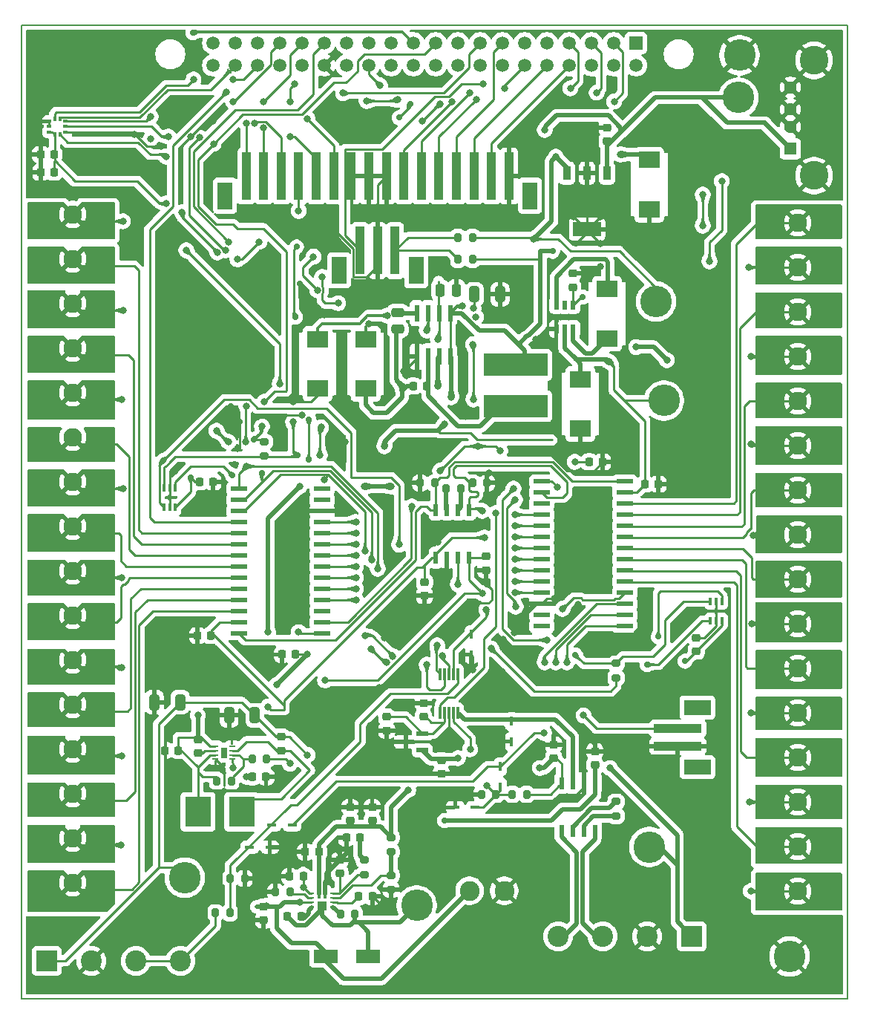
<source format=gbr>
%TF.GenerationSoftware,KiCad,Pcbnew,9.0.6*%
%TF.CreationDate,2025-11-16T07:04:53-06:00*%
%TF.ProjectId,DAQ,4441512e-6b69-4636-9164-5f7063625858,rev?*%
%TF.SameCoordinates,Original*%
%TF.FileFunction,Copper,L1,Top*%
%TF.FilePolarity,Positive*%
%FSLAX46Y46*%
G04 Gerber Fmt 4.6, Leading zero omitted, Abs format (unit mm)*
G04 Created by KiCad (PCBNEW 9.0.6) date 2025-11-16 07:04:53*
%MOMM*%
%LPD*%
G01*
G04 APERTURE LIST*
G04 Aperture macros list*
%AMRoundRect*
0 Rectangle with rounded corners*
0 $1 Rounding radius*
0 $2 $3 $4 $5 $6 $7 $8 $9 X,Y pos of 4 corners*
0 Add a 4 corners polygon primitive as box body*
4,1,4,$2,$3,$4,$5,$6,$7,$8,$9,$2,$3,0*
0 Add four circle primitives for the rounded corners*
1,1,$1+$1,$2,$3*
1,1,$1+$1,$4,$5*
1,1,$1+$1,$6,$7*
1,1,$1+$1,$8,$9*
0 Add four rect primitives between the rounded corners*
20,1,$1+$1,$2,$3,$4,$5,0*
20,1,$1+$1,$4,$5,$6,$7,0*
20,1,$1+$1,$6,$7,$8,$9,0*
20,1,$1+$1,$8,$9,$2,$3,0*%
G04 Aperture macros list end*
%TA.AperFunction,Conductor*%
%ADD10C,0.200000*%
%TD*%
%TA.AperFunction,EtchedComponent*%
%ADD11C,0.000000*%
%TD*%
%TA.AperFunction,SMDPad,CuDef*%
%ADD12R,0.450800X1.111200*%
%TD*%
%TA.AperFunction,ComponentPad*%
%ADD13C,2.108200*%
%TD*%
%TA.AperFunction,ComponentPad*%
%ADD14C,3.600000*%
%TD*%
%TA.AperFunction,SMDPad,CuDef*%
%ADD15R,2.387600X1.955800*%
%TD*%
%TA.AperFunction,SMDPad,CuDef*%
%ADD16R,5.511800X0.990600*%
%TD*%
%TA.AperFunction,SMDPad,CuDef*%
%ADD17R,3.098800X1.701800*%
%TD*%
%TA.AperFunction,SMDPad,CuDef*%
%ADD18RoundRect,0.200000X-0.275000X0.200000X-0.275000X-0.200000X0.275000X-0.200000X0.275000X0.200000X0*%
%TD*%
%TA.AperFunction,SMDPad,CuDef*%
%ADD19RoundRect,0.225000X-0.250000X0.225000X-0.250000X-0.225000X0.250000X-0.225000X0.250000X0.225000X0*%
%TD*%
%TA.AperFunction,SMDPad,CuDef*%
%ADD20RoundRect,0.225000X-0.225000X-0.250000X0.225000X-0.250000X0.225000X0.250000X-0.225000X0.250000X0*%
%TD*%
%TA.AperFunction,SMDPad,CuDef*%
%ADD21RoundRect,0.225000X0.250000X-0.225000X0.250000X0.225000X-0.250000X0.225000X-0.250000X-0.225000X0*%
%TD*%
%TA.AperFunction,SMDPad,CuDef*%
%ADD22R,0.711200X0.254000*%
%TD*%
%TA.AperFunction,SMDPad,CuDef*%
%ADD23R,0.711200X1.295400*%
%TD*%
%TA.AperFunction,SMDPad,CuDef*%
%ADD24R,2.768600X1.498600*%
%TD*%
%TA.AperFunction,SMDPad,CuDef*%
%ADD25RoundRect,0.225000X0.225000X0.250000X-0.225000X0.250000X-0.225000X-0.250000X0.225000X-0.250000X0*%
%TD*%
%TA.AperFunction,SMDPad,CuDef*%
%ADD26R,1.111200X0.450800*%
%TD*%
%TA.AperFunction,ComponentPad*%
%ADD27R,1.508000X1.508000*%
%TD*%
%TA.AperFunction,ComponentPad*%
%ADD28C,1.508000*%
%TD*%
%TA.AperFunction,SMDPad,CuDef*%
%ADD29R,1.879600X0.558800*%
%TD*%
%TA.AperFunction,SMDPad,CuDef*%
%ADD30RoundRect,0.250000X-0.325000X-0.650000X0.325000X-0.650000X0.325000X0.650000X-0.325000X0.650000X0*%
%TD*%
%TA.AperFunction,SMDPad,CuDef*%
%ADD31R,7.289800X2.590800*%
%TD*%
%TA.AperFunction,SMDPad,CuDef*%
%ADD32R,0.838200X1.600200*%
%TD*%
%TA.AperFunction,SMDPad,CuDef*%
%ADD33R,0.558800X1.460500*%
%TD*%
%TA.AperFunction,SMDPad,CuDef*%
%ADD34RoundRect,0.200000X0.200000X0.275000X-0.200000X0.275000X-0.200000X-0.275000X0.200000X-0.275000X0*%
%TD*%
%TA.AperFunction,SMDPad,CuDef*%
%ADD35R,0.599999X1.000000*%
%TD*%
%TA.AperFunction,SMDPad,CuDef*%
%ADD36R,0.355600X0.850900*%
%TD*%
%TA.AperFunction,ComponentPad*%
%ADD37R,1.428000X1.428000*%
%TD*%
%TA.AperFunction,ComponentPad*%
%ADD38C,1.428000*%
%TD*%
%TA.AperFunction,ComponentPad*%
%ADD39C,3.276000*%
%TD*%
%TA.AperFunction,SMDPad,CuDef*%
%ADD40RoundRect,0.250000X0.325000X0.650000X-0.325000X0.650000X-0.325000X-0.650000X0.325000X-0.650000X0*%
%TD*%
%TA.AperFunction,SMDPad,CuDef*%
%ADD41R,0.990600X5.511800*%
%TD*%
%TA.AperFunction,SMDPad,CuDef*%
%ADD42R,1.701800X3.098800*%
%TD*%
%TA.AperFunction,SMDPad,CuDef*%
%ADD43R,1.700000X3.098800*%
%TD*%
%TA.AperFunction,SMDPad,CuDef*%
%ADD44RoundRect,0.200000X-0.200000X-0.275000X0.200000X-0.275000X0.200000X0.275000X-0.200000X0.275000X0*%
%TD*%
%TA.AperFunction,SMDPad,CuDef*%
%ADD45RoundRect,0.250000X0.250000X0.475000X-0.250000X0.475000X-0.250000X-0.475000X0.250000X-0.475000X0*%
%TD*%
%TA.AperFunction,SMDPad,CuDef*%
%ADD46RoundRect,0.250000X-0.475000X0.250000X-0.475000X-0.250000X0.475000X-0.250000X0.475000X0.250000X0*%
%TD*%
%TA.AperFunction,SMDPad,CuDef*%
%ADD47R,0.558800X1.981200*%
%TD*%
%TA.AperFunction,SMDPad,CuDef*%
%ADD48R,1.320800X0.558800*%
%TD*%
%TA.AperFunction,SMDPad,CuDef*%
%ADD49R,1.587500X0.558800*%
%TD*%
%TA.AperFunction,SMDPad,CuDef*%
%ADD50RoundRect,0.218750X-0.256250X0.218750X-0.256250X-0.218750X0.256250X-0.218750X0.256250X0.218750X0*%
%TD*%
%TA.AperFunction,SMDPad,CuDef*%
%ADD51R,0.330200X1.371600*%
%TD*%
%TA.AperFunction,SMDPad,CuDef*%
%ADD52R,0.406400X0.558800*%
%TD*%
%TA.AperFunction,SMDPad,CuDef*%
%ADD53R,0.558800X0.406400*%
%TD*%
%TA.AperFunction,ComponentPad*%
%ADD54R,2.400000X2.400000*%
%TD*%
%TA.AperFunction,ComponentPad*%
%ADD55C,2.400000*%
%TD*%
%TA.AperFunction,SMDPad,CuDef*%
%ADD56RoundRect,0.218750X-0.218750X-0.256250X0.218750X-0.256250X0.218750X0.256250X-0.218750X0.256250X0*%
%TD*%
%TA.AperFunction,SMDPad,CuDef*%
%ADD57RoundRect,0.200000X0.275000X-0.200000X0.275000X0.200000X-0.275000X0.200000X-0.275000X-0.200000X0*%
%TD*%
%TA.AperFunction,SMDPad,CuDef*%
%ADD58R,0.549999X0.249999*%
%TD*%
%TA.AperFunction,SMDPad,CuDef*%
%ADD59R,0.449999X1.100000*%
%TD*%
%TA.AperFunction,SMDPad,CuDef*%
%ADD60R,1.100000X1.100000*%
%TD*%
%TA.AperFunction,ComponentPad*%
%ADD61C,0.499999*%
%TD*%
%TA.AperFunction,ComponentPad*%
%ADD62C,2.260600*%
%TD*%
%TA.AperFunction,SMDPad,CuDef*%
%ADD63R,3.000000X3.500000*%
%TD*%
%TA.AperFunction,ViaPad*%
%ADD64C,0.700000*%
%TD*%
%TA.AperFunction,ViaPad*%
%ADD65C,0.800000*%
%TD*%
%TA.AperFunction,Conductor*%
%ADD66C,0.500000*%
%TD*%
%TA.AperFunction,Conductor*%
%ADD67C,0.250000*%
%TD*%
%TA.AperFunction,Conductor*%
%ADD68C,0.300000*%
%TD*%
G04 APERTURE END LIST*
%TO.N,GND*%
D10*
X24384000Y-83312000D02*
X118618000Y-83312000D01*
X118618000Y-194310000D01*
X24384000Y-194310000D01*
X24384000Y-83312000D01*
D11*
%TA.AperFunction,EtchedComponent*%
%TD*%
%TO.C,U12*%
G36*
X90474800Y-107378500D02*
G01*
X87325200Y-107378500D01*
X87325200Y-105778300D01*
X90474800Y-105778300D01*
X90474800Y-107378500D01*
G37*
%TD.AperFunction*%
D12*
%TO.P,CR6,2*%
%TO.N,/12V_CALIBRATION*%
X79000000Y-170150000D03*
%TO.P,CR6,1*%
%TO.N,+3.3V*%
X79000000Y-167850000D03*
%TD*%
D13*
%TO.P,J2,1,Pin_1*%
%TO.N,Net-(J2-Pin_1)*%
X112940253Y-105839253D03*
%TO.P,J2,2,Pin_2*%
%TO.N,Net-(J2-Pin_2)*%
X112940253Y-110919253D03*
%TO.P,J2,3,Pin_3*%
%TO.N,Net-(J2-Pin_3)*%
X112940253Y-115999253D03*
%TO.P,J2,4,Pin_4*%
%TO.N,Net-(J2-Pin_4)*%
X112940253Y-121079253D03*
%TO.P,J2,5,Pin_5*%
%TO.N,Net-(J2-Pin_5)*%
X112940253Y-126159253D03*
%TO.P,J2,6,Pin_6*%
%TO.N,Net-(J2-Pin_6)*%
X112940253Y-131239253D03*
%TO.P,J2,7,Pin_7*%
%TO.N,Net-(J2-Pin_7)*%
X112940253Y-136319253D03*
%TO.P,J2,8,Pin_8*%
%TO.N,Net-(J2-Pin_8)*%
X112940253Y-141399253D03*
%TO.P,J2,9,Pin_9*%
%TO.N,Net-(J2-Pin_9)*%
X112940253Y-146479253D03*
%TO.P,J2,10,Pin_10*%
%TO.N,Net-(J2-Pin_10)*%
X112940253Y-151559253D03*
%TO.P,J2,11,Pin_11*%
%TO.N,Net-(J2-Pin_11)*%
X112940253Y-156639253D03*
%TO.P,J2,12,Pin_12*%
%TO.N,Net-(J2-Pin_12)*%
X112940253Y-161719253D03*
%TO.P,J2,13,Pin_13*%
%TO.N,Net-(J2-Pin_13)*%
X112940253Y-166799253D03*
%TO.P,J2,14,Pin_14*%
%TO.N,Net-(J2-Pin_14)*%
X112940253Y-171879253D03*
%TO.P,J2,15,Pin_15*%
%TO.N,Net-(J2-Pin_15)*%
X112940253Y-176959253D03*
%TO.P,J2,16,Pin_16*%
%TO.N,Net-(J2-Pin_16)*%
X112940253Y-182039253D03*
%TD*%
D14*
%TO.P,TP6,1,1*%
%TO.N,-5V*%
X97663000Y-126111000D03*
%TD*%
D15*
%TO.P,C1,1*%
%TO.N,GND*%
X88138000Y-129311400D03*
%TO.P,C1,2*%
%TO.N,-5V*%
X88138000Y-123672600D03*
%TD*%
D16*
%TO.P,J8,1,1*%
%TO.N,+5V*%
X99255199Y-163499999D03*
%TO.P,J8,2,2*%
%TO.N,GND*%
X99255199Y-165500001D03*
D17*
%TO.P,J8,3*%
%TO.N,N/C*%
X101505200Y-161100002D03*
%TO.P,J8,4*%
X101505200Y-167899998D03*
%TD*%
D18*
%TO.P,R10,1*%
%TO.N,/MISO_LINE*%
X92202000Y-156084000D03*
%TO.P,R10,2*%
%TO.N,/MOSI_LINE*%
X92202000Y-157734000D03*
%TD*%
D19*
%TO.P,C14,1*%
%TO.N,Net-(U4-VA)*%
X66040000Y-162179000D03*
%TO.P,C14,2*%
%TO.N,GND*%
X66040000Y-163729000D03*
%TD*%
D20*
%TO.P,C23,1*%
%TO.N,+3.3V*%
X44691000Y-135382000D03*
%TO.P,C23,2*%
%TO.N,GND*%
X46241000Y-135382000D03*
%TD*%
D21*
%TO.P,C18,1*%
%TO.N,+5V*%
X61874000Y-174030501D03*
%TO.P,C18,2*%
%TO.N,GND*%
X61874000Y-172480501D03*
%TD*%
D22*
%TO.P,U13,1,VIN*%
%TO.N,+5V*%
X46500000Y-165499998D03*
%TO.P,U13,2,VDD*%
%TO.N,Net-(U13-VDD)*%
X46500000Y-165999999D03*
%TO.P,U13,3,EN*%
%TO.N,+5V*%
X46500000Y-166499999D03*
%TO.P,U13,4,AGND*%
%TO.N,GND*%
X46500000Y-167000000D03*
%TO.P,U13,5,SS*%
%TO.N,Net-(U13-SS)*%
X48405000Y-167000000D03*
%TO.P,U13,6,FB*%
%TO.N,Net-(U13-FB)*%
X48405000Y-166499999D03*
%TO.P,U13,7,SW*%
%TO.N,Net-(D2-A)*%
X48405000Y-165999999D03*
%TO.P,U13,8,PGND*%
%TO.N,GND*%
X48405000Y-165499998D03*
D23*
%TO.P,U13,9,9*%
%TO.N,unconnected-(U13-Pad9)*%
X47452500Y-166249999D03*
%TD*%
D24*
%TO.P,L3,1,1*%
%TO.N,Net-(U1-SW)*%
X63913000Y-189500000D03*
%TO.P,L3,2,2*%
%TO.N,/PRE-BOOST_LINE*%
X59087000Y-189500000D03*
%TD*%
D25*
%TO.P,C3,1*%
%TO.N,Net-(U1-BOOT)*%
X56269000Y-184939501D03*
%TO.P,C3,2*%
%TO.N,Net-(U1-SW)*%
X54719000Y-184939501D03*
%TD*%
D20*
%TO.P,C34,1*%
%TO.N,GND*%
X40725000Y-166000000D03*
%TO.P,C34,2*%
%TO.N,+5V*%
X42275000Y-166000000D03*
%TD*%
D26*
%TO.P,CR5,1*%
%TO.N,+3.3V*%
X55252000Y-174498000D03*
%TO.P,CR5,2*%
%TO.N,/PRESSURE_TRANSMITTER_LINE*%
X52952000Y-174498000D03*
%TD*%
D27*
%TO.P,A1,1,3V3[1]*%
%TO.N,unconnected-(A1-3V3[1]-Pad1)*%
X94488000Y-85344000D03*
D28*
%TO.P,A1,2,5V[1]*%
%TO.N,unconnected-(A1-5V[1]-Pad2)*%
X94488000Y-87884000D03*
%TO.P,A1,3,GPIO2/SDA*%
%TO.N,/LORA_DIO5*%
X91948000Y-85344000D03*
%TO.P,A1,4,5V[2]*%
%TO.N,unconnected-(A1-5V[2]-Pad4)*%
X91948000Y-87884000D03*
%TO.P,A1,5,GPIO3/SCL*%
%TO.N,/LORA_CS_NSS_LINE*%
X89408000Y-85344000D03*
%TO.P,A1,6,GND[8]*%
%TO.N,unconnected-(A1-GND[8]-Pad6)*%
X89408000Y-87884000D03*
%TO.P,A1,7,GPIO4/GPCKL0*%
%TO.N,/LORA_RESET*%
X86868000Y-85344000D03*
%TO.P,A1,8,TXD0/GPIO14*%
%TO.N,/LORA_DIO3*%
X86868000Y-87884000D03*
%TO.P,A1,9,GND[1]*%
%TO.N,unconnected-(A1-GND[1]-Pad9)*%
X84328000Y-85344000D03*
%TO.P,A1,10,RXD0/GPIO15*%
%TO.N,/LORA_DIO4*%
X84328000Y-87884000D03*
%TO.P,A1,11,GPIO17/GEN0*%
%TO.N,/LoRa_CS_LINE*%
X81788000Y-85344000D03*
%TO.P,A1,12,GPIO18*%
%TO.N,/IGNITION_SWITCH*%
X81788000Y-87884000D03*
%TO.P,A1,13,GPIO27/GEN2*%
%TO.N,/LORA_DIO0*%
X79248000Y-85344000D03*
%TO.P,A1,14,GND[4]*%
%TO.N,unconnected-(A1-GND[4]-Pad14)*%
X79248000Y-87884000D03*
%TO.P,A1,15,GPIO22/GEN3*%
%TO.N,/U3_ENABLE*%
X76708000Y-85344000D03*
%TO.P,A1,16,GEN4/GPIO23*%
%TO.N,/U6_ENABLE*%
X76708000Y-87884000D03*
%TO.P,A1,17,3V3[2]*%
%TO.N,unconnected-(A1-3V3[2]-Pad17)*%
X74168000Y-85344000D03*
%TO.P,A1,18,GEN5/GPIO24*%
%TO.N,/MUX_A0*%
X74168000Y-87884000D03*
%TO.P,A1,19,GPIO10/MOSI*%
%TO.N,/MOSI_LINE*%
X71628000Y-85344000D03*
%TO.P,A1,20,GND[5]*%
%TO.N,unconnected-(A1-GND[5]-Pad20)*%
X71628000Y-87884000D03*
%TO.P,A1,21,GPIO9/MISO*%
%TO.N,/MISO_LINE*%
X69088000Y-85344000D03*
%TO.P,A1,22,GEN/6GPIO25*%
%TO.N,/MUX_A1*%
X69088000Y-87884000D03*
%TO.P,A1,23,GPIO11/SCLK*%
%TO.N,/SCLK_LINE*%
X66548000Y-85344000D03*
%TO.P,A1,24,~{CE0}/GPIO8*%
%TO.N,/TEMPERATURE_SENSOR_U8_CS_LINE*%
X66548000Y-87884000D03*
%TO.P,A1,25,GND[2]*%
%TO.N,unconnected-(A1-GND[2]-Pad25)*%
X64008000Y-85344000D03*
%TO.P,A1,26,~{CE1}/~{GPIO7}*%
%TO.N,/TEMPERATURE_SENSOR_U7_CS_LINE*%
X64008000Y-87884000D03*
%TO.P,A1,27,ID_SD*%
%TO.N,unconnected-(A1-ID_SD-Pad27)*%
X61468000Y-85344000D03*
%TO.P,A1,28,ID_SC*%
%TO.N,unconnected-(A1-ID_SC-Pad28)*%
X61468000Y-87884000D03*
%TO.P,A1,29,GPIO5*%
%TO.N,/ADC_U4_CS_LINE*%
X58928000Y-85344000D03*
%TO.P,A1,30,GND[6]*%
%TO.N,GND*%
X58928000Y-87884000D03*
%TO.P,A1,31,GPIO6*%
%TO.N,/LORA_DIO1*%
X56388000Y-85344000D03*
%TO.P,A1,32,GPIO12*%
%TO.N,/U15_CS_LINE*%
X56388000Y-87884000D03*
%TO.P,A1,33,GPIO13*%
%TO.N,/LORA_DIO2*%
X53848000Y-85344000D03*
%TO.P,A1,34,GND[7]*%
%TO.N,unconnected-(A1-GND[7]-Pad34)*%
X53848000Y-87884000D03*
%TO.P,A1,35,GPIO19*%
%TO.N,/MISO_LINE2*%
X51308000Y-85344000D03*
%TO.P,A1,36,GPIO16*%
%TO.N,/U15_INTERRUPT*%
X51308000Y-87884000D03*
%TO.P,A1,37,GPIO26*%
%TO.N,/MUX_A2*%
X48768000Y-85344000D03*
%TO.P,A1,38,GPIO20*%
%TO.N,/MOSI_LINE2*%
X48768000Y-87884000D03*
%TO.P,A1,39,GND[3]*%
%TO.N,unconnected-(A1-GND[3]-Pad39)*%
X46228000Y-85344000D03*
%TO.P,A1,40,GPIO21*%
%TO.N,/SCLK_LINE2*%
X46228000Y-87884000D03*
%TD*%
D29*
%TO.P,U6,1,VDD*%
%TO.N,+12V*%
X83730253Y-135303253D03*
%TO.P,U6,2,DB*%
%TO.N,/INA819ID-IN_LINE*%
X83730253Y-136573253D03*
%TO.P,U6,3,NC*%
%TO.N,unconnected-(U6-NC-Pad3)*%
X83730253Y-137843253D03*
%TO.P,U6,4,S8B*%
%TO.N,Net-(J2-Pin_2)*%
X83730253Y-139113253D03*
%TO.P,U6,5,S7B*%
%TO.N,Net-(J2-Pin_4)*%
X83730253Y-140383253D03*
%TO.P,U6,6,S6B*%
%TO.N,Net-(J2-Pin_6)*%
X83730253Y-141653253D03*
%TO.P,U6,7,S5B*%
%TO.N,Net-(J2-Pin_8)*%
X83730253Y-142923253D03*
%TO.P,U6,8,S4B*%
%TO.N,Net-(J2-Pin_10)*%
X83730253Y-144193253D03*
%TO.P,U6,9,S3B*%
%TO.N,Net-(J2-Pin_12)*%
X83730253Y-145463253D03*
%TO.P,U6,10,S2B*%
%TO.N,Net-(J2-Pin_14)*%
X83730253Y-146733253D03*
%TO.P,U6,11,S1B*%
%TO.N,Net-(J2-Pin_16)*%
X83730253Y-148003253D03*
%TO.P,U6,12,GND*%
%TO.N,GND*%
X83730253Y-149273253D03*
%TO.P,U6,13,NC*%
%TO.N,unconnected-(U6-NC-Pad13)*%
X83730253Y-150543253D03*
%TO.P,U6,14,NC*%
%TO.N,unconnected-(U6-NC-Pad14)*%
X83730253Y-151813253D03*
%TO.P,U6,15,A2*%
%TO.N,/MUX_A2*%
X93204453Y-151813253D03*
%TO.P,U6,16,A1*%
%TO.N,/MUX_A1*%
X93204453Y-150543253D03*
%TO.P,U6,17,A0*%
%TO.N,/MUX_A0*%
X93204453Y-149273253D03*
%TO.P,U6,18,EN*%
%TO.N,/U6_ENABLE*%
X93204453Y-148003253D03*
%TO.P,U6,19,S1A*%
%TO.N,Net-(J2-Pin_15)*%
X93204453Y-146733253D03*
%TO.P,U6,20,S2A*%
%TO.N,Net-(J2-Pin_13)*%
X93204453Y-145463253D03*
%TO.P,U6,21,S3A*%
%TO.N,Net-(J2-Pin_11)*%
X93204453Y-144193253D03*
%TO.P,U6,22,S4A*%
%TO.N,Net-(J2-Pin_9)*%
X93204453Y-142923253D03*
%TO.P,U6,23,S5A*%
%TO.N,Net-(J2-Pin_7)*%
X93204453Y-141653253D03*
%TO.P,U6,24,S6A*%
%TO.N,Net-(J2-Pin_5)*%
X93204453Y-140383253D03*
%TO.P,U6,25,S7A*%
%TO.N,Net-(J2-Pin_3)*%
X93204453Y-139113253D03*
%TO.P,U6,26,S8A*%
%TO.N,Net-(J2-Pin_1)*%
X93204453Y-137843253D03*
%TO.P,U6,27,VSS*%
%TO.N,-5V*%
X93204453Y-136573253D03*
%TO.P,U6,28,DA*%
%TO.N,/INA819ID_+IN_LINE*%
X93204453Y-135303253D03*
%TD*%
D15*
%TO.P,C9,1*%
%TO.N,GND*%
X63627000Y-119100600D03*
%TO.P,C9,2*%
%TO.N,+12V*%
X63627000Y-124739400D03*
%TD*%
D30*
%TO.P,C37,1*%
%TO.N,GND*%
X39525000Y-160500000D03*
%TO.P,C37,2*%
%TO.N,+24V*%
X42475000Y-160500000D03*
%TD*%
D21*
%TO.P,C29,1*%
%TO.N,GND*%
X70358000Y-148349000D03*
%TO.P,C29,2*%
%TO.N,-5V*%
X70358000Y-146799000D03*
%TD*%
D19*
%TO.P,C27,1*%
%TO.N,GND*%
X89789000Y-166103000D03*
%TO.P,C27,2*%
%TO.N,-5V*%
X89789000Y-167653000D03*
%TD*%
D21*
%TO.P,C7,1*%
%TO.N,GND*%
X52000000Y-185366000D03*
%TO.P,C7,2*%
%TO.N,/PRE-BOOST_LINE*%
X52000000Y-183816000D03*
%TD*%
D18*
%TO.P,R13,1*%
%TO.N,Net-(R13-Pad1)*%
X92202000Y-171832000D03*
%TO.P,R13,2*%
%TO.N,Net-(R13-Pad2)*%
X92202000Y-173482000D03*
%TD*%
D31*
%TO.P,L2,1,1*%
%TO.N,+5V*%
X80772000Y-122047000D03*
%TO.P,L2,2,2*%
%TO.N,Net-(D1-A)*%
X80772000Y-126746000D03*
%TD*%
D18*
%TO.P,R8,1*%
%TO.N,Net-(U1-FB)*%
X66543000Y-180223000D03*
%TO.P,R8,2*%
%TO.N,GND*%
X66543000Y-181873000D03*
%TD*%
D13*
%TO.P,J1,1,Pin_1*%
%TO.N,Net-(J1-Pin_1)*%
X30226000Y-181080000D03*
%TO.P,J1,2,Pin_2*%
%TO.N,Net-(J1-Pin_2)*%
X30226000Y-176000000D03*
%TO.P,J1,3,Pin_3*%
%TO.N,Net-(J1-Pin_3)*%
X30226000Y-170920000D03*
%TO.P,J1,4,Pin_4*%
%TO.N,Net-(J1-Pin_4)*%
X30226000Y-165840000D03*
%TO.P,J1,5,Pin_5*%
%TO.N,Net-(J1-Pin_5)*%
X30226000Y-160760000D03*
%TO.P,J1,6,Pin_6*%
%TO.N,Net-(J1-Pin_6)*%
X30226000Y-155680000D03*
%TO.P,J1,7,Pin_7*%
%TO.N,Net-(J1-Pin_7)*%
X30226000Y-150600000D03*
%TO.P,J1,8,Pin_8*%
%TO.N,Net-(J1-Pin_8)*%
X30226000Y-145520000D03*
%TO.P,J1,9,Pin_9*%
%TO.N,Net-(J1-Pin_9)*%
X30226000Y-140440000D03*
%TO.P,J1,10,Pin_10*%
%TO.N,Net-(J1-Pin_10)*%
X30226000Y-135360000D03*
%TO.P,J1,11,Pin_11*%
%TO.N,Net-(J1-Pin_11)*%
X30226000Y-130280000D03*
%TO.P,J1,12,Pin_12*%
%TO.N,Net-(J1-Pin_12)*%
X30226000Y-125200000D03*
%TO.P,J1,13,Pin_13*%
%TO.N,Net-(J1-Pin_13)*%
X30226000Y-120120000D03*
%TO.P,J1,14,Pin_14*%
%TO.N,Net-(J1-Pin_14)*%
X30226000Y-115040000D03*
%TO.P,J1,15,Pin_15*%
%TO.N,Net-(J1-Pin_15)*%
X30226000Y-109960000D03*
%TO.P,J1,16,Pin_16*%
%TO.N,Net-(J1-Pin_16)*%
X30226000Y-104880000D03*
%TD*%
D21*
%TO.P,C26,1*%
%TO.N,+12V*%
X85090000Y-166891000D03*
%TO.P,C26,2*%
%TO.N,GND*%
X85090000Y-165341000D03*
%TD*%
D29*
%TO.P,U3,1,VDD*%
%TO.N,+12V*%
X58674000Y-152654000D03*
%TO.P,U3,2,DB*%
%TO.N,/INA819ID-IN_LINE*%
X58674000Y-151384000D03*
%TO.P,U3,3,NC*%
%TO.N,unconnected-(U3-NC-Pad3)*%
X58674000Y-150114000D03*
%TO.P,U3,4,S8B*%
%TO.N,Net-(J1-Pin_2)*%
X58674000Y-148844000D03*
%TO.P,U3,5,S7B*%
%TO.N,Net-(J1-Pin_4)*%
X58674000Y-147574000D03*
%TO.P,U3,6,S6B*%
%TO.N,Net-(J1-Pin_6)*%
X58674000Y-146304000D03*
%TO.P,U3,7,S5B*%
%TO.N,Net-(J1-Pin_8)*%
X58674000Y-145034000D03*
%TO.P,U3,8,S4B*%
%TO.N,Net-(J1-Pin_10)*%
X58674000Y-143764000D03*
%TO.P,U3,9,S3B*%
%TO.N,Net-(J1-Pin_12)*%
X58674000Y-142494000D03*
%TO.P,U3,10,S2B*%
%TO.N,Net-(J1-Pin_14)*%
X58674000Y-141224000D03*
%TO.P,U3,11,S1B*%
%TO.N,Net-(J1-Pin_16)*%
X58674000Y-139954000D03*
%TO.P,U3,12,GND*%
%TO.N,GND*%
X58674000Y-138684000D03*
%TO.P,U3,13,NC*%
%TO.N,unconnected-(U3-NC-Pad13)*%
X58674000Y-137414000D03*
%TO.P,U3,14,NC*%
%TO.N,unconnected-(U3-NC-Pad14)*%
X58674000Y-136144000D03*
%TO.P,U3,15,A2*%
%TO.N,/MUX_A2*%
X49199800Y-136144000D03*
%TO.P,U3,16,A1*%
%TO.N,/MUX_A1*%
X49199800Y-137414000D03*
%TO.P,U3,17,A0*%
%TO.N,/MUX_A0*%
X49199800Y-138684000D03*
%TO.P,U3,18,EN*%
%TO.N,/U3_ENABLE*%
X49199800Y-139954000D03*
%TO.P,U3,19,S1A*%
%TO.N,Net-(J1-Pin_15)*%
X49199800Y-141224000D03*
%TO.P,U3,20,S2A*%
%TO.N,Net-(J1-Pin_13)*%
X49199800Y-142494000D03*
%TO.P,U3,21,S3A*%
%TO.N,Net-(J1-Pin_11)*%
X49199800Y-143764000D03*
%TO.P,U3,22,S4A*%
%TO.N,Net-(J1-Pin_9)*%
X49199800Y-145034000D03*
%TO.P,U3,23,S5A*%
%TO.N,Net-(J1-Pin_7)*%
X49199800Y-146304000D03*
%TO.P,U3,24,S6A*%
%TO.N,Net-(J1-Pin_5)*%
X49199800Y-147574000D03*
%TO.P,U3,25,S7A*%
%TO.N,Net-(J1-Pin_3)*%
X49199800Y-148844000D03*
%TO.P,U3,26,S8A*%
%TO.N,Net-(J1-Pin_1)*%
X49199800Y-150114000D03*
%TO.P,U3,27,VSS*%
%TO.N,-5V*%
X49199800Y-151384000D03*
%TO.P,U3,28,DA*%
%TO.N,/INA819ID_+IN_LINE*%
X49199800Y-152654000D03*
%TD*%
D32*
%TO.P,U12,1,IN*%
%TO.N,+5V*%
X91200000Y-100177600D03*
%TO.P,U12,2,GND*%
%TO.N,GND*%
X88900000Y-100177600D03*
%TO.P,U12,3,OUT*%
%TO.N,+3.3V*%
X86600000Y-100177600D03*
%TD*%
D33*
%TO.P,U11,1,-IN*%
%TO.N,/D-*%
X85979000Y-175190150D03*
%TO.P,U11,2,RG*%
%TO.N,Net-(R13-Pad1)*%
X87249000Y-175190150D03*
%TO.P,U11,3,RG*%
%TO.N,Net-(R13-Pad2)*%
X88519000Y-175190150D03*
%TO.P,U11,4,+IN*%
%TO.N,/D+*%
X89789000Y-175190150D03*
%TO.P,U11,5,-VS*%
%TO.N,-5V*%
X89789000Y-169741850D03*
%TO.P,U11,6,REF*%
%TO.N,GND*%
X88519000Y-169741850D03*
%TO.P,U11,7,OUT*%
%TO.N,/LOAD_CELL_LINE*%
X87249000Y-169741850D03*
%TO.P,U11,8,+VS*%
%TO.N,+12V*%
X85979000Y-169741850D03*
%TD*%
D34*
%TO.P,R19,1*%
%TO.N,+3.3V*%
X75825000Y-107500000D03*
%TO.P,R19,2*%
%TO.N,Net-(J6-Pad1)*%
X74175000Y-107500000D03*
%TD*%
%TO.P,R6,1*%
%TO.N,Net-(R6-Pad1)*%
X74485000Y-136144000D03*
%TO.P,R6,2*%
%TO.N,Net-(R6-Pad2)*%
X72835000Y-136144000D03*
%TD*%
D21*
%TO.P,C4,1*%
%TO.N,Net-(U1-COMP)*%
X60701000Y-180045000D03*
%TO.P,C4,2*%
%TO.N,GND*%
X60701000Y-178495000D03*
%TD*%
D35*
%TO.P,U5,1,GND*%
%TO.N,GND*%
X85409999Y-117961001D03*
%TO.P,U5,2,OUT*%
%TO.N,-5V*%
X86360000Y-117961001D03*
%TO.P,U5,3,CAP-*%
%TO.N,Net-(U5-CAP-)*%
X87309998Y-117961001D03*
%TO.P,U5,4,SD_N*%
%TO.N,+5V*%
X87309998Y-115211001D03*
%TO.P,U5,5,V+*%
X86360000Y-115211001D03*
%TO.P,U5,6,CAP+*%
%TO.N,Net-(U5-CAP+)*%
X85409999Y-115211001D03*
%TD*%
D36*
%TO.P,U7,1,\u002ACS*%
%TO.N,/TEMPERATURE_SENSOR_U7_CS_LINE*%
X104281999Y-148990050D03*
%TO.P,U7,2,GND*%
%TO.N,GND*%
X103632000Y-148990050D03*
%TO.P,U7,3,SIO*%
%TO.N,/MISO_LINE*%
X102982001Y-148990050D03*
%TO.P,U7,4,SCLK*%
%TO.N,/SCLK_LINE*%
X102982001Y-151237950D03*
%TO.P,U7,5,\u002AALERT*%
%TO.N,GND*%
X103632000Y-151237950D03*
%TO.P,U7,6,VDD*%
%TO.N,+3.3V*%
X104281999Y-151237950D03*
%TD*%
D21*
%TO.P,C24,1*%
%TO.N,+3.3V*%
X101346000Y-154699000D03*
%TO.P,C24,2*%
%TO.N,GND*%
X101346000Y-153149000D03*
%TD*%
D37*
%TO.P,J3,1,VCC*%
%TO.N,+5V*%
X112098000Y-97387000D03*
D38*
%TO.P,J3,2,D-*%
%TO.N,GND*%
X112098000Y-94887000D03*
%TO.P,J3,3,D+*%
X112098000Y-92887000D03*
%TO.P,J3,4,GND*%
X112098000Y-90387000D03*
D39*
%TO.P,J3,S1,SHIELD*%
X114808000Y-100457000D03*
%TO.P,J3,S2,SHIELD__1*%
X114808000Y-87317000D03*
%TD*%
D40*
%TO.P,C11,1*%
%TO.N,GND*%
X78975000Y-114000000D03*
%TO.P,C11,2*%
%TO.N,Net-(U10-SS)*%
X76025000Y-114000000D03*
%TD*%
D19*
%TO.P,C15,1*%
%TO.N,+5V*%
X44500000Y-164725000D03*
%TO.P,C15,2*%
%TO.N,Net-(U13-VDD)*%
X44500000Y-166275000D03*
%TD*%
D14*
%TO.P,TP7,1,1*%
%TO.N,GND*%
X112000000Y-189500000D03*
%TD*%
D20*
%TO.P,C32,1*%
%TO.N,GND*%
X44450000Y-152908000D03*
%TO.P,C32,2*%
%TO.N,-5V*%
X46000000Y-152908000D03*
%TD*%
D26*
%TO.P,CR3,1*%
%TO.N,/12V_CALIBRATION*%
X76150000Y-172500000D03*
%TO.P,CR3,2*%
%TO.N,GND*%
X73850000Y-172500000D03*
%TD*%
D25*
%TO.P,C36,1*%
%TO.N,+3.3V*%
X28106000Y-100076000D03*
%TO.P,C36,2*%
%TO.N,GND*%
X26556000Y-100076000D03*
%TD*%
D20*
%TO.P,C16,1*%
%TO.N,GND*%
X54960000Y-180367501D03*
%TO.P,C16,2*%
%TO.N,/PRE-BOOST_LINE*%
X56510000Y-180367501D03*
%TD*%
D36*
%TO.P,U8,1,\u002ACS*%
%TO.N,/TEMPERATURE_SENSOR_U8_CS_LINE*%
X41924999Y-136036050D03*
%TO.P,U8,2,GND*%
%TO.N,GND*%
X41275000Y-136036050D03*
%TO.P,U8,3,SIO*%
%TO.N,/MISO_LINE*%
X40625001Y-136036050D03*
%TO.P,U8,4,SCLK*%
%TO.N,/SCLK_LINE*%
X40625001Y-138283950D03*
%TO.P,U8,5,\u002AALERT*%
%TO.N,GND*%
X41275000Y-138283950D03*
%TO.P,U8,6,VDD*%
%TO.N,+3.3V*%
X41924999Y-138283950D03*
%TD*%
D41*
%TO.P,J4,1,1*%
%TO.N,GND*%
X80000000Y-100500000D03*
%TO.P,J4,2,2*%
%TO.N,/LORA_DIO3*%
X78000002Y-100500000D03*
%TO.P,J4,3,3*%
%TO.N,/LORA_DIO4*%
X76000001Y-100500000D03*
%TO.P,J4,4,4*%
%TO.N,/LORA_DIO0*%
X74000000Y-100500000D03*
%TO.P,J4,5,5*%
%TO.N,/LORA_CS_NSS_LINE*%
X72000001Y-100500000D03*
%TO.P,J4,6,6*%
%TO.N,/LORA_RESET*%
X70000000Y-100500000D03*
%TO.P,J4,7,7*%
%TO.N,/LORA_DIO5*%
X68000002Y-100500000D03*
%TO.P,J4,8,8*%
%TO.N,GND*%
X66000001Y-100500000D03*
%TO.P,J4,9,9*%
X63999999Y-100500000D03*
%TO.P,J4,10,10*%
X62000001Y-100500000D03*
%TO.P,J4,11,11*%
%TO.N,/MISO_LINE2*%
X60000000Y-100500000D03*
%TO.P,J4,12,12*%
%TO.N,/MOSI_LINE2*%
X58000001Y-100500000D03*
%TO.P,J4,13,13*%
%TO.N,+3.3V*%
X56000000Y-100500000D03*
%TO.P,J4,14,14*%
%TO.N,/SCLK_LINE2*%
X54000002Y-100500000D03*
%TO.P,J4,15,15*%
%TO.N,/LORA_DIO1*%
X52000001Y-100500000D03*
%TO.P,J4,16,16*%
%TO.N,/LORA_DIO2*%
X50000000Y-100500000D03*
D42*
%TO.P,J4,17*%
%TO.N,N/C*%
X82400003Y-102750001D03*
%TO.P,J4,18*%
X47599997Y-102750001D03*
%TD*%
D25*
%TO.P,C30,1*%
%TO.N,GND*%
X97041000Y-135636000D03*
%TO.P,C30,2*%
%TO.N,-5V*%
X95491000Y-135636000D03*
%TD*%
D19*
%TO.P,C20,1*%
%TO.N,+5V*%
X72263000Y-167132000D03*
%TO.P,C20,2*%
%TO.N,GND*%
X72263000Y-168682000D03*
%TD*%
D14*
%TO.P,TP1,1,1*%
%TO.N,+5V*%
X106172000Y-91567000D03*
%TD*%
D41*
%TO.P,J6,1,1*%
%TO.N,Net-(J6-Pad1)*%
X67000000Y-109000000D03*
%TO.P,J6,2,2*%
%TO.N,GND*%
X64999999Y-109000000D03*
%TO.P,J6,3,3*%
%TO.N,/IGNITION_SWITCH*%
X62999998Y-109000000D03*
D43*
%TO.P,J6,4*%
%TO.N,N/C*%
X60600000Y-111251964D03*
%TO.P,J6,5*%
X69399998Y-111251964D03*
%TD*%
D14*
%TO.P,TP5,1,1*%
%TO.N,Net-(U1-SW)*%
X69464000Y-183669501D03*
%TD*%
D15*
%TO.P,C2,1*%
%TO.N,Net-(U5-CAP-)*%
X91186000Y-119024400D03*
%TO.P,C2,2*%
%TO.N,Net-(U5-CAP+)*%
X91186000Y-113385600D03*
%TD*%
D44*
%TO.P,R14,1*%
%TO.N,GND*%
X69850000Y-135500000D03*
%TO.P,R14,2*%
%TO.N,/INA819ID_+IN_LINE*%
X71500000Y-135500000D03*
%TD*%
D45*
%TO.P,C10,1*%
%TO.N,GND*%
X74000000Y-113500000D03*
%TO.P,C10,2*%
%TO.N,Net-(U10-REF)*%
X72100000Y-113500000D03*
%TD*%
D14*
%TO.P,TP8,1,1*%
%TO.N,+24V*%
X43000000Y-180500000D03*
%TD*%
D46*
%TO.P,C6,1*%
%TO.N,Net-(U10-COMP)*%
X67310000Y-116050000D03*
%TO.P,C6,2*%
%TO.N,+12V*%
X67310000Y-117950000D03*
%TD*%
D47*
%TO.P,U10,1,EN*%
%TO.N,+5V*%
X73279000Y-116154200D03*
%TO.P,U10,2,REF*%
%TO.N,Net-(U10-REF)*%
X72009000Y-116154200D03*
%TO.P,U10,3,SS*%
%TO.N,Net-(U10-SS)*%
X70739000Y-116154200D03*
%TO.P,U10,4,COMP*%
%TO.N,Net-(U10-COMP)*%
X69469000Y-116154200D03*
%TO.P,U10,5,GND*%
%TO.N,GND*%
X69469000Y-121081800D03*
%TO.P,U10,6,OUT*%
%TO.N,Net-(D1-A)*%
X70739000Y-121081800D03*
%TO.P,U10,7,FB*%
%TO.N,+12V*%
X72009000Y-121081800D03*
%TO.P,U10,8,VCC*%
%TO.N,+5V*%
X73279000Y-121081800D03*
%TD*%
D34*
%TO.P,R15,1*%
%TO.N,/PRESSURE_TRANSMITTER_LINE*%
X48150000Y-184500000D03*
%TO.P,R15,2*%
%TO.N,Net-(J7-Pin_3)*%
X46500000Y-184500000D03*
%TD*%
D21*
%TO.P,C28,1*%
%TO.N,GND*%
X77343000Y-145428000D03*
%TO.P,C28,2*%
%TO.N,+12V*%
X77343000Y-143878000D03*
%TD*%
D34*
%TO.P,R3,1*%
%TO.N,/12V_CALIBRATION*%
X78500000Y-171000000D03*
%TO.P,R3,2*%
%TO.N,GND*%
X76850000Y-171000000D03*
%TD*%
D15*
%TO.P,C12,1*%
%TO.N,GND*%
X96000000Y-104319400D03*
%TO.P,C12,2*%
%TO.N,+3.3V*%
X96000000Y-98680600D03*
%TD*%
D30*
%TO.P,C38,1*%
%TO.N,GND*%
X48050000Y-162000000D03*
%TO.P,C38,2*%
%TO.N,+24V*%
X51000000Y-162000000D03*
%TD*%
D33*
%TO.P,U2,1,-IN*%
%TO.N,/INA819ID-IN_LINE*%
X75438000Y-138569700D03*
%TO.P,U2,2,RG*%
%TO.N,Net-(R6-Pad1)*%
X74168000Y-138569700D03*
%TO.P,U2,3,RG*%
%TO.N,Net-(R6-Pad2)*%
X72898000Y-138569700D03*
%TO.P,U2,4,+IN*%
%TO.N,/INA819ID_+IN_LINE*%
X71628000Y-138569700D03*
%TO.P,U2,5,-VS*%
%TO.N,-5V*%
X71628000Y-144018000D03*
%TO.P,U2,6,REF*%
%TO.N,GND*%
X72898000Y-144018000D03*
%TO.P,U2,7,OUT*%
%TO.N,/THERMO_AMP_LINE*%
X74168000Y-144018000D03*
%TO.P,U2,8,+VS*%
%TO.N,+12V*%
X75438000Y-144018000D03*
%TD*%
D25*
%TO.P,C8,1*%
%TO.N,+5V*%
X58301000Y-177573501D03*
%TO.P,C8,2*%
%TO.N,GND*%
X56751000Y-177573501D03*
%TD*%
D34*
%TO.P,R2,1*%
%TO.N,Net-(U1-ILIM)*%
X54986000Y-182145501D03*
%TO.P,R2,2*%
%TO.N,GND*%
X53336000Y-182145501D03*
%TD*%
D48*
%TO.P,U9,1,IN*%
%TO.N,+5V*%
X70104000Y-165984002D03*
%TO.P,U9,2,OUT*%
%TO.N,Net-(U4-VA)*%
X70104000Y-164084000D03*
D49*
%TO.P,U9,3,GND*%
%TO.N,GND*%
X68205350Y-165034001D03*
%TD*%
D44*
%TO.P,R17,1*%
%TO.N,+5V*%
X46675000Y-169500000D03*
%TO.P,R17,2*%
%TO.N,Net-(U13-FB)*%
X48325000Y-169500000D03*
%TD*%
D12*
%TO.P,CR1,1*%
%TO.N,/LOAD_CELL_LINE*%
X80264000Y-162680000D03*
%TO.P,CR1,2*%
%TO.N,GND*%
X80264000Y-164980000D03*
%TD*%
D50*
%TO.P,D2,1,K*%
%TO.N,+24V*%
X54000000Y-164425000D03*
%TO.P,D2,2,A*%
%TO.N,Net-(D2-A)*%
X54000000Y-166000000D03*
%TD*%
D20*
%TO.P,C31,1*%
%TO.N,+12V*%
X89141000Y-133096000D03*
%TO.P,C31,2*%
%TO.N,GND*%
X90691000Y-133096000D03*
%TD*%
D51*
%TO.P,U4,1,~CS*%
%TO.N,/ADC_U4_CS_LINE*%
X72151999Y-161709100D03*
%TO.P,U4,2,VA*%
%TO.N,Net-(U4-VA)*%
X72652001Y-161709100D03*
%TO.P,U4,3,GND*%
%TO.N,GND*%
X73152000Y-161709100D03*
%TO.P,U4,4,IN4*%
%TO.N,/12V_CALIBRATION*%
X73651999Y-161709100D03*
%TO.P,U4,5,IN3*%
%TO.N,/LOAD_CELL_LINE*%
X74152001Y-161709100D03*
%TO.P,U4,6,IN2*%
%TO.N,/PRESSURE_TRANSMITTER_LINE*%
X74152001Y-157314900D03*
%TO.P,U4,7,IN1*%
%TO.N,/THERMO_AMP_LINE*%
X73651999Y-157314900D03*
%TO.P,U4,8,DIN*%
%TO.N,/MOSI_LINE*%
X73152000Y-157314900D03*
%TO.P,U4,9,DOUT*%
%TO.N,/MISO_LINE*%
X72652001Y-157314900D03*
%TO.P,U4,10,SCLK*%
%TO.N,/SCLK_LINE*%
X72151999Y-157314900D03*
%TD*%
D44*
%TO.P,R1,1*%
%TO.N,Net-(U1-FSW)*%
X60765000Y-184685501D03*
%TO.P,R1,2*%
%TO.N,Net-(U1-SW)*%
X62415000Y-184685501D03*
%TD*%
%TO.P,R18,1*%
%TO.N,Net-(U13-FB)*%
X50675000Y-167000000D03*
%TO.P,R18,2*%
%TO.N,+24V*%
X52325000Y-167000000D03*
%TD*%
D52*
%TO.P,U15,1,VDD_IO*%
%TO.N,+3.3V*%
X28148001Y-95796100D03*
%TO.P,U15,2,SCL/SPC*%
%TO.N,/SCLK_LINE*%
X28747999Y-95796100D03*
D53*
%TO.P,U15,3,RES*%
%TO.N,GND*%
X29375100Y-95468999D03*
%TO.P,U15,4,SDA/SDI/SDO*%
%TO.N,/MOSI_LINE*%
X29375100Y-94869000D03*
%TO.P,U15,5,SDO/SA0*%
%TO.N,/MISO_LINE*%
X29375100Y-94269001D03*
D52*
%TO.P,U15,6,CS*%
%TO.N,/U15_CS_LINE*%
X28747999Y-93941900D03*
%TO.P,U15,7,INT_DRDY*%
%TO.N,/U15_INTERRUPT*%
X28148001Y-93941900D03*
D53*
%TO.P,U15,8,GND*%
%TO.N,GND*%
X27520900Y-94269001D03*
%TO.P,U15,9,GND*%
X27520900Y-94869000D03*
%TO.P,U15,10,VDD*%
%TO.N,+3.3V*%
X27520900Y-95468999D03*
%TD*%
D54*
%TO.P,J5,1,Pin_1*%
%TO.N,+12V*%
X100838000Y-187198000D03*
D55*
%TO.P,J5,2,Pin_2*%
%TO.N,GND*%
X95758000Y-187198000D03*
%TO.P,J5,3,Pin_3*%
%TO.N,/D+*%
X90678000Y-187198000D03*
%TO.P,J5,4,Pin_4*%
%TO.N,/D-*%
X85598000Y-187198000D03*
%TD*%
D18*
%TO.P,R7,1*%
%TO.N,+5V*%
X66543000Y-175905000D03*
%TO.P,R7,2*%
%TO.N,Net-(U1-FB)*%
X66543000Y-177555000D03*
%TD*%
D44*
%TO.P,R12,1*%
%TO.N,/INA819ID-IN_LINE*%
X75850000Y-135500000D03*
%TO.P,R12,2*%
%TO.N,GND*%
X77500000Y-135500000D03*
%TD*%
D19*
%TO.P,C13,1*%
%TO.N,GND*%
X91186000Y-94996000D03*
%TO.P,C13,2*%
%TO.N,+5V*%
X91186000Y-96546000D03*
%TD*%
D14*
%TO.P,TP3,1,1*%
%TO.N,+3.3V*%
X96774000Y-114808000D03*
%TD*%
D25*
%TO.P,C5,1*%
%TO.N,Net-(C5-Pad1)*%
X63000000Y-175955000D03*
%TO.P,C5,2*%
%TO.N,GND*%
X61450000Y-175955000D03*
%TD*%
D21*
%TO.P,C25,1*%
%TO.N,+5V*%
X87249000Y-113170000D03*
%TO.P,C25,2*%
%TO.N,GND*%
X87249000Y-111620000D03*
%TD*%
D20*
%TO.P,C39,1*%
%TO.N,Net-(U13-SS)*%
X50725000Y-169000000D03*
%TO.P,C39,2*%
%TO.N,GND*%
X52275000Y-169000000D03*
%TD*%
D26*
%TO.P,CR4,1*%
%TO.N,/PRESSURE_TRANSMITTER_LINE*%
X50412000Y-177038000D03*
%TO.P,CR4,2*%
%TO.N,GND*%
X52712000Y-177038000D03*
%TD*%
D34*
%TO.P,R4,1*%
%TO.N,+12V*%
X82000000Y-171000000D03*
%TO.P,R4,2*%
%TO.N,/12V_CALIBRATION*%
X80350000Y-171000000D03*
%TD*%
D56*
%TO.P,D1,1,K*%
%TO.N,+12V*%
X69062500Y-124460000D03*
%TO.P,D1,2,A*%
%TO.N,Net-(D1-A)*%
X70637500Y-124460000D03*
%TD*%
D25*
%TO.P,C17,1*%
%TO.N,GND*%
X64397000Y-182653501D03*
%TO.P,C17,2*%
%TO.N,Net-(U1-VCC)*%
X62847000Y-182653501D03*
%TD*%
D15*
%TO.P,C21,1*%
%TO.N,+5V*%
X58166000Y-119100600D03*
%TO.P,C21,2*%
%TO.N,GND*%
X58166000Y-124739400D03*
%TD*%
D21*
%TO.P,C19,1*%
%TO.N,+5V*%
X64384000Y-174030501D03*
%TO.P,C19,2*%
%TO.N,GND*%
X64384000Y-172480501D03*
%TD*%
D44*
%TO.P,R11,1*%
%TO.N,/PRESSURE_TRANSMITTER_LINE*%
X48197000Y-180594000D03*
%TO.P,R11,2*%
%TO.N,GND*%
X49847000Y-180594000D03*
%TD*%
D25*
%TO.P,C33,1*%
%TO.N,+12V*%
X55652000Y-155067000D03*
%TO.P,C33,2*%
%TO.N,GND*%
X54102000Y-155067000D03*
%TD*%
D14*
%TO.P,TP4,1,1*%
%TO.N,+12V*%
X96000000Y-177000000D03*
%TD*%
%TO.P,TP2,1,1*%
%TO.N,GND*%
X106299000Y-86741000D03*
%TD*%
D54*
%TO.P,J7,1,Pin_1*%
%TO.N,+24V*%
X27260000Y-190000000D03*
D55*
%TO.P,J7,2,Pin_2*%
%TO.N,GND*%
X32340000Y-190000000D03*
%TO.P,J7,3,Pin_3*%
%TO.N,Net-(J7-Pin_3)*%
X37420000Y-190000000D03*
%TO.P,J7,4,Pin_4*%
X42500000Y-190000000D03*
%TD*%
D44*
%TO.P,R20,1*%
%TO.N,Net-(J6-Pad1)*%
X74175000Y-110000000D03*
%TO.P,R20,2*%
%TO.N,+5V*%
X75825000Y-110000000D03*
%TD*%
D57*
%TO.P,R5,1*%
%TO.N,Net-(U1-COMP)*%
X63495000Y-180145000D03*
%TO.P,R5,2*%
%TO.N,Net-(C5-Pad1)*%
X63495000Y-178495000D03*
%TD*%
D12*
%TO.P,CR2,1*%
%TO.N,/THERMO_AMP_LINE*%
X75692000Y-152774000D03*
%TO.P,CR2,2*%
%TO.N,GND*%
X75692000Y-155074000D03*
%TD*%
D58*
%TO.P,U1,1,FSW*%
%TO.N,Net-(U1-FSW)*%
X59843999Y-183818002D03*
%TO.P,U1,2,VCC*%
%TO.N,Net-(U1-VCC)*%
X59843999Y-183318001D03*
%TO.P,U1,3,FB*%
%TO.N,Net-(U1-FB)*%
X59843999Y-182818001D03*
%TO.P,U1,4,COMP*%
%TO.N,Net-(U1-COMP)*%
X59843999Y-182318000D03*
D59*
%TO.P,U1,5,GND*%
%TO.N,GND*%
X59018999Y-182368000D03*
%TO.P,U1,6,VOUT*%
%TO.N,+5V*%
X58319001Y-182368000D03*
D58*
%TO.P,U1,7,EN*%
%TO.N,/PRE-BOOST_LINE*%
X57494001Y-182318000D03*
%TO.P,U1,8,ILIM*%
%TO.N,Net-(U1-ILIM)*%
X57494001Y-182818001D03*
%TO.P,U1,9,VIN*%
%TO.N,/PRE-BOOST_LINE*%
X57494001Y-183318001D03*
%TO.P,U1,10,BOOT*%
%TO.N,Net-(U1-BOOT)*%
X57494001Y-183818002D03*
D60*
%TO.P,U1,11,SW*%
%TO.N,Net-(U1-SW)*%
X58669000Y-183768002D03*
D61*
%TO.P,U1,V*%
%TO.N,N/C*%
X58669000Y-184068002D03*
%TD*%
D21*
%TO.P,C22,1*%
%TO.N,Net-(U4-VA)*%
X70231000Y-162179000D03*
%TO.P,C22,2*%
%TO.N,GND*%
X70231000Y-160629000D03*
%TD*%
D57*
%TO.P,R9,1*%
%TO.N,/MISO_LINE*%
X52070000Y-132461000D03*
%TO.P,R9,2*%
%TO.N,/MOSI_LINE*%
X52070000Y-130811000D03*
%TD*%
D62*
%TO.P,J10,1,1*%
%TO.N,GND*%
X79460001Y-182000000D03*
%TO.P,J10,2,2*%
%TO.N,/PRE-BOOST_LINE*%
X75500000Y-182000000D03*
%TD*%
D25*
%TO.P,C35,1*%
%TO.N,+3.3V*%
X28093000Y-98044000D03*
%TO.P,C35,2*%
%TO.N,GND*%
X26543000Y-98044000D03*
%TD*%
D63*
%TO.P,L4,1*%
%TO.N,+5V*%
X44500000Y-173000000D03*
%TO.P,L4,2*%
%TO.N,Net-(D2-A)*%
X49500000Y-173000000D03*
%TD*%
D64*
%TO.N,GND*%
X77470000Y-147066000D03*
D65*
X60960000Y-133350000D03*
D64*
X48514000Y-112268000D03*
X100076000Y-119888000D03*
D65*
X64135000Y-163195000D03*
D64*
X47752000Y-97028000D03*
D65*
X65151000Y-158877000D03*
D64*
X48260000Y-126746000D03*
D65*
X64008000Y-115316000D03*
X80637929Y-152534071D03*
X95504000Y-150876000D03*
X44323000Y-138938000D03*
X90424000Y-110871000D03*
X65532000Y-165034001D03*
X61251000Y-130810000D03*
X87376000Y-105156000D03*
X62500000Y-95000000D03*
X60706000Y-138430000D03*
X60193000Y-177192501D03*
X46228000Y-94234000D03*
X55372000Y-126275000D03*
X58500000Y-105000000D03*
X40259000Y-97155000D03*
X64008000Y-117348000D03*
X41656000Y-92456000D03*
D64*
X94690353Y-154099253D03*
D65*
X56388000Y-127762000D03*
X75877847Y-156776847D03*
D64*
X48672500Y-133350000D03*
D65*
X52070000Y-180594000D03*
D64*
X56134000Y-112776000D03*
D65*
X77724000Y-134366000D03*
X77978000Y-156972000D03*
D64*
X67056000Y-131064000D03*
D65*
X71374000Y-89916000D03*
X62357000Y-161544000D03*
X58928000Y-116332000D03*
X27051000Y-90551000D03*
X65282653Y-137663347D03*
X68009000Y-151892000D03*
X82296000Y-112014000D03*
D64*
X79248000Y-161163000D03*
D65*
X88900000Y-94996000D03*
X65786000Y-153162000D03*
X64516000Y-133096000D03*
X88646000Y-157988000D03*
X34544000Y-99060000D03*
D64*
X49276000Y-128524000D03*
X53340000Y-162814000D03*
X87630000Y-108204000D03*
X41901500Y-134239000D03*
D65*
X93472000Y-121666000D03*
X55372000Y-138430000D03*
X73660000Y-164592000D03*
D64*
X99314000Y-109728000D03*
D65*
X37211000Y-95758000D03*
X56751000Y-177573501D03*
X67945000Y-122758200D03*
X90424000Y-105156000D03*
D64*
X53340000Y-128270000D03*
D65*
X87884000Y-149352000D03*
X81534000Y-117856000D03*
X59177000Y-181048000D03*
D64*
X71909191Y-146022809D03*
X51308000Y-128016000D03*
X48260000Y-115824000D03*
D65*
X90424000Y-108204000D03*
X66543000Y-183334000D03*
X67310000Y-160655000D03*
D64*
X71589595Y-147612405D03*
D65*
X43692653Y-96016653D03*
D64*
X48260000Y-124460000D03*
X46228000Y-136906000D03*
X79248000Y-156972000D03*
D65*
X79310546Y-153353454D03*
X85500000Y-161000000D03*
D64*
X74904500Y-127673400D03*
D65*
X49022000Y-131572000D03*
X85204654Y-148704654D03*
X71905922Y-142263922D03*
X30099000Y-97917000D03*
D64*
X53594000Y-112776000D03*
D65*
X83058000Y-119126000D03*
D64*
X62230000Y-167386000D03*
D65*
%TO.N,-5V*%
X77216000Y-141732000D03*
X91440000Y-121666000D03*
X52500000Y-161000000D03*
D64*
X72644000Y-173990000D03*
D65*
%TO.N,Net-(J1-Pin_2)*%
X35687000Y-176784000D03*
X62522100Y-148844000D03*
%TO.N,Net-(J1-Pin_4)*%
X62522100Y-147574000D03*
X35814000Y-166624000D03*
%TO.N,Net-(J1-Pin_6)*%
X62522100Y-146304000D03*
X35814000Y-156591000D03*
%TO.N,Net-(J1-Pin_8)*%
X62522100Y-145034000D03*
X35814000Y-146304000D03*
%TO.N,Net-(J1-Pin_10)*%
X35941000Y-136144000D03*
X62522100Y-143764000D03*
%TO.N,Net-(J1-Pin_12)*%
X35814000Y-125984000D03*
X62522100Y-142494000D03*
%TO.N,Net-(J1-Pin_14)*%
X35941000Y-115824000D03*
X62522100Y-141224000D03*
%TO.N,Net-(J1-Pin_16)*%
X62522100Y-139954000D03*
X35941000Y-105664000D03*
%TO.N,Net-(J2-Pin_2)*%
X80682253Y-139113253D03*
X107315000Y-110919253D03*
%TO.N,Net-(J2-Pin_4)*%
X107569000Y-121079253D03*
X80682253Y-140383253D03*
%TO.N,Net-(J2-Pin_6)*%
X107569000Y-131064000D03*
X80682253Y-141653253D03*
%TO.N,Net-(J2-Pin_8)*%
X80682253Y-142923253D03*
X107823000Y-141478000D03*
%TO.N,Net-(J2-Pin_10)*%
X80682253Y-144193253D03*
X107696000Y-151559253D03*
%TO.N,Net-(J2-Pin_12)*%
X107569000Y-161719253D03*
X80682253Y-145463253D03*
%TO.N,Net-(J2-Pin_14)*%
X80682253Y-146733253D03*
X107442000Y-171879253D03*
%TO.N,Net-(J2-Pin_16)*%
X80682253Y-148003253D03*
X107569000Y-182039253D03*
%TO.N,/PRE-BOOST_LINE*%
X56510000Y-181637501D03*
X56099500Y-183318001D03*
%TO.N,+5V*%
X84074000Y-95250000D03*
X52500000Y-152500000D03*
X68500000Y-170500000D03*
X44500000Y-162000000D03*
D64*
X88392000Y-114300000D03*
D65*
X74168000Y-166878000D03*
X72644000Y-128778000D03*
D64*
X84963000Y-109093000D03*
D65*
X74676000Y-115316000D03*
X66129396Y-116421396D03*
X73406000Y-125730000D03*
X56134000Y-135890000D03*
X65786000Y-131318000D03*
X66548000Y-135890000D03*
X63500000Y-135890000D03*
X88500000Y-162000000D03*
D64*
%TO.N,/MOSI_LINE*%
X50863000Y-130556000D03*
D65*
X41148000Y-96012000D03*
X72390000Y-155194000D03*
X52070000Y-126238000D03*
X46290802Y-96836802D03*
X51816000Y-129032000D03*
X77978000Y-154390753D03*
D64*
%TO.N,/MISO_LINE*%
X87567000Y-155115253D03*
D65*
X43180000Y-108966000D03*
X70612000Y-156210000D03*
X39116000Y-93726000D03*
X55372000Y-128524000D03*
X53848000Y-124206000D03*
D64*
X43942000Y-84162000D03*
X55880000Y-132334000D03*
D65*
X39116000Y-96266000D03*
%TO.N,/THERMO_AMP_LINE*%
X77411041Y-149935001D03*
X74168000Y-147066000D03*
%TO.N,/INA819ID-IN_LINE*%
X68908000Y-138176000D03*
X76962000Y-138684000D03*
%TO.N,/MUX_A2*%
X47629688Y-108962655D03*
X44704000Y-96111802D03*
X86614000Y-155956000D03*
X50038000Y-126746000D03*
X49955533Y-130835390D03*
X65024000Y-145288000D03*
X50038000Y-133604000D03*
D64*
%TO.N,/MUX_A1*%
X55753000Y-108585000D03*
D65*
X66040000Y-155956000D03*
D64*
X55626000Y-116586000D03*
X57150000Y-132842000D03*
D65*
X64262000Y-154432000D03*
D64*
X68707000Y-92329000D03*
X57178449Y-128288966D03*
D65*
X85344000Y-155956000D03*
D64*
X51816000Y-134366000D03*
X67437000Y-93853000D03*
D65*
X64299500Y-144272000D03*
%TO.N,/MUX_A0*%
X66746755Y-155249245D03*
X63537500Y-152908000D03*
X58129000Y-113501000D03*
X63575000Y-143256000D03*
X58547000Y-129156000D03*
X84074000Y-155956000D03*
X57693000Y-109693000D03*
X58928000Y-135128000D03*
X58420000Y-132334000D03*
X72136000Y-92303698D03*
X70104000Y-94234000D03*
%TO.N,/U3_ENABLE*%
X61053555Y-91060295D03*
X47752000Y-90932000D03*
%TO.N,/ADC_U4_CS_LINE*%
X60500000Y-115000000D03*
X58674000Y-112014000D03*
X48000000Y-108000000D03*
X78486000Y-138938000D03*
%TO.N,/SCLK_LINE*%
X71807586Y-154019500D03*
D64*
X95758000Y-156210000D03*
D65*
X40894000Y-98298000D03*
D64*
X40513000Y-132969000D03*
D65*
X67468500Y-142536714D03*
%TO.N,/U6_ENABLE*%
X104267000Y-101092000D03*
X80681753Y-137414000D03*
X102870000Y-110236000D03*
X80772000Y-149606000D03*
X86106000Y-149860000D03*
D64*
%TO.N,/TEMPERATURE_SENSOR_U7_CS_LINE*%
X97028000Y-153035000D03*
D65*
X102108000Y-106172000D03*
X84328000Y-153416000D03*
X65278000Y-90170000D03*
X102108000Y-102616000D03*
X80518000Y-136144000D03*
%TO.N,+3.3V*%
X85344000Y-98298000D03*
X56000000Y-104500000D03*
X72136000Y-134112000D03*
X78994000Y-131826000D03*
X75946000Y-125984000D03*
X75881229Y-119693686D03*
X84000000Y-164000000D03*
X51500000Y-108000000D03*
X82804000Y-107696000D03*
X49000000Y-110000000D03*
D64*
X43688000Y-134874000D03*
D65*
X40894000Y-103632000D03*
X76454000Y-131318000D03*
D64*
X100076000Y-155829000D03*
D65*
X46736000Y-109220000D03*
X42672000Y-104648000D03*
X92710000Y-98044000D03*
%TO.N,/TEMPERATURE_SENSOR_U8_CS_LINE*%
X67310000Y-91785295D03*
X46620097Y-129551097D03*
D64*
X48418500Y-134620000D03*
D65*
X63754000Y-91948000D03*
X48006000Y-130810000D03*
%TO.N,Net-(U10-REF)*%
X76229541Y-116556459D03*
X71882000Y-119126000D03*
%TO.N,Net-(U10-SS)*%
X75946000Y-115570000D03*
X70612000Y-118110000D03*
%TO.N,+12V*%
X57000000Y-155000000D03*
X98000000Y-121500000D03*
X83500000Y-168000000D03*
X94500000Y-120000000D03*
X85500000Y-136000000D03*
X53500000Y-158500000D03*
X76962000Y-148082000D03*
X91500000Y-168000000D03*
X67818000Y-124460000D03*
X59000000Y-158000000D03*
X71882000Y-124460000D03*
X56000000Y-152500000D03*
X87500000Y-133096000D03*
%TO.N,/LORA_RESET*%
X75500000Y-91000000D03*
X87000000Y-90500000D03*
%TO.N,/IGNITION_SWITCH*%
X79500000Y-90500000D03*
X77000000Y-90000000D03*
%TO.N,/MOSI_LINE2*%
X55000000Y-96000000D03*
%TO.N,/U15_INTERRUPT*%
X48500000Y-89500000D03*
X44000000Y-89500000D03*
%TO.N,/LORA_DIO1*%
X52000000Y-92000000D03*
X52000000Y-95000000D03*
%TO.N,/SCLK_LINE2*%
X51000000Y-94500000D03*
%TO.N,/LORA_DIO5*%
X92000000Y-92000000D03*
X73500000Y-92000000D03*
%TO.N,/LORA_CS_NSS_LINE*%
X76250000Y-91750000D03*
X90000000Y-91000000D03*
%TO.N,/LORA_DIO2*%
X48500000Y-92000000D03*
X50000000Y-94500000D03*
%TO.N,/MISO_LINE2*%
X57000000Y-94000000D03*
X55000000Y-92000000D03*
X55500000Y-90000000D03*
%TO.N,+24V*%
X57000000Y-166500000D03*
X55000000Y-167500000D03*
%TO.N,/12V_CALIBRATION*%
X75565000Y-165862000D03*
X77500000Y-170000000D03*
%TO.N,Net-(U13-SS)*%
X48500000Y-168000000D03*
X50000000Y-169000000D03*
%TD*%
D66*
%TO.N,Net-(U5-CAP-)*%
X89498400Y-120712000D02*
X88708000Y-120712000D01*
X88708000Y-120712000D02*
X87309998Y-119313998D01*
X91186000Y-119024400D02*
X89498400Y-120712000D01*
X87309998Y-119313998D02*
X87309998Y-117961001D01*
%TO.N,Net-(U5-CAP+)*%
X85409999Y-115211001D02*
X85409999Y-112023173D01*
X90971000Y-110021000D02*
X91274000Y-110324000D01*
X87412172Y-110021000D02*
X90971000Y-110021000D01*
X91274000Y-110324000D02*
X91274000Y-113297600D01*
X85409999Y-112023173D02*
X87412172Y-110021000D01*
D67*
%TO.N,GND*%
X49230533Y-128569467D02*
X49230533Y-131363467D01*
X64581999Y-165034001D02*
X62230000Y-167386000D01*
X75031500Y-128168500D02*
X75031500Y-127800400D01*
X88519000Y-169741850D02*
X88519000Y-170192700D01*
X66040000Y-165034001D02*
X65532000Y-165034001D01*
X71589595Y-149263405D02*
X69470000Y-151383000D01*
X94269353Y-152549658D02*
X95504000Y-151315011D01*
X37317158Y-95758000D02*
X38714158Y-97155000D01*
X84836000Y-119888000D02*
X83820000Y-119888000D01*
X62251698Y-112008900D02*
X62251698Y-108786272D01*
D68*
X61251000Y-130810000D02*
X61251000Y-133059000D01*
D67*
X82550000Y-132080000D02*
X82296000Y-132080000D01*
X48260000Y-126746000D02*
X48260000Y-127508000D01*
D68*
X49847000Y-180594000D02*
X52070000Y-180594000D01*
X58928000Y-116332000D02*
X58121339Y-116332000D01*
D66*
X59177000Y-180019000D02*
X59177000Y-181048000D01*
D67*
X87249000Y-111620000D02*
X88431000Y-111620000D01*
X88900000Y-106934000D02*
X87630000Y-108204000D01*
X77343000Y-146939000D02*
X77470000Y-147066000D01*
D68*
X61251000Y-133059000D02*
X60960000Y-133350000D01*
D67*
X41275000Y-136036050D02*
X41275000Y-134865500D01*
D66*
X85500000Y-161000000D02*
X89789000Y-165289000D01*
D67*
X68123300Y-151777700D02*
X68009000Y-151892000D01*
D66*
X88646000Y-157988000D02*
X83945092Y-157988000D01*
D67*
X68186000Y-148349000D02*
X70358000Y-148349000D01*
X66543000Y-183334000D02*
X65077499Y-183334000D01*
X94269353Y-153678253D02*
X94690353Y-154099253D01*
X100500000Y-120312000D02*
X100076000Y-119888000D01*
D68*
X58121339Y-116332000D02*
X56134000Y-114344661D01*
D66*
X83945092Y-157988000D02*
X79310546Y-153353454D01*
D67*
X85409999Y-119314001D02*
X84836000Y-119888000D01*
X63748298Y-112008900D02*
X62251698Y-112008900D01*
X73660000Y-164592000D02*
X73152000Y-164084000D01*
X51308000Y-128016000D02*
X53086000Y-128016000D01*
X53086000Y-128016000D02*
X53340000Y-128270000D01*
X60500000Y-93000000D02*
X58500000Y-93000000D01*
D66*
X60701000Y-178495000D02*
X60701000Y-177700501D01*
D68*
X56134000Y-114344661D02*
X56134000Y-112776000D01*
D66*
X99314000Y-109728000D02*
X98501200Y-109728000D01*
D67*
X43692653Y-96016653D02*
X45475306Y-94234000D01*
X99309000Y-122809000D02*
X100500000Y-124000000D01*
X65077499Y-183334000D02*
X64397000Y-182653501D01*
X85409999Y-118960900D02*
X85409999Y-119314001D01*
X27520900Y-94869000D02*
X27520900Y-94269001D01*
X55372000Y-126275000D02*
X57367000Y-126275000D01*
X88431000Y-111620000D02*
X89180000Y-110871000D01*
X48514000Y-112014000D02*
X48514000Y-112268000D01*
X45475306Y-94234000D02*
X46228000Y-94234000D01*
X71589595Y-147612405D02*
X71589595Y-146342405D01*
X30226000Y-97790000D02*
X30099000Y-97917000D01*
X84298852Y-148704654D02*
X83730253Y-149273253D01*
X65024000Y-158877000D02*
X65151000Y-158877000D01*
X53340000Y-128270000D02*
X53848000Y-127762000D01*
D66*
X95351600Y-106578400D02*
X88900000Y-106578400D01*
D67*
X83820000Y-119888000D02*
X83058000Y-119126000D01*
X68009000Y-151892000D02*
X67056000Y-151892000D01*
X69470000Y-151383000D02*
X69470000Y-151777700D01*
X95504000Y-151315011D02*
X95504000Y-150876000D01*
X49230533Y-131363467D02*
X49022000Y-131572000D01*
X100500000Y-124000000D02*
X100500000Y-120312000D01*
X66000001Y-100500000D02*
X63999999Y-100500000D01*
D66*
X59018999Y-182368000D02*
X59018999Y-181206001D01*
D67*
X64669000Y-163729000D02*
X64135000Y-163195000D01*
X90424000Y-110871000D02*
X89180000Y-110871000D01*
X48768000Y-112014000D02*
X48514000Y-112268000D01*
X66649000Y-149987000D02*
X66649000Y-149886000D01*
X90691000Y-133096000D02*
X89712000Y-134075000D01*
D66*
X61450000Y-177746000D02*
X60701000Y-178495000D01*
D67*
X85409999Y-118960900D02*
X85409999Y-117961001D01*
X66040000Y-163729000D02*
X64669000Y-163729000D01*
X102259604Y-153149000D02*
X101346000Y-153149000D01*
X41275000Y-138283950D02*
X41275000Y-136036050D01*
X62357000Y-161544000D02*
X65024000Y-158877000D01*
D66*
X61450000Y-175955000D02*
X61450000Y-177746000D01*
X100076000Y-110490000D02*
X100076000Y-119888000D01*
D67*
X66527001Y-183349999D02*
X66543000Y-183334000D01*
X46500000Y-167000000D02*
X47500000Y-168000000D01*
X31179000Y-97790000D02*
X30226000Y-97790000D01*
X93472000Y-121666000D02*
X94615000Y-122809000D01*
X66649000Y-149886000D02*
X68186000Y-148349000D01*
X67056000Y-151892000D02*
X65786000Y-153162000D01*
X37211000Y-95758000D02*
X36921999Y-95468999D01*
X91186000Y-94996000D02*
X88900000Y-94996000D01*
X82296000Y-112014000D02*
X81026000Y-112014000D01*
X58674000Y-138684000D02*
X60452000Y-138684000D01*
X94615000Y-122809000D02*
X99309000Y-122809000D01*
X103632000Y-151776604D02*
X102259604Y-153149000D01*
X77669999Y-149210001D02*
X78036000Y-148844000D01*
D66*
X59018999Y-181206001D02*
X59177000Y-181048000D01*
D67*
X71589595Y-147612405D02*
X71589595Y-149263405D01*
X64999999Y-109000000D02*
X64999999Y-101500002D01*
X88900000Y-106680000D02*
X90424000Y-108204000D01*
X87261700Y-171450000D02*
X85471000Y-171450000D01*
D66*
X100076000Y-110490000D02*
X99314000Y-109728000D01*
D67*
X103632000Y-151237950D02*
X103632000Y-151776604D01*
D66*
X80637929Y-151705177D02*
X83069853Y-149273253D01*
D67*
X69470000Y-151777700D02*
X68123300Y-151777700D01*
X38714158Y-97155000D02*
X40259000Y-97155000D01*
X78036000Y-148844000D02*
X78036000Y-147632000D01*
X69469000Y-121234200D02*
X67945000Y-122758200D01*
X62500000Y-95000000D02*
X60500000Y-93000000D01*
X81035305Y-134366000D02*
X82042000Y-134366000D01*
D68*
X63627000Y-117729000D02*
X64008000Y-117348000D01*
D67*
X53340000Y-112014000D02*
X48768000Y-112014000D01*
X103632000Y-148990050D02*
X103632000Y-151237950D01*
X89712000Y-134075000D02*
X86577000Y-134075000D01*
X62251698Y-108786272D02*
X58500000Y-105034574D01*
X68205350Y-165034001D02*
X66040000Y-165034001D01*
X57367000Y-126275000D02*
X58166000Y-125476000D01*
X53848000Y-127762000D02*
X56388000Y-127762000D01*
X66040000Y-165034001D02*
X64581999Y-165034001D01*
X41275000Y-134865500D02*
X41901500Y-134239000D01*
X79248000Y-156972000D02*
X79248000Y-161163000D01*
D66*
X89789000Y-165289000D02*
X89789000Y-166103000D01*
D67*
X49276000Y-128524000D02*
X49230533Y-128569467D01*
D66*
X98501200Y-109728000D02*
X95351600Y-106578400D01*
D67*
X71589595Y-146342405D02*
X71909191Y-146022809D01*
X36921999Y-95468999D02*
X29375100Y-95468999D01*
X64999999Y-110757199D02*
X63748298Y-112008900D01*
X60452000Y-138684000D02*
X60706000Y-138430000D01*
X85204654Y-148704654D02*
X84298852Y-148704654D01*
X47500000Y-168000000D02*
X47500000Y-170000000D01*
X75877847Y-155259847D02*
X75692000Y-155074000D01*
X88900000Y-100177600D02*
X88900000Y-94996000D01*
X66543000Y-181873000D02*
X66543000Y-183334000D01*
X48260000Y-115824000D02*
X48260000Y-124460000D01*
D66*
X60701000Y-177700501D02*
X60193000Y-177192501D01*
D67*
X75877847Y-156776847D02*
X75877847Y-155259847D01*
D66*
X80637929Y-152534071D02*
X80637929Y-151705177D01*
D67*
X48260000Y-127508000D02*
X49276000Y-128524000D01*
X88798400Y-106578400D02*
X87376000Y-105156000D01*
X75031500Y-127546400D02*
X74904500Y-127673400D01*
D66*
X60701000Y-178495000D02*
X59177000Y-180019000D01*
D67*
X64999999Y-101500002D02*
X66000001Y-100500000D01*
X74828400Y-149210001D02*
X77669999Y-149210001D01*
X37211000Y-95758000D02*
X37317158Y-95758000D01*
X89001600Y-106578400D02*
X90424000Y-105156000D01*
X64999999Y-109000000D02*
X64999999Y-110757199D01*
X58500000Y-105034574D02*
X58500000Y-105000000D01*
X77343000Y-145428000D02*
X77343000Y-146939000D01*
X53594000Y-112268000D02*
X53340000Y-112014000D01*
X84582000Y-132080000D02*
X82550000Y-132080000D01*
X62000001Y-100500000D02*
X63999999Y-100500000D01*
X86577000Y-134075000D02*
X84582000Y-132080000D01*
X78036000Y-147632000D02*
X77470000Y-147066000D01*
X75031500Y-127800400D02*
X74904500Y-127673400D01*
X73152000Y-164084000D02*
X73152000Y-161709100D01*
X53594000Y-112776000D02*
X53594000Y-112268000D01*
D68*
X63627000Y-119100600D02*
X63627000Y-117729000D01*
D67*
X88900000Y-106578400D02*
X88900000Y-100177600D01*
X74828400Y-149210001D02*
X74828400Y-149860000D01*
X88519000Y-170192700D02*
X87261700Y-171450000D01*
X79248000Y-156972000D02*
X77978000Y-156972000D01*
X77724000Y-134366000D02*
X81035305Y-134366000D01*
X72745600Y-149210001D02*
X72745600Y-144170400D01*
%TO.N,-5V*%
X54356000Y-161356000D02*
X54356000Y-160856000D01*
D66*
X89789000Y-171069000D02*
X88138000Y-172720000D01*
D67*
X45974000Y-152400000D02*
X46990000Y-151384000D01*
X54356000Y-160856000D02*
X45974000Y-152474000D01*
D66*
X89789000Y-170192700D02*
X89789000Y-171069000D01*
X86360000Y-120142000D02*
X87503000Y-121285000D01*
D67*
X95504000Y-135636000D02*
X94566747Y-136573253D01*
D66*
X88138000Y-172720000D02*
X86106000Y-172720000D01*
D67*
X54356000Y-161356000D02*
X54356000Y-160274000D01*
X91948000Y-122174000D02*
X91948000Y-124883402D01*
X46990000Y-151384000D02*
X49199800Y-151384000D01*
D66*
X91440000Y-121666000D02*
X91186000Y-121412000D01*
X89789000Y-167653000D02*
X89789000Y-169741850D01*
D67*
X69469000Y-145161000D02*
X70095350Y-145161000D01*
X70358000Y-144898350D02*
X71238350Y-144018000D01*
X91440000Y-121666000D02*
X91948000Y-122174000D01*
X70095350Y-145161000D02*
X70358000Y-144898350D01*
X52856000Y-161356000D02*
X54356000Y-161356000D01*
X54356000Y-160274000D02*
X69469000Y-145161000D01*
X73463150Y-141732000D02*
X77216000Y-141732000D01*
X92942799Y-125878201D02*
X95504000Y-128439402D01*
X52500000Y-161000000D02*
X52856000Y-161356000D01*
D66*
X91186000Y-121412000D02*
X87630000Y-121412000D01*
X86360000Y-117961001D02*
X86360000Y-120142000D01*
D67*
X71628000Y-143567150D02*
X73463150Y-141732000D01*
X71238350Y-144018000D02*
X71628000Y-144018000D01*
D66*
X87503000Y-121285000D02*
X88138000Y-121920000D01*
D67*
X93175598Y-126111000D02*
X97663000Y-126111000D01*
X92942799Y-125878201D02*
X93175598Y-126111000D01*
D66*
X87503000Y-121285000D02*
X87630000Y-121412000D01*
X86106000Y-172720000D02*
X84836000Y-173990000D01*
X84836000Y-173990000D02*
X72644000Y-173990000D01*
D67*
X91948000Y-124883402D02*
X92942799Y-125878201D01*
X94566747Y-136573253D02*
X93204453Y-136573253D01*
X95504000Y-128439402D02*
X95504000Y-135636000D01*
X70358000Y-146799000D02*
X70358000Y-144898350D01*
X45974000Y-152474000D02*
X45974000Y-152400000D01*
D66*
X88138000Y-121920000D02*
X88138000Y-123672600D01*
D67*
%TO.N,Net-(J1-Pin_1)*%
X39370000Y-150114000D02*
X49199800Y-150114000D01*
X30226000Y-181864000D02*
X36957000Y-181864000D01*
X37788000Y-181033000D02*
X37788000Y-151696000D01*
X36957000Y-181864000D02*
X37788000Y-181033000D01*
X37788000Y-151696000D02*
X39370000Y-150114000D01*
%TO.N,Net-(J1-Pin_2)*%
X30226000Y-176784000D02*
X35687000Y-176784000D01*
X62522100Y-148844000D02*
X59004200Y-148844000D01*
%TO.N,Net-(J1-Pin_3)*%
X37338000Y-170688000D02*
X37338000Y-150241000D01*
X30226000Y-171704000D02*
X36322000Y-171704000D01*
X36322000Y-171704000D02*
X37338000Y-170688000D01*
X38735000Y-148844000D02*
X49530000Y-148844000D01*
X37338000Y-150241000D02*
X38735000Y-148844000D01*
%TO.N,Net-(J1-Pin_4)*%
X30226000Y-166624000D02*
X35814000Y-166624000D01*
X62522100Y-147574000D02*
X59004200Y-147574000D01*
%TO.N,Net-(J1-Pin_5)*%
X36449000Y-161544000D02*
X36830000Y-161163000D01*
X36830000Y-161163000D02*
X36830000Y-148717000D01*
X36830000Y-148717000D02*
X37973000Y-147574000D01*
X30226000Y-161544000D02*
X36449000Y-161544000D01*
X37973000Y-147574000D02*
X49530000Y-147574000D01*
%TO.N,Net-(J1-Pin_6)*%
X62522100Y-146304000D02*
X59004200Y-146304000D01*
X35687000Y-156464000D02*
X35814000Y-156591000D01*
X30226000Y-156464000D02*
X35687000Y-156464000D01*
%TO.N,Net-(J1-Pin_7)*%
X36539000Y-146468000D02*
X36703000Y-146304000D01*
X35179000Y-151384000D02*
X35687000Y-150876000D01*
X35687000Y-150876000D02*
X35687000Y-147320000D01*
X36539000Y-146604305D02*
X36539000Y-146468000D01*
X35687000Y-147320000D02*
X35978000Y-147029000D01*
X36703000Y-146304000D02*
X49530000Y-146304000D01*
X36114305Y-147029000D02*
X36539000Y-146604305D01*
X35978000Y-147029000D02*
X36114305Y-147029000D01*
X30226000Y-151384000D02*
X35179000Y-151384000D01*
%TO.N,Net-(J1-Pin_8)*%
X30226000Y-146304000D02*
X35814000Y-146304000D01*
X62522100Y-145034000D02*
X59004200Y-145034000D01*
%TO.N,Net-(J1-Pin_9)*%
X35433000Y-141224000D02*
X35687000Y-141478000D01*
X35687000Y-141478000D02*
X35687000Y-144399000D01*
X36322000Y-145034000D02*
X49199800Y-145034000D01*
X35687000Y-144399000D02*
X36322000Y-145034000D01*
X30226000Y-141224000D02*
X35433000Y-141224000D01*
%TO.N,Net-(J1-Pin_10)*%
X30226000Y-136144000D02*
X35941000Y-136144000D01*
X62522100Y-143764000D02*
X59004200Y-143764000D01*
%TO.N,Net-(J1-Pin_11)*%
X35179000Y-131064000D02*
X36639500Y-132524500D01*
X36666000Y-143092000D02*
X37338000Y-143764000D01*
X35179000Y-131064000D02*
X30226000Y-131064000D01*
X36639500Y-132524500D02*
X36666000Y-132551000D01*
X36666000Y-132551000D02*
X36666000Y-143092000D01*
X37338000Y-143764000D02*
X49199800Y-143764000D01*
%TO.N,Net-(J1-Pin_12)*%
X30226000Y-125984000D02*
X35814000Y-125984000D01*
X62522100Y-142494000D02*
X59004200Y-142494000D01*
%TO.N,Net-(J1-Pin_13)*%
X30226000Y-120904000D02*
X36576000Y-120904000D01*
X36576000Y-120904000D02*
X37153000Y-121481000D01*
X37153000Y-141547000D02*
X38100000Y-142494000D01*
X38100000Y-142494000D02*
X49199800Y-142494000D01*
X37153000Y-121481000D02*
X37153000Y-141547000D01*
%TO.N,Net-(J1-Pin_14)*%
X30226000Y-115824000D02*
X35941000Y-115824000D01*
X62522100Y-141224000D02*
X59004200Y-141224000D01*
%TO.N,Net-(J1-Pin_15)*%
X37719000Y-111252000D02*
X37211000Y-110744000D01*
X38100000Y-141224000D02*
X37719000Y-140843000D01*
X37719000Y-140843000D02*
X37719000Y-111252000D01*
X37211000Y-110744000D02*
X30226000Y-110744000D01*
X49530000Y-141224000D02*
X38100000Y-141224000D01*
%TO.N,Net-(J1-Pin_16)*%
X30226000Y-105664000D02*
X35941000Y-105664000D01*
X62522100Y-139954000D02*
X59004200Y-139954000D01*
%TO.N,Net-(J2-Pin_1)*%
X108379253Y-105839253D02*
X105918000Y-108300506D01*
X105918000Y-137541000D02*
X105615747Y-137843253D01*
X105615747Y-137843253D02*
X93204453Y-137843253D01*
X108379253Y-105839253D02*
X112940253Y-105839253D01*
X105918000Y-108300506D02*
X105918000Y-137541000D01*
%TO.N,Net-(J2-Pin_2)*%
X80682253Y-139113253D02*
X84200153Y-139113253D01*
X107315000Y-110919253D02*
X112940253Y-110919253D01*
%TO.N,Net-(J2-Pin_3)*%
X108155747Y-115999253D02*
X106295000Y-117860000D01*
X106295000Y-117860000D02*
X106295000Y-138815000D01*
X105996747Y-139113253D02*
X93204453Y-139113253D01*
X112940253Y-115999253D02*
X108155747Y-115999253D01*
X106295000Y-138815000D02*
X105996747Y-139113253D01*
%TO.N,Net-(J2-Pin_4)*%
X80682253Y-140383253D02*
X84200153Y-140383253D01*
X107569000Y-121079253D02*
X112940253Y-121079253D01*
%TO.N,Net-(J2-Pin_5)*%
X106542847Y-140472153D02*
X93636253Y-140472153D01*
X106844000Y-126709000D02*
X106844000Y-140171000D01*
X112940253Y-126159253D02*
X107393747Y-126159253D01*
X107393747Y-126159253D02*
X106844000Y-126709000D01*
X106844000Y-140171000D02*
X106542847Y-140472153D01*
%TO.N,Net-(J2-Pin_6)*%
X107744253Y-131239253D02*
X107569000Y-131064000D01*
X80682253Y-141653253D02*
X84200153Y-141653253D01*
X112940253Y-131239253D02*
X107744253Y-131239253D01*
%TO.N,Net-(J2-Pin_7)*%
X107098000Y-141177695D02*
X107098000Y-141314000D01*
X106669847Y-141742153D02*
X93636253Y-141742153D01*
X112940253Y-136319253D02*
X107901747Y-136319253D01*
X107522695Y-140753000D02*
X107098000Y-141177695D01*
X107569000Y-136652000D02*
X107569000Y-140753000D01*
X107569000Y-140753000D02*
X107522695Y-140753000D01*
X107098000Y-141314000D02*
X106669847Y-141742153D01*
X107901747Y-136319253D02*
X107569000Y-136652000D01*
%TO.N,Net-(J2-Pin_8)*%
X80682253Y-142923253D02*
X84200153Y-142923253D01*
%TO.N,Net-(J2-Pin_9)*%
X106680000Y-143002000D02*
X106669847Y-143012153D01*
X107696000Y-144018000D02*
X106680000Y-143002000D01*
X93636253Y-143012153D02*
X106669847Y-143012153D01*
X112940253Y-146479253D02*
X107871253Y-146479253D01*
X107696000Y-146304000D02*
X107696000Y-144018000D01*
X107871253Y-146479253D02*
X107696000Y-146304000D01*
%TO.N,Net-(J2-Pin_10)*%
X107696000Y-151559253D02*
X112940253Y-151559253D01*
X80682253Y-144193253D02*
X84200153Y-144193253D01*
%TO.N,Net-(J2-Pin_11)*%
X106563153Y-144282153D02*
X106971000Y-144690000D01*
X106971000Y-156422253D02*
X107188000Y-156639253D01*
X107188000Y-156639253D02*
X112940253Y-156639253D01*
X93636253Y-144282153D02*
X106563153Y-144282153D01*
X106971000Y-144690000D02*
X106971000Y-156422253D01*
%TO.N,Net-(J2-Pin_12)*%
X80682253Y-145463253D02*
X84200153Y-145463253D01*
X107569000Y-161719253D02*
X112940253Y-161719253D01*
%TO.N,Net-(J2-Pin_13)*%
X105928153Y-145552153D02*
X106426000Y-146050000D01*
X106426000Y-146050000D02*
X106426000Y-166116000D01*
X107109253Y-166799253D02*
X112940253Y-166799253D01*
X106426000Y-166116000D02*
X107109253Y-166799253D01*
X93636253Y-145552153D02*
X105928153Y-145552153D01*
%TO.N,Net-(J2-Pin_14)*%
X80682253Y-146733253D02*
X84200153Y-146733253D01*
X107442000Y-171879253D02*
X112940253Y-171879253D01*
%TO.N,Net-(J2-Pin_15)*%
X105976000Y-174683000D02*
X108252253Y-176959253D01*
X108252253Y-176959253D02*
X112940253Y-176959253D01*
X93636253Y-146822153D02*
X105674153Y-146822153D01*
X105674153Y-146822153D02*
X105976000Y-147124000D01*
X105976000Y-147124000D02*
X105976000Y-174683000D01*
%TO.N,Net-(J2-Pin_16)*%
X107569000Y-182039253D02*
X112940253Y-182039253D01*
X80682253Y-148003253D02*
X84200153Y-148003253D01*
D66*
%TO.N,/PRE-BOOST_LINE*%
X53498000Y-183852000D02*
X53498000Y-186295300D01*
D67*
X56510000Y-181637501D02*
X56510000Y-179859501D01*
D66*
X59087000Y-190000000D02*
X61087000Y-192000000D01*
X53462000Y-183816000D02*
X53498000Y-183852000D01*
X59087000Y-189087000D02*
X59087000Y-190000000D01*
X55202700Y-188000000D02*
X58000000Y-188000000D01*
X54321500Y-183318001D02*
X53823501Y-183816000D01*
D67*
X57190499Y-182318000D02*
X57494001Y-182318000D01*
D66*
X52573000Y-183816000D02*
X52310501Y-183553501D01*
X53498000Y-186295300D02*
X55202700Y-188000000D01*
X53823501Y-183816000D02*
X53462000Y-183816000D01*
X65469599Y-192000000D02*
X75415099Y-182054500D01*
D67*
X56099500Y-183318001D02*
X57494001Y-183318001D01*
D66*
X56099500Y-183318001D02*
X54321500Y-183318001D01*
X61087000Y-192000000D02*
X65469599Y-192000000D01*
D67*
X56510000Y-181637501D02*
X57190499Y-182318000D01*
D66*
X53462000Y-183816000D02*
X52573000Y-183816000D01*
X52573000Y-183816000D02*
X51184000Y-183816000D01*
X58000000Y-188000000D02*
X59087000Y-189087000D01*
%TO.N,+5V*%
X71124998Y-167005000D02*
X74041000Y-167005000D01*
D67*
X73209250Y-122180450D02*
X73380500Y-122009200D01*
D66*
X63500000Y-135890000D02*
X66548000Y-135890000D01*
X65786000Y-130810000D02*
X67056000Y-129540000D01*
X66543000Y-175905000D02*
X66543000Y-172457000D01*
X73279000Y-116154200D02*
X74625200Y-116154200D01*
X67056000Y-129540000D02*
X71882000Y-129540000D01*
X92710000Y-95504000D02*
X91668000Y-96546000D01*
X84148501Y-94851499D02*
X85401000Y-93599000D01*
X104902000Y-94441200D02*
X109220000Y-94441200D01*
X101981000Y-91567000D02*
X106172000Y-91567000D01*
X81788000Y-120383300D02*
X81095850Y-119691150D01*
X91313000Y-93599000D02*
X92710000Y-94996000D01*
D67*
X45894400Y-166499999D02*
X46500000Y-166499999D01*
X44894402Y-164500000D02*
X42275000Y-164500000D01*
D66*
X73406000Y-121208800D02*
X73279000Y-121081800D01*
X91668000Y-96546000D02*
X91200000Y-97014000D01*
D68*
X63873943Y-116421396D02*
X62947339Y-117348000D01*
D66*
X83566000Y-117348000D02*
X83566000Y-110000000D01*
X83566000Y-109093000D02*
X84963000Y-109093000D01*
D67*
X75579500Y-129794000D02*
X72136000Y-129794000D01*
D68*
X58674000Y-117348000D02*
X58166000Y-117856000D01*
D66*
X91200000Y-97014000D02*
X91200000Y-100177600D01*
X81095850Y-119691150D02*
X79514700Y-118110000D01*
X91668000Y-96546000D02*
X91186000Y-96546000D01*
X109220000Y-94441200D02*
X109220000Y-94509000D01*
X65336000Y-174698000D02*
X64384000Y-174698000D01*
D67*
X46500000Y-165499998D02*
X45894400Y-165499998D01*
D66*
X71882000Y-129540000D02*
X72644000Y-128778000D01*
D67*
X87309998Y-115211001D02*
X87309998Y-113230998D01*
X45000000Y-169000000D02*
X44500000Y-168500000D01*
D66*
X64384000Y-174698000D02*
X61844000Y-174698000D01*
D68*
X74676000Y-115316000D02*
X74117200Y-115316000D01*
D67*
X73279000Y-116154200D02*
X73279000Y-121081800D01*
X99255199Y-163499999D02*
X89999999Y-163499999D01*
X73279000Y-121081800D02*
X73279000Y-122110700D01*
D66*
X65786000Y-131318000D02*
X65786000Y-130810000D01*
X82042000Y-118745000D02*
X82169000Y-118745000D01*
X52500000Y-152500000D02*
X52500000Y-139524000D01*
D67*
X44500000Y-167894399D02*
X45894400Y-166499999D01*
X73279000Y-122110700D02*
X73209250Y-122180450D01*
D66*
X58319001Y-176679086D02*
X58319001Y-182368000D01*
D67*
X89999999Y-163499999D02*
X88500000Y-162000000D01*
D66*
X70104000Y-165984002D02*
X71124998Y-167005000D01*
X81788000Y-121297700D02*
X81788000Y-120383300D01*
X52500000Y-139524000D02*
X56134000Y-135890000D01*
D67*
X76378500Y-130593000D02*
X84873000Y-130593000D01*
D66*
X61844000Y-174698000D02*
X60300087Y-174698000D01*
D67*
X75825000Y-110000000D02*
X83566000Y-110000000D01*
D66*
X60300087Y-174698000D02*
X58319001Y-176679086D01*
X104855200Y-94441200D02*
X104902000Y-94441200D01*
X66543000Y-175905000D02*
X65336000Y-174698000D01*
D67*
X88220999Y-114300000D02*
X87309998Y-115211001D01*
X42275000Y-164500000D02*
X42275000Y-165669399D01*
D66*
X79514700Y-118110000D02*
X76581000Y-118110000D01*
X85401000Y-93599000D02*
X91313000Y-93599000D01*
X44500000Y-162000000D02*
X44500000Y-164725000D01*
D67*
X72136000Y-129794000D02*
X71882000Y-129540000D01*
X44500000Y-171500000D02*
X44500000Y-168500000D01*
D66*
X83566000Y-110000000D02*
X83566000Y-109093000D01*
D67*
X44500000Y-168500000D02*
X44500000Y-167894399D01*
X42275000Y-165669399D02*
X44500000Y-167894399D01*
X88392000Y-114300000D02*
X88220999Y-114300000D01*
D68*
X74117200Y-115316000D02*
X73279000Y-116154200D01*
D66*
X66543000Y-172457000D02*
X68500000Y-170500000D01*
X96647000Y-91567000D02*
X101981000Y-91567000D01*
X76581000Y-118110000D02*
X74625200Y-116154200D01*
D67*
X46675000Y-169000000D02*
X45000000Y-169000000D01*
D68*
X66129396Y-116421396D02*
X63873943Y-116421396D01*
D67*
X45894400Y-165499998D02*
X44894402Y-164500000D01*
D66*
X109220000Y-94509000D02*
X112098000Y-97387000D01*
X81095850Y-119691150D02*
X82042000Y-118745000D01*
X92710000Y-95504000D02*
X96647000Y-91567000D01*
X92710000Y-94996000D02*
X92710000Y-95504000D01*
X101981000Y-91567000D02*
X104855200Y-94441200D01*
D68*
X58166000Y-117856000D02*
X58166000Y-119100600D01*
D67*
X75579500Y-129794000D02*
X76378500Y-130593000D01*
D66*
X73406000Y-125730000D02*
X73406000Y-121208800D01*
X74041000Y-167005000D02*
X74168000Y-166878000D01*
D67*
X73380500Y-122009200D02*
X73380500Y-122110200D01*
D66*
X82169000Y-118745000D02*
X83566000Y-117348000D01*
D68*
X62947339Y-117348000D02*
X58674000Y-117348000D01*
D66*
%TO.N,Net-(D1-A)*%
X74180300Y-129032000D02*
X76708000Y-129032000D01*
X70739000Y-121081800D02*
X70739000Y-125590700D01*
X70739000Y-125590700D02*
X74180300Y-129032000D01*
X78994000Y-126746000D02*
X76708000Y-129032000D01*
%TO.N,Net-(U1-FSW)*%
X60765000Y-184685501D02*
X59972500Y-183893001D01*
X59972500Y-183893001D02*
X59843999Y-183893001D01*
D67*
%TO.N,Net-(U1-ILIM)*%
X57054104Y-182818001D02*
X57494001Y-182818001D01*
X56635604Y-182399501D02*
X57054104Y-182818001D01*
X55240000Y-182399501D02*
X56635604Y-182399501D01*
%TO.N,Net-(U1-COMP)*%
X59843999Y-182318000D02*
X60592999Y-182318000D01*
X62765999Y-180145000D02*
X63495000Y-180145000D01*
X60701000Y-180045000D02*
X60701000Y-182209999D01*
X60592999Y-182318000D02*
X62765999Y-180145000D01*
D66*
%TO.N,Net-(C5-Pad1)*%
X63000000Y-175955000D02*
X63000000Y-178000000D01*
X63000000Y-178000000D02*
X63495000Y-178495000D01*
%TO.N,Net-(R6-Pad1)*%
X74485000Y-136144000D02*
X74485000Y-138252700D01*
X74485000Y-138252700D02*
X74168000Y-138569700D01*
%TO.N,Net-(R6-Pad2)*%
X72835000Y-136144000D02*
X72835000Y-138506700D01*
X72835000Y-138506700D02*
X72898000Y-138569700D01*
D67*
%TO.N,Net-(U1-FB)*%
X60729394Y-182818001D02*
X59843999Y-182818001D01*
X64218445Y-181383501D02*
X62163894Y-181383501D01*
X62163894Y-181383501D02*
X60729394Y-182818001D01*
X66543000Y-180223000D02*
X65378946Y-180223000D01*
D66*
X66543000Y-177555000D02*
X66543000Y-180223000D01*
D67*
X65378946Y-180223000D02*
X64218445Y-181383501D01*
%TO.N,/MOSI_LINE*%
X71628000Y-85344000D02*
X70358000Y-86614000D01*
X49627604Y-93500000D02*
X46290802Y-96836802D01*
X39238348Y-94873652D02*
X40376695Y-96012000D01*
X49000000Y-106500000D02*
X48500000Y-106000000D01*
X73152000Y-156313999D02*
X73152000Y-157314900D01*
X63499031Y-86614000D02*
X62738000Y-87375031D01*
X91567000Y-159258000D02*
X92202000Y-158623000D01*
X48500000Y-106000000D02*
X46534572Y-106000000D01*
X39233696Y-94869000D02*
X39238348Y-94873652D01*
X52070000Y-126238000D02*
X53282000Y-125026000D01*
X92202000Y-158623000D02*
X92202000Y-157734000D01*
X54552000Y-125026000D02*
X54610000Y-124968000D01*
X60010373Y-89859231D02*
X56369604Y-93500000D01*
X56369604Y-93500000D02*
X49627604Y-93500000D01*
X51816000Y-129032000D02*
X51816000Y-129603000D01*
X54610000Y-124968000D02*
X54610000Y-109110000D01*
X61400706Y-89859231D02*
X60010373Y-89859231D01*
X50863000Y-130556000D02*
X51815000Y-130556000D01*
X77978000Y-154390753D02*
X82845247Y-159258000D01*
X40376695Y-96012000D02*
X41148000Y-96012000D01*
X44500000Y-103965428D02*
X44500000Y-98627604D01*
X51816000Y-129603000D02*
X50863000Y-130556000D01*
X82845247Y-159258000D02*
X91567000Y-159258000D01*
X73152000Y-156313999D02*
X72390000Y-155551999D01*
X52000000Y-106500000D02*
X49000000Y-106500000D01*
X62738000Y-87375031D02*
X62738000Y-88521937D01*
X54610000Y-109110000D02*
X52000000Y-106500000D01*
X72390000Y-155551999D02*
X72390000Y-155194000D01*
X44500000Y-98627604D02*
X46290802Y-96836802D01*
X70358000Y-86614000D02*
X63499031Y-86614000D01*
X53282000Y-125026000D02*
X54552000Y-125026000D01*
X46534572Y-106000000D02*
X44500000Y-103965428D01*
X29375100Y-94869000D02*
X39233696Y-94869000D01*
X62738000Y-88521937D02*
X61400706Y-89859231D01*
%TO.N,/MISO_LINE*%
X55372000Y-128524000D02*
X55372000Y-131826000D01*
D68*
X43942000Y-84162000D02*
X44030000Y-84074000D01*
D67*
X88535747Y-156084000D02*
X87567000Y-155115253D01*
X41188000Y-133183000D02*
X41188000Y-133248595D01*
X40625001Y-133745999D02*
X40625001Y-136036050D01*
X70924000Y-159062000D02*
X70612000Y-158750000D01*
X92202000Y-156084000D02*
X92964000Y-155322000D01*
X55880000Y-132334000D02*
X55709999Y-132504001D01*
X39116000Y-93726000D02*
X38572999Y-94269001D01*
X72652001Y-157314900D02*
X72652001Y-158655898D01*
X70612000Y-158750000D02*
X70612000Y-156210000D01*
X96392000Y-155322000D02*
X97790000Y-153924000D01*
D68*
X44030000Y-84074000D02*
X67818000Y-84074000D01*
D67*
X41866999Y-132504001D02*
X41188000Y-133183000D01*
X55709999Y-132504001D02*
X41866999Y-132504001D01*
X38572999Y-94269001D02*
X29375100Y-94269001D01*
X43180000Y-108966000D02*
X53848000Y-119634000D01*
X99929950Y-148990050D02*
X102982001Y-148990050D01*
X53848000Y-119634000D02*
X53848000Y-124206000D01*
X92202000Y-156084000D02*
X88535747Y-156084000D01*
X41188000Y-133248595D02*
X40792595Y-133644000D01*
X97790000Y-153924000D02*
X97790000Y-151130000D01*
X72652001Y-158655898D02*
X72245899Y-159062000D01*
X92964000Y-155322000D02*
X96392000Y-155322000D01*
D68*
X67818000Y-84074000D02*
X69088000Y-85344000D01*
D67*
X72245899Y-159062000D02*
X70924000Y-159062000D01*
X40727000Y-133644000D02*
X40625001Y-133745999D01*
X97790000Y-151130000D02*
X99929950Y-148990050D01*
X40792595Y-133644000D02*
X40727000Y-133644000D01*
X55372000Y-131826000D02*
X55880000Y-132334000D01*
D66*
%TO.N,Net-(R13-Pad1)*%
X87249000Y-174739300D02*
X89395300Y-172593000D01*
X91441000Y-172593000D02*
X92202000Y-171832000D01*
X89395300Y-172593000D02*
X91441000Y-172593000D01*
%TO.N,Net-(R13-Pad2)*%
X88519000Y-174550500D02*
X89587500Y-173482000D01*
X89587500Y-173482000D02*
X92202000Y-173482000D01*
X88519000Y-175190150D02*
X88519000Y-174550500D01*
D67*
%TO.N,Net-(U1-VCC)*%
X62847000Y-182653501D02*
X62085000Y-183415501D01*
X60346498Y-183318001D02*
X60443998Y-183415501D01*
X59843999Y-183318001D02*
X60346498Y-183318001D01*
X62085000Y-183415501D02*
X60443998Y-183415501D01*
D66*
%TO.N,Net-(U1-BOOT)*%
X57145000Y-184242001D02*
X57494001Y-183893000D01*
X56510000Y-185193501D02*
X57145000Y-184558501D01*
X57145000Y-184558501D02*
X57145000Y-184242001D01*
D67*
%TO.N,/INA819ID_+IN_LINE*%
X69933305Y-138176000D02*
X70612000Y-138176000D01*
X69342000Y-138767305D02*
X69933305Y-138176000D01*
X71628000Y-135382000D02*
X71628000Y-138569700D01*
X71005700Y-138569700D02*
X71628000Y-138569700D01*
X72136000Y-134874000D02*
X71628000Y-135382000D01*
X70612000Y-138176000D02*
X71005700Y-138569700D01*
X73152000Y-133729604D02*
X73152000Y-134620000D01*
X49199800Y-152654000D02*
X49961800Y-153416000D01*
X69342000Y-144272000D02*
X69342000Y-138767305D01*
X73152000Y-134620000D02*
X73135996Y-134620000D01*
X93204453Y-135303253D02*
X87168857Y-135303253D01*
X73135996Y-134620000D02*
X72881996Y-134874000D01*
X84961604Y-133096000D02*
X73785604Y-133096000D01*
X73785604Y-133096000D02*
X73152000Y-133729604D01*
X60198000Y-153416000D02*
X69342000Y-144272000D01*
X87168857Y-135303253D02*
X84961604Y-133096000D01*
X72881996Y-134874000D02*
X72136000Y-134874000D01*
X49961800Y-153416000D02*
X60198000Y-153416000D01*
%TO.N,/THERMO_AMP_LINE*%
X73651999Y-155202001D02*
X73651999Y-157314900D01*
X74168000Y-147066000D02*
X74168000Y-144018000D01*
X73660000Y-155194000D02*
X73651999Y-155202001D01*
X77411041Y-149935001D02*
X77411041Y-150807959D01*
X73660000Y-154559000D02*
X73660000Y-155194000D01*
X77411041Y-150807959D02*
X73660000Y-154559000D01*
%TO.N,/INA819ID-IN_LINE*%
X76436923Y-136791345D02*
X76407662Y-136881400D01*
X75556000Y-135500000D02*
X75438000Y-135382000D01*
X76275400Y-137013662D02*
X76185345Y-137042923D01*
X75690655Y-136442923D02*
X75738000Y-136444000D01*
X75439077Y-136191345D02*
X75468338Y-136281400D01*
X83730253Y-136573253D02*
X84317000Y-137160000D01*
X76275400Y-136474338D02*
X76352005Y-136529995D01*
X76185345Y-136445077D02*
X76275400Y-136474338D01*
X75523995Y-137129995D02*
X75468338Y-137206600D01*
X75600600Y-137074338D02*
X75523995Y-137129995D01*
X76407662Y-136881400D02*
X76352005Y-136958005D01*
X75577700Y-138430000D02*
X76708000Y-138430000D01*
X73660000Y-133858000D02*
X73660000Y-134620000D01*
X68834000Y-144143604D02*
X61593604Y-151384000D01*
X86614000Y-135384792D02*
X84775208Y-133546000D01*
X84775208Y-133546000D02*
X73972000Y-133546000D01*
X75738000Y-137044000D02*
X75690655Y-137045077D01*
X86106000Y-137160000D02*
X86614000Y-136652000D01*
X75690655Y-137045077D02*
X75600600Y-137074338D01*
X76438000Y-136744000D02*
X76436923Y-136791345D01*
X73972000Y-133546000D02*
X73660000Y-133858000D01*
X75438000Y-137344000D02*
X75438000Y-138569700D01*
X76138000Y-136444000D02*
X76185345Y-136445077D01*
X76352005Y-136958005D02*
X76275400Y-137013662D01*
X76185345Y-137042923D02*
X76138000Y-137044000D01*
X75850000Y-135500000D02*
X75556000Y-135500000D01*
X76708000Y-138430000D02*
X76962000Y-138684000D01*
X75523995Y-136358005D02*
X75600600Y-136413662D01*
X68834000Y-138250000D02*
X68834000Y-144143604D01*
X75468338Y-137206600D02*
X75439077Y-137296655D01*
X73660000Y-134620000D02*
X73914000Y-134874000D01*
X75438000Y-135382000D02*
X75438000Y-136144000D01*
X75738000Y-136444000D02*
X76138000Y-136444000D01*
X68908000Y-138176000D02*
X68834000Y-138250000D01*
X61593604Y-151384000D02*
X58674000Y-151384000D01*
X76352005Y-136529995D02*
X76407662Y-136606600D01*
X75600600Y-136413662D02*
X75690655Y-136442923D01*
X73914000Y-134874000D02*
X74930000Y-134874000D01*
X75468338Y-136281400D02*
X75523995Y-136358005D01*
X76407662Y-136606600D02*
X76436923Y-136696655D01*
X76138000Y-137044000D02*
X75738000Y-137044000D01*
X84317000Y-137160000D02*
X86106000Y-137160000D01*
X86614000Y-136652000D02*
X86614000Y-135384792D01*
X75439077Y-137296655D02*
X75438000Y-137344000D01*
X74930000Y-134874000D02*
X75438000Y-135382000D01*
X76436923Y-136696655D02*
X76438000Y-136744000D01*
X75438000Y-136144000D02*
X75439077Y-136191345D01*
%TO.N,/MUX_A2*%
X49199800Y-136144000D02*
X49199800Y-134442200D01*
X93204453Y-151813253D02*
X88724747Y-151813253D01*
X86614000Y-153924000D02*
X86614000Y-155956000D01*
X49955533Y-126828467D02*
X50038000Y-126746000D01*
X47629688Y-108962655D02*
X47462655Y-108962655D01*
X88724747Y-151813253D02*
X86614000Y-153924000D01*
X49955533Y-130835390D02*
X49955533Y-126828467D01*
X47462655Y-108962655D02*
X43500000Y-105000000D01*
X65024000Y-138935208D02*
X65024000Y-145288000D01*
X43500000Y-97315802D02*
X44704000Y-96111802D01*
X43500000Y-105000000D02*
X43500000Y-97315802D01*
X49199800Y-134442200D02*
X50038000Y-133604000D01*
X59692792Y-133604000D02*
X65024000Y-138935208D01*
X50038000Y-133604000D02*
X59692792Y-133604000D01*
%TO.N,/MUX_A1*%
X53086000Y-134112000D02*
X59564396Y-134112000D01*
X64299500Y-144272000D02*
X64299500Y-138847104D01*
X85344000Y-154557604D02*
X85344000Y-155956000D01*
X93204453Y-150543253D02*
X89358351Y-150543253D01*
X65786000Y-155956000D02*
X64262000Y-154432000D01*
X57178449Y-132813551D02*
X57150000Y-132842000D01*
X68707000Y-92329000D02*
X68707000Y-92583000D01*
X68707000Y-92583000D02*
X67437000Y-93853000D01*
X89358351Y-150543253D02*
X85344000Y-154557604D01*
X55459000Y-108879000D02*
X55459000Y-116419000D01*
X64299500Y-138847104D02*
X59564396Y-134112000D01*
X51816000Y-135128000D02*
X51943000Y-135255000D01*
X51816000Y-134366000D02*
X51816000Y-135128000D01*
X57178449Y-128288966D02*
X57178449Y-132813551D01*
X55753000Y-108585000D02*
X55459000Y-108879000D01*
X49784000Y-137414000D02*
X51943000Y-135255000D01*
X55459000Y-116419000D02*
X55626000Y-116586000D01*
X51943000Y-135255000D02*
X53086000Y-134112000D01*
X66040000Y-155956000D02*
X65786000Y-155956000D01*
%TO.N,/MUX_A0*%
X56500000Y-110886000D02*
X56500000Y-111872000D01*
X57693000Y-109693000D02*
X56500000Y-110886000D01*
X63575000Y-138759000D02*
X59378000Y-134562000D01*
X58547000Y-129156000D02*
X58420000Y-129283000D01*
X56500000Y-111872000D02*
X58129000Y-113501000D01*
X71882000Y-92456000D02*
X72136000Y-92456000D01*
X70104000Y-94234000D02*
X71882000Y-92456000D01*
X66746755Y-155249245D02*
X64405510Y-152908000D01*
X63575000Y-143256000D02*
X63575000Y-138759000D01*
X53921000Y-134562000D02*
X49799000Y-138684000D01*
X59182000Y-134874000D02*
X58928000Y-135128000D01*
X84074000Y-155191208D02*
X89991955Y-149273253D01*
X93204453Y-149273253D02*
X89991955Y-149273253D01*
X59378000Y-134562000D02*
X59182000Y-134562000D01*
X84074000Y-155191208D02*
X84074000Y-155956000D01*
X58420000Y-129283000D02*
X58420000Y-132334000D01*
X59182000Y-134562000D02*
X53921000Y-134562000D01*
X72136000Y-92456000D02*
X72136000Y-92303698D01*
X64405510Y-152908000D02*
X63537500Y-152908000D01*
X59182000Y-134562000D02*
X59182000Y-134874000D01*
%TO.N,/U3_ENABLE*%
X61053555Y-91060295D02*
X72517642Y-91060295D01*
X38989000Y-106562305D02*
X41619000Y-103932305D01*
X72517642Y-91060295D02*
X75438000Y-88139937D01*
X38989000Y-139446000D02*
X38989000Y-106562305D01*
X39497000Y-139954000D02*
X38989000Y-139446000D01*
X41619000Y-97065000D02*
X47752000Y-90932000D01*
X49199800Y-139954000D02*
X39497000Y-139954000D01*
X75438000Y-86614000D02*
X76708000Y-85344000D01*
X75438000Y-88139937D02*
X75438000Y-86614000D01*
X41619000Y-103932305D02*
X41619000Y-97065000D01*
%TO.N,/ADC_U4_CS_LINE*%
X72151999Y-161709100D02*
X72151999Y-160773300D01*
X45360000Y-96383527D02*
X45360000Y-96372000D01*
X58674000Y-113883725D02*
X58785000Y-113772725D01*
X77089000Y-156591000D02*
X77089000Y-153289000D01*
X60500000Y-115000000D02*
X59000000Y-115000000D01*
X48732000Y-93000000D02*
X55844000Y-93000000D01*
X45360000Y-96372000D02*
X48732000Y-93000000D01*
X78486000Y-151892000D02*
X78486000Y-138938000D01*
X57658000Y-91186000D02*
X57658000Y-86614000D01*
X58785000Y-113772725D02*
X58785000Y-113229275D01*
X72151999Y-160773300D02*
X72963299Y-159962000D01*
X58785000Y-113229275D02*
X58674000Y-113118275D01*
X44000000Y-104000000D02*
X44000000Y-97732000D01*
X58674000Y-113118275D02*
X58674000Y-112014000D01*
X59000000Y-115000000D02*
X58674000Y-114674000D01*
X44000000Y-97732000D02*
X44964198Y-96767802D01*
X57658000Y-86614000D02*
X58928000Y-85344000D01*
X44975725Y-96767802D02*
X45360000Y-96383527D01*
X72963299Y-159962000D02*
X73718000Y-159962000D01*
X77089000Y-153289000D02*
X78486000Y-151892000D01*
X48000000Y-108000000D02*
X44000000Y-104000000D01*
X58674000Y-114674000D02*
X58674000Y-113883725D01*
X44964198Y-96767802D02*
X44975725Y-96767802D01*
X55844000Y-93000000D02*
X57658000Y-91186000D01*
X73718000Y-159962000D02*
X77089000Y-156591000D01*
%TO.N,Net-(U4-VA)*%
X71120000Y-162814000D02*
X72547999Y-162814000D01*
X68199000Y-162179000D02*
X70104000Y-164084000D01*
X71277999Y-164084000D02*
X72652001Y-162709998D01*
X70104000Y-164084000D02*
X71277999Y-164084000D01*
X66040000Y-162179000D02*
X68199000Y-162179000D01*
X70485000Y-162179000D02*
X71120000Y-162814000D01*
X72652001Y-162709998D02*
X72652001Y-161709100D01*
X72547999Y-162814000D02*
X72652001Y-162709998D01*
D66*
%TO.N,/LOAD_CELL_LINE*%
X87249000Y-164465000D02*
X85224000Y-162440000D01*
X87249000Y-169741850D02*
X87249000Y-164465000D01*
X74882901Y-162440000D02*
X74267099Y-161824198D01*
X85224000Y-162440000D02*
X74882901Y-162440000D01*
D67*
%TO.N,/PRESSURE_TRANSMITTER_LINE*%
X63000000Y-165000000D02*
X55814000Y-172186000D01*
X72955799Y-159512000D02*
X66488000Y-159512000D01*
X63000000Y-163000000D02*
X63000000Y-165000000D01*
X55081000Y-172186000D02*
X48197000Y-179070000D01*
X74152001Y-158315798D02*
X72955799Y-159512000D01*
X66488000Y-159512000D02*
X63000000Y-163000000D01*
X48197000Y-179070000D02*
X48197000Y-184467000D01*
X55814000Y-172186000D02*
X55081000Y-172186000D01*
X74152001Y-157314900D02*
X74152001Y-158315798D01*
%TO.N,/SCLK_LINE*%
X61976000Y-134874000D02*
X66557305Y-134874000D01*
X102982001Y-151237950D02*
X101997998Y-151237950D01*
X66557305Y-134874000D02*
X67468500Y-135785195D01*
X29618899Y-96667000D02*
X37693000Y-96667000D01*
X67468500Y-135785195D02*
X67468500Y-142536714D01*
X59182707Y-127000000D02*
X61976000Y-129793293D01*
X71807586Y-154019500D02*
X71665000Y-154162086D01*
X40513000Y-132969000D02*
X40122201Y-133359799D01*
X28747999Y-95796100D02*
X29618899Y-96667000D01*
X40513000Y-132969000D02*
X47461000Y-126021000D01*
X37693000Y-96667000D02*
X39070000Y-98044000D01*
X97025948Y-156210000D02*
X95758000Y-156210000D01*
X39070000Y-98044000D02*
X40640000Y-98044000D01*
X101997998Y-151237950D02*
X97025948Y-156210000D01*
X71665000Y-154162086D02*
X71665000Y-156827901D01*
X40640000Y-98044000D02*
X40894000Y-98298000D01*
X50338305Y-126021000D02*
X51317305Y-127000000D01*
X47461000Y-126021000D02*
X50338305Y-126021000D01*
X51317305Y-127000000D02*
X59182707Y-127000000D01*
X71665000Y-156827901D02*
X72151999Y-157314900D01*
X61976000Y-129793293D02*
X61976000Y-134874000D01*
X40122201Y-137781150D02*
X40625001Y-138283950D01*
X40122201Y-133359799D02*
X40122201Y-137781150D01*
%TO.N,/U6_ENABLE*%
X91939653Y-148823253D02*
X88380558Y-148823253D01*
X88184305Y-148627000D02*
X87339000Y-148627000D01*
X88380558Y-148823253D02*
X88184305Y-148627000D01*
X79756000Y-138339753D02*
X80681753Y-137414000D01*
X102870000Y-110236000D02*
X102870000Y-108077000D01*
X102870000Y-108077000D02*
X104267000Y-106680000D01*
X79756000Y-148102305D02*
X79756000Y-138339753D01*
X104267000Y-106680000D02*
X104267000Y-101092000D01*
X87339000Y-148627000D02*
X86106000Y-149860000D01*
X93204453Y-148003253D02*
X92538853Y-148668853D01*
X80772000Y-149118305D02*
X79756000Y-148102305D01*
X80772000Y-149606000D02*
X80772000Y-149118305D01*
X92094053Y-148668853D02*
X91939653Y-148823253D01*
X92538853Y-148668853D02*
X92094053Y-148668853D01*
%TO.N,/TEMPERATURE_SENSOR_U7_CS_LINE*%
X64008000Y-88900000D02*
X64008000Y-87884000D01*
X97282000Y-147828000D02*
X103795399Y-147828000D01*
X104281999Y-148314600D02*
X104281999Y-148990050D01*
X84328000Y-153416000D02*
X80494552Y-153416000D01*
X97028000Y-153035000D02*
X97028000Y-148082000D01*
X79211000Y-137451000D02*
X80518000Y-136144000D01*
X97028000Y-148082000D02*
X97282000Y-147828000D01*
X102108000Y-102616000D02*
X102108000Y-106172000D01*
X79211000Y-152132448D02*
X79211000Y-137451000D01*
X103795399Y-147828000D02*
X104281999Y-148314600D01*
X80494552Y-153416000D02*
X79211000Y-152132448D01*
X65278000Y-90170000D02*
X64008000Y-88900000D01*
%TO.N,+3.3V*%
X86995000Y-109093000D02*
X92583000Y-109093000D01*
D66*
X92710000Y-98044000D02*
X95351600Y-98044000D01*
D67*
X75946000Y-119758457D02*
X75946000Y-125984000D01*
X82804000Y-107696000D02*
X85598000Y-107696000D01*
X28106000Y-100076000D02*
X28106000Y-98802002D01*
X82850000Y-164000000D02*
X84000000Y-164000000D01*
X82608000Y-107500000D02*
X82804000Y-107696000D01*
X43688000Y-136520949D02*
X41924999Y-138283950D01*
X76454000Y-131318000D02*
X74927208Y-131318000D01*
X27520900Y-95468999D02*
X27820900Y-95468999D01*
X104281999Y-151763001D02*
X101346000Y-154699000D01*
D66*
X85344000Y-98298000D02*
X84836000Y-98806000D01*
D67*
X75881229Y-119693686D02*
X75946000Y-119758457D01*
X56000000Y-104500000D02*
X56000000Y-100500000D01*
D66*
X86600000Y-100177600D02*
X86600000Y-99554000D01*
X84836000Y-105664000D02*
X82804000Y-107696000D01*
D67*
X40894000Y-103632000D02*
X40132000Y-103632000D01*
X49000000Y-110000000D02*
X49500000Y-110000000D01*
X42672000Y-105156000D02*
X42672000Y-104648000D01*
X28106000Y-98802002D02*
X28148001Y-98760001D01*
X37592000Y-101092000D02*
X30480000Y-101092000D01*
X43688000Y-134874000D02*
X43688000Y-136520949D01*
X28148001Y-98760001D02*
X30480000Y-101092000D01*
X40132000Y-103632000D02*
X37592000Y-101092000D01*
X85598000Y-107696000D02*
X86995000Y-109093000D01*
X74927208Y-131318000D02*
X72136000Y-134109208D01*
X27820900Y-95468999D02*
X28148001Y-95796100D01*
X72136000Y-134109208D02*
X72136000Y-134112000D01*
X100216000Y-155829000D02*
X101346000Y-154699000D01*
X49500000Y-110000000D02*
X51500000Y-108000000D01*
D66*
X86600000Y-99554000D02*
X85344000Y-98298000D01*
D67*
X78486000Y-131318000D02*
X78994000Y-131826000D01*
X75825000Y-107500000D02*
X82608000Y-107500000D01*
D66*
X84836000Y-98806000D02*
X84836000Y-105664000D01*
D67*
X100076000Y-155829000D02*
X100216000Y-155829000D01*
X75864000Y-169500000D02*
X77514000Y-167850000D01*
X28148001Y-95796100D02*
X28148001Y-98760001D01*
X44691000Y-135382000D02*
X44196000Y-135382000D01*
X92583000Y-109093000D02*
X96774000Y-113284000D01*
X77514000Y-167850000D02*
X79000000Y-167850000D01*
X75864000Y-169500000D02*
X60250000Y-169500000D01*
X44196000Y-135382000D02*
X43688000Y-134874000D01*
X60250000Y-169500000D02*
X55252000Y-174498000D01*
X46736000Y-109220000D02*
X42672000Y-105156000D01*
X76454000Y-131318000D02*
X78486000Y-131318000D01*
X104281999Y-151237950D02*
X104281999Y-151763001D01*
X79000000Y-167850000D02*
X82850000Y-164000000D01*
%TO.N,/TEMPERATURE_SENSOR_U8_CS_LINE*%
X46620097Y-129551097D02*
X47879000Y-130810000D01*
X47879000Y-130810000D02*
X48006000Y-130810000D01*
X67147295Y-91948000D02*
X63754000Y-91948000D01*
X47402500Y-133604000D02*
X48418500Y-134620000D01*
X41924999Y-135360600D02*
X43681599Y-133604000D01*
X41924999Y-136036050D02*
X41924999Y-135360600D01*
X43681599Y-133604000D02*
X47402500Y-133604000D01*
X67310000Y-91785295D02*
X67147295Y-91948000D01*
%TO.N,Net-(U10-REF)*%
X72009000Y-116154200D02*
X72009000Y-115991000D01*
X72009000Y-118999000D02*
X71882000Y-119126000D01*
X76229541Y-116556459D02*
X76229541Y-116429459D01*
X72009000Y-115991000D02*
X71950000Y-115932000D01*
X72009000Y-116154200D02*
X72009000Y-118999000D01*
X71950000Y-115932000D02*
X71950000Y-112500000D01*
%TO.N,Net-(U10-SS)*%
X70739000Y-117983000D02*
X70612000Y-118110000D01*
X76025000Y-114000000D02*
X76025000Y-115491000D01*
X70739000Y-116154200D02*
X70739000Y-117983000D01*
X76025000Y-115491000D02*
X75946000Y-115570000D01*
D66*
%TO.N,Net-(U10-COMP)*%
X67310000Y-116154200D02*
X69469000Y-116154200D01*
D67*
%TO.N,+12V*%
X65000000Y-158000000D02*
X59000000Y-158000000D01*
D66*
X71882000Y-121208800D02*
X71882000Y-124460000D01*
X67818000Y-125730000D02*
X66040000Y-127508000D01*
X53500000Y-158500000D02*
X57000000Y-155000000D01*
D67*
X84871087Y-135303253D02*
X83730253Y-135303253D01*
D66*
X100838000Y-187198000D02*
X99187000Y-185547000D01*
D67*
X56154000Y-152654000D02*
X56000000Y-152500000D01*
X82000000Y-171000000D02*
X84720850Y-171000000D01*
D66*
X99187000Y-185547000D02*
X99187000Y-179070000D01*
X67095000Y-123737000D02*
X67095000Y-117919200D01*
D67*
X55719000Y-155000000D02*
X55652000Y-155067000D01*
X75438000Y-144018000D02*
X77203000Y-144018000D01*
D66*
X96500000Y-120000000D02*
X94500000Y-120000000D01*
X64516000Y-127508000D02*
X63627000Y-126619000D01*
D67*
X74918000Y-148082000D02*
X65000000Y-158000000D01*
D66*
X83500000Y-168000000D02*
X83981000Y-168000000D01*
D67*
X85979000Y-167513000D02*
X85344000Y-166878000D01*
D66*
X67095000Y-117919200D02*
X67310000Y-117704200D01*
X99187000Y-179070000D02*
X96393000Y-176276000D01*
X67818000Y-124968000D02*
X67818000Y-124460000D01*
D67*
X84720850Y-171000000D02*
X85711714Y-170009136D01*
D66*
X67095000Y-123737000D02*
X67818000Y-124460000D01*
X72009000Y-121081800D02*
X71882000Y-121208800D01*
D67*
X58674000Y-152654000D02*
X56154000Y-152654000D01*
D66*
X67818000Y-124968000D02*
X68326000Y-124460000D01*
D67*
X75438000Y-146558000D02*
X75438000Y-144018000D01*
D66*
X68326000Y-124460000D02*
X69062500Y-124460000D01*
D67*
X87500000Y-133096000D02*
X89141000Y-133096000D01*
D66*
X83981000Y-168000000D02*
X85090000Y-166891000D01*
X99187000Y-179070000D02*
X99187000Y-175687000D01*
X99187000Y-175687000D02*
X91500000Y-168000000D01*
D67*
X85500000Y-135932166D02*
X84871087Y-135303253D01*
D66*
X63627000Y-126619000D02*
X63627000Y-124739400D01*
D67*
X85979000Y-169741850D02*
X85979000Y-167513000D01*
X76962000Y-148082000D02*
X74918000Y-148082000D01*
D66*
X66040000Y-127508000D02*
X64516000Y-127508000D01*
X98000000Y-121500000D02*
X96500000Y-120000000D01*
D67*
X76962000Y-148082000D02*
X75438000Y-146558000D01*
D66*
X67818000Y-125730000D02*
X67818000Y-124968000D01*
D67*
X85500000Y-136000000D02*
X85500000Y-135932166D01*
X57000000Y-155000000D02*
X55719000Y-155000000D01*
X76581000Y-147701000D02*
X76962000Y-148082000D01*
%TO.N,/LORA_RESET*%
X70000000Y-100500000D02*
X70000000Y-96500000D01*
X70000000Y-96500000D02*
X75500000Y-91000000D01*
X87000000Y-90500000D02*
X87875000Y-89625000D01*
X87875000Y-86351000D02*
X86868000Y-85344000D01*
X87875000Y-89625000D02*
X87875000Y-86351000D01*
%TO.N,/LORA_DIO4*%
X76000001Y-96211999D02*
X84328000Y-87884000D01*
X76000001Y-100500000D02*
X76000001Y-96211999D01*
%TO.N,/LORA_DIO0*%
X78241000Y-86351000D02*
X79248000Y-85344000D01*
X78241000Y-91759000D02*
X78241000Y-86351000D01*
X74000000Y-96000000D02*
X78241000Y-91759000D01*
X74000000Y-100500000D02*
X74000000Y-96000000D01*
%TO.N,/IGNITION_SWITCH*%
X61251701Y-97491100D02*
X65508900Y-97491100D01*
X79500000Y-90500000D02*
X79500000Y-90172000D01*
X74572275Y-90000000D02*
X77000000Y-90000000D01*
X79500000Y-90172000D02*
X81788000Y-87884000D01*
X65508900Y-97491100D02*
X71561705Y-91438295D01*
X62999998Y-109000000D02*
X61251701Y-107251703D01*
X73133980Y-91438295D02*
X74572275Y-90000000D01*
X71561705Y-91438295D02*
X73133980Y-91438295D01*
X61251701Y-107251703D02*
X61251701Y-97491100D01*
%TO.N,/MOSI_LINE2*%
X55500000Y-96000000D02*
X55000000Y-96000000D01*
X58000001Y-98500001D02*
X55500000Y-96000000D01*
X58000001Y-100500000D02*
X58000001Y-98500001D01*
%TO.N,/U15_CS_LINE*%
X28876098Y-93813801D02*
X29867301Y-93813801D01*
X29867301Y-93813801D02*
X29906500Y-93853000D01*
X45000000Y-90678000D02*
X45974000Y-90678000D01*
X29906500Y-93853000D02*
X37846000Y-93853000D01*
X41021000Y-90678000D02*
X45000000Y-90678000D01*
X37846000Y-93853000D02*
X41021000Y-90678000D01*
X45974000Y-90678000D02*
X48768000Y-87884000D01*
X28747999Y-93941900D02*
X28876098Y-93813801D01*
%TO.N,/U15_INTERRUPT*%
X28148001Y-93412500D02*
X28148001Y-93941900D01*
X44000000Y-89500000D02*
X43330000Y-90170000D01*
X48500000Y-89500000D02*
X49692000Y-89500000D01*
X28342501Y-93218000D02*
X28148001Y-93412500D01*
X37846000Y-93218000D02*
X28342501Y-93218000D01*
X40894000Y-90170000D02*
X37846000Y-93218000D01*
X49692000Y-89500000D02*
X51308000Y-87884000D01*
X43330000Y-90170000D02*
X40894000Y-90170000D01*
%TO.N,/LORA_DIO1*%
X55000000Y-89000000D02*
X55000000Y-86732000D01*
X55000000Y-86732000D02*
X56388000Y-85344000D01*
X52000001Y-100500000D02*
X52000000Y-95000000D01*
X52000000Y-92000000D02*
X55000000Y-89000000D01*
%TO.N,/SCLK_LINE2*%
X54000002Y-96072277D02*
X52271725Y-94344000D01*
X51156000Y-94344000D02*
X51000000Y-94500000D01*
X52271725Y-94344000D02*
X51156000Y-94344000D01*
X54000002Y-100500000D02*
X54000002Y-96072277D01*
%TO.N,/LORA_DIO5*%
X92955000Y-91045000D02*
X92955000Y-86351000D01*
X68000002Y-100500000D02*
X68000002Y-97499998D01*
X92955000Y-86351000D02*
X91948000Y-85344000D01*
X92000000Y-92000000D02*
X92955000Y-91045000D01*
X68000002Y-97499998D02*
X73500000Y-92000000D01*
%TO.N,/LORA_CS_NSS_LINE*%
X90500000Y-86436000D02*
X89408000Y-85344000D01*
X90500000Y-90500000D02*
X90500000Y-86436000D01*
X90000000Y-91000000D02*
X90500000Y-90500000D01*
X72000001Y-95999999D02*
X72000001Y-100500000D01*
X76250000Y-91750000D02*
X72000001Y-95999999D01*
D66*
%TO.N,/D-*%
X87692000Y-185739000D02*
X87692000Y-177608000D01*
X85979000Y-175895000D02*
X85979000Y-175190150D01*
X87692000Y-177608000D02*
X85979000Y-175895000D01*
X86233000Y-187198000D02*
X87692000Y-185739000D01*
%TO.N,/D+*%
X88392000Y-177546000D02*
X88392000Y-185674000D01*
X89789000Y-175190150D02*
X89789000Y-176149000D01*
X88392000Y-185674000D02*
X89916000Y-187198000D01*
X89789000Y-176149000D02*
X88392000Y-177546000D01*
D67*
%TO.N,/LORA_DIO2*%
X52841000Y-86351000D02*
X52841000Y-87775114D01*
X48616114Y-92000000D02*
X48500000Y-92000000D01*
X52841000Y-87775114D02*
X48616114Y-92000000D01*
X50000000Y-94500000D02*
X50000000Y-100500000D01*
X53848000Y-85344000D02*
X52841000Y-86351000D01*
%TO.N,/LORA_DIO3*%
X78000002Y-100500000D02*
X78000002Y-96751998D01*
X78000002Y-96751998D02*
X86868000Y-87884000D01*
D66*
%TO.N,Net-(U1-SW)*%
X55673000Y-185893501D02*
X54719000Y-184939501D01*
X56843501Y-185893501D02*
X55673000Y-185893501D01*
X62860000Y-185610501D02*
X63913000Y-186663501D01*
X58669000Y-184812501D02*
X59812000Y-185955501D01*
X61907000Y-185955501D02*
X62252000Y-185610501D01*
X59812000Y-185955501D02*
X59826000Y-185969501D01*
X59812000Y-185955501D02*
X61907000Y-185955501D01*
X67523000Y-185610501D02*
X62860000Y-185610501D01*
X62415000Y-184685501D02*
X62415000Y-185447501D01*
X58669000Y-184068002D02*
X56843501Y-185893501D01*
X69464000Y-183669501D02*
X67523000Y-185610501D01*
X62860000Y-185610501D02*
X62252000Y-185610501D01*
X63913000Y-186663501D02*
X63913000Y-190000000D01*
X62252000Y-185610501D02*
X62415000Y-185447501D01*
X58669000Y-184068002D02*
X58669000Y-184812501D01*
D67*
%TO.N,/MISO_LINE2*%
X60000000Y-97000000D02*
X57000000Y-94000000D01*
X55000000Y-90500000D02*
X55000000Y-92000000D01*
X55500000Y-90000000D02*
X55000000Y-90500000D01*
X60000000Y-100500000D02*
X60000000Y-97000000D01*
%TO.N,+24V*%
X54925000Y-164425000D02*
X54000000Y-164425000D01*
X42475000Y-160500000D02*
X40000000Y-162975000D01*
X40000000Y-162975000D02*
X40000000Y-179355572D01*
X49500000Y-160500000D02*
X42475000Y-160500000D01*
X39927786Y-179427786D02*
X29355572Y-190000000D01*
X53425000Y-164425000D02*
X54000000Y-164425000D01*
X51000000Y-162000000D02*
X53425000Y-164425000D01*
X57000000Y-166500000D02*
X54925000Y-164425000D01*
X52325000Y-167000000D02*
X54500000Y-167000000D01*
X29355572Y-190000000D02*
X27260000Y-190000000D01*
X39927786Y-179427786D02*
X40000000Y-179355572D01*
X41855572Y-179355572D02*
X43000000Y-180500000D01*
X51000000Y-162000000D02*
X49500000Y-160500000D01*
X54500000Y-167000000D02*
X55000000Y-167500000D01*
X40000000Y-179355572D02*
X41855572Y-179355572D01*
%TO.N,/12V_CALIBRATION*%
X80350000Y-171000000D02*
X78500000Y-171000000D01*
X73651999Y-161709100D02*
X73651999Y-162709998D01*
X75565000Y-164622999D02*
X75565000Y-165862000D01*
X73651999Y-162709998D02*
X75565000Y-164622999D01*
X78500000Y-171000000D02*
X77500000Y-170000000D01*
%TO.N,Net-(J6-Pad1)*%
X68500000Y-107500000D02*
X67000000Y-109000000D01*
X74175000Y-110000000D02*
X73175000Y-109000000D01*
X74175000Y-107500000D02*
X68500000Y-107500000D01*
X73175000Y-109000000D02*
X67000000Y-109000000D01*
%TO.N,Net-(J7-Pin_3)*%
X37420000Y-190000000D02*
X42500000Y-190000000D01*
X46500000Y-186000000D02*
X42500000Y-190000000D01*
X46500000Y-184500000D02*
X46500000Y-186000000D01*
%TO.N,Net-(D2-A)*%
X49010600Y-165999999D02*
X48405000Y-165999999D01*
X49500000Y-171500000D02*
X54000000Y-171500000D01*
X50010599Y-165000000D02*
X49010600Y-165999999D01*
X52500000Y-165000000D02*
X50010599Y-165000000D01*
X53500000Y-166000000D02*
X52500000Y-165000000D01*
X57250000Y-168250000D02*
X55000000Y-166000000D01*
X55000000Y-166000000D02*
X54000000Y-166000000D01*
X54000000Y-171500000D02*
X57250000Y-168250000D01*
%TO.N,Net-(U13-SS)*%
X50725000Y-169000000D02*
X50000000Y-169000000D01*
X48500000Y-167500000D02*
X48405000Y-167405000D01*
X48405000Y-167405000D02*
X48405000Y-167000000D01*
X48500000Y-168000000D02*
X48500000Y-167500000D01*
%TO.N,Net-(U13-VDD)*%
X46500000Y-165999999D02*
X45275001Y-165999999D01*
X44500000Y-166275000D02*
X45000000Y-166275000D01*
X45275001Y-165999999D02*
X45000000Y-166275000D01*
%TO.N,Net-(U13-FB)*%
X49675000Y-167825000D02*
X48500000Y-169000000D01*
X48405000Y-166499999D02*
X49174999Y-166499999D01*
X50675000Y-167000000D02*
X49675000Y-167000000D01*
X48500000Y-169000000D02*
X48500000Y-169325000D01*
X49174999Y-166499999D02*
X49675000Y-167000000D01*
X48500000Y-169325000D02*
X48325000Y-169500000D01*
X49675000Y-167000000D02*
X49675000Y-167825000D01*
%TO.N,/12V_CALIBRATION*%
X77000000Y-172500000D02*
X76150000Y-172500000D01*
X78500000Y-171000000D02*
X77000000Y-172500000D01*
X79000000Y-170500000D02*
X78500000Y-171000000D01*
X79000000Y-170150000D02*
X79000000Y-170500000D01*
%TD*%
%TA.AperFunction,Conductor*%
%TO.N,+3.3V*%
G36*
X76068118Y-125027427D02*
G01*
X76071532Y-125035142D01*
X76080945Y-125232422D01*
X76110616Y-125377983D01*
X76110619Y-125377990D01*
X76159773Y-125500042D01*
X76159780Y-125500058D01*
X76228061Y-125637702D01*
X76228239Y-125638075D01*
X76310578Y-125819942D01*
X76310868Y-125828893D01*
X76304745Y-125835427D01*
X76304421Y-125835567D01*
X75950502Y-125983123D01*
X75941548Y-125983144D01*
X75941498Y-125983123D01*
X75587578Y-125835567D01*
X75581260Y-125829220D01*
X75581281Y-125820266D01*
X75581421Y-125819942D01*
X75663771Y-125638048D01*
X75663920Y-125637737D01*
X75732226Y-125500043D01*
X75781381Y-125377988D01*
X75811054Y-125232417D01*
X75820468Y-125035141D01*
X75824286Y-125027042D01*
X75832155Y-125024000D01*
X76059845Y-125024000D01*
X76068118Y-125027427D01*
G37*
%TD.AperFunction*%
%TD*%
%TA.AperFunction,Conductor*%
%TO.N,-5V*%
G36*
X90590170Y-121162618D02*
G01*
X90791905Y-121172781D01*
X90793255Y-121172929D01*
X90943511Y-121198546D01*
X90944231Y-121198693D01*
X91074012Y-121229392D01*
X91225295Y-121255184D01*
X91428917Y-121265441D01*
X91437006Y-121269280D01*
X91440027Y-121277097D01*
X91440994Y-121663644D01*
X91440093Y-121668175D01*
X91291946Y-122023512D01*
X91285599Y-122029830D01*
X91276645Y-122029809D01*
X91275502Y-122029258D01*
X91158553Y-121964840D01*
X91110547Y-121938397D01*
X91108584Y-121937037D01*
X90992901Y-121837887D01*
X90992712Y-121837721D01*
X90980797Y-121827057D01*
X90893954Y-121749326D01*
X90769958Y-121686128D01*
X90588127Y-121663286D01*
X90580345Y-121658854D01*
X90577885Y-121651677D01*
X90577885Y-121174304D01*
X90581312Y-121166031D01*
X90589585Y-121162604D01*
X90590170Y-121162618D01*
G37*
%TD.AperFunction*%
%TD*%
%TA.AperFunction,Conductor*%
%TO.N,+5V*%
G36*
X65937108Y-130321890D02*
G01*
X65937334Y-130322111D01*
X66275018Y-130659795D01*
X66278445Y-130668068D01*
X66275917Y-130675332D01*
X66183040Y-130792591D01*
X66183038Y-130792594D01*
X66147968Y-130902008D01*
X66152934Y-131013778D01*
X66152934Y-131013781D01*
X66173616Y-131145834D01*
X66173727Y-131146807D01*
X66185102Y-131305485D01*
X66182276Y-131313982D01*
X66174269Y-131317992D01*
X66173453Y-131318022D01*
X65787644Y-131318702D01*
X65783121Y-131317801D01*
X65427097Y-131169367D01*
X65420779Y-131163020D01*
X65420738Y-131154218D01*
X65509017Y-130933861D01*
X65577536Y-130768706D01*
X65578051Y-130767629D01*
X65651031Y-130633645D01*
X65652027Y-130632117D01*
X65758536Y-130493454D01*
X65759302Y-130492556D01*
X65920570Y-130322335D01*
X65928745Y-130318688D01*
X65937108Y-130321890D01*
G37*
%TD.AperFunction*%
%TD*%
%TA.AperFunction,Conductor*%
%TO.N,+3.3V*%
G36*
X40745389Y-103273320D02*
G01*
X40745843Y-103274285D01*
X40892839Y-103628210D01*
X40892848Y-103637165D01*
X40892833Y-103637200D01*
X40745231Y-103991228D01*
X40738884Y-103997546D01*
X40730420Y-103997717D01*
X40519398Y-103920695D01*
X40354936Y-103871366D01*
X40354227Y-103871128D01*
X40217869Y-103820533D01*
X40215833Y-103819544D01*
X40077265Y-103734763D01*
X40075590Y-103733521D01*
X39957319Y-103628210D01*
X39912862Y-103588625D01*
X39908964Y-103580565D01*
X39911906Y-103572107D01*
X39912353Y-103571633D01*
X40073510Y-103410476D01*
X40081782Y-103407050D01*
X40088396Y-103409099D01*
X40210827Y-103493035D01*
X40230055Y-103493246D01*
X40326192Y-103494305D01*
X40326192Y-103494304D01*
X40326197Y-103494305D01*
X40442398Y-103436745D01*
X40574897Y-103349971D01*
X40575816Y-103349431D01*
X40729587Y-103268421D01*
X40738501Y-103267597D01*
X40745389Y-103273320D01*
G37*
%TD.AperFunction*%
%TD*%
%TA.AperFunction,Conductor*%
%TO.N,/INA819ID-IN_LINE*%
G36*
X76958517Y-138287462D02*
G01*
X76962028Y-138295700D01*
X76962029Y-138295790D01*
X76962987Y-138679124D01*
X76959581Y-138687405D01*
X76959546Y-138687441D01*
X76687974Y-138958056D01*
X76679694Y-138961468D01*
X76671427Y-138958027D01*
X76670932Y-138957498D01*
X76556794Y-138827811D01*
X76556289Y-138827196D01*
X76469046Y-138713319D01*
X76469044Y-138713316D01*
X76469037Y-138713309D01*
X76469031Y-138713302D01*
X76384943Y-138627600D01*
X76384939Y-138627597D01*
X76272470Y-138573707D01*
X76110324Y-138556131D01*
X76102468Y-138551832D01*
X76099885Y-138544499D01*
X76099885Y-138316580D01*
X76103312Y-138308307D01*
X76111464Y-138304881D01*
X76313726Y-138302816D01*
X76465440Y-138297608D01*
X76596444Y-138291392D01*
X76748063Y-138286187D01*
X76748269Y-138286182D01*
X76950211Y-138284120D01*
X76958517Y-138287462D01*
G37*
%TD.AperFunction*%
%TD*%
%TA.AperFunction,Conductor*%
%TO.N,/MUX_A0*%
G36*
X63720933Y-152548319D02*
G01*
X63914981Y-152611411D01*
X64087606Y-152642398D01*
X64233536Y-152671262D01*
X64236098Y-152672085D01*
X64381751Y-152738260D01*
X64384377Y-152739905D01*
X64549058Y-152876461D01*
X64553239Y-152884379D01*
X64550596Y-152892935D01*
X64549863Y-152893740D01*
X64388850Y-153054753D01*
X64380577Y-153058180D01*
X64374231Y-153056309D01*
X64244004Y-152972229D01*
X64244003Y-152972229D01*
X64232217Y-152973676D01*
X64124454Y-152986909D01*
X64004829Y-153067805D01*
X64004823Y-153067810D01*
X63867129Y-153176694D01*
X63865669Y-153177680D01*
X63702089Y-153270983D01*
X63693205Y-153272105D01*
X63686129Y-153266617D01*
X63685491Y-153265317D01*
X63538659Y-152911788D01*
X63538651Y-152902836D01*
X63686420Y-152548408D01*
X63692766Y-152542092D01*
X63700836Y-152541785D01*
X63720933Y-152548319D01*
G37*
%TD.AperFunction*%
%TD*%
%TA.AperFunction,Conductor*%
%TO.N,/MUX_A0*%
G36*
X58999814Y-134715335D02*
G01*
X59002701Y-134716479D01*
X59114501Y-134779117D01*
X59115719Y-134779903D01*
X59197149Y-134839863D01*
X59201779Y-134847527D01*
X59199633Y-134856221D01*
X59198500Y-134857542D01*
X58934523Y-135122456D01*
X58926256Y-135125898D01*
X58921768Y-135125012D01*
X58631240Y-135004997D01*
X58624902Y-134998671D01*
X58624893Y-134989716D01*
X58627980Y-134985397D01*
X58712334Y-134911247D01*
X58871949Y-134710130D01*
X58879080Y-134695004D01*
X58885705Y-134688984D01*
X58892483Y-134688641D01*
X58999814Y-134715335D01*
G37*
%TD.AperFunction*%
%TD*%
%TA.AperFunction,Conductor*%
%TO.N,/TEMPERATURE_SENSOR_U8_CS_LINE*%
G36*
X63917733Y-91583281D02*
G01*
X63918057Y-91583421D01*
X64099923Y-91665759D01*
X64100286Y-91665932D01*
X64237955Y-91734226D01*
X64360010Y-91783381D01*
X64360013Y-91783381D01*
X64360014Y-91783382D01*
X64505576Y-91813053D01*
X64505577Y-91813053D01*
X64505582Y-91813054D01*
X64702858Y-91822468D01*
X64710958Y-91826286D01*
X64714000Y-91834155D01*
X64714000Y-92061844D01*
X64710573Y-92070117D01*
X64702858Y-92073531D01*
X64505576Y-92082945D01*
X64360014Y-92112616D01*
X64360007Y-92112619D01*
X64237955Y-92161773D01*
X64237939Y-92161780D01*
X64100273Y-92230072D01*
X64099900Y-92230249D01*
X63918057Y-92312578D01*
X63909107Y-92312869D01*
X63902573Y-92306746D01*
X63902448Y-92306460D01*
X63754875Y-91952499D01*
X63754855Y-91943550D01*
X63902433Y-91589576D01*
X63908779Y-91583260D01*
X63917733Y-91583281D01*
G37*
%TD.AperFunction*%
%TD*%
%TA.AperFunction,Conductor*%
%TO.N,Net-(J1-Pin_14)*%
G36*
X35792427Y-115465254D02*
G01*
X35792567Y-115465578D01*
X35940123Y-115819498D01*
X35940144Y-115828452D01*
X35940123Y-115828502D01*
X35792567Y-116182421D01*
X35786220Y-116188739D01*
X35777266Y-116188718D01*
X35776942Y-116188578D01*
X35595075Y-116106239D01*
X35594702Y-116106061D01*
X35457058Y-116037780D01*
X35457050Y-116037776D01*
X35457043Y-116037773D01*
X35334988Y-115988618D01*
X35334987Y-115988617D01*
X35334983Y-115988616D01*
X35189422Y-115958945D01*
X35052000Y-115952386D01*
X35052000Y-115952387D01*
X34981000Y-115949000D01*
X34981000Y-115699000D01*
X35189417Y-115689054D01*
X35334988Y-115659381D01*
X35457043Y-115610226D01*
X35594737Y-115541920D01*
X35595048Y-115541771D01*
X35776942Y-115459420D01*
X35785893Y-115459131D01*
X35792427Y-115465254D01*
G37*
%TD.AperFunction*%
%TD*%
%TA.AperFunction,Conductor*%
%TO.N,GND*%
G36*
X72881160Y-148839401D02*
G01*
X72891720Y-148892353D01*
X72902280Y-148942137D01*
X72912840Y-148988753D01*
X72923400Y-149032201D01*
X72745600Y-149211001D01*
X72567800Y-149032201D01*
X72578360Y-148988753D01*
X72588920Y-148942137D01*
X72599480Y-148892353D01*
X72610040Y-148839401D01*
X72620600Y-148783282D01*
X72870600Y-148783282D01*
X72881160Y-148839401D01*
G37*
%TD.AperFunction*%
%TD*%
%TA.AperFunction,Conductor*%
%TO.N,Net-(J1-Pin_8)*%
G36*
X35665427Y-145945254D02*
G01*
X35665567Y-145945578D01*
X35813123Y-146299498D01*
X35813144Y-146308452D01*
X35813123Y-146308502D01*
X35665567Y-146662421D01*
X35659220Y-146668739D01*
X35650266Y-146668718D01*
X35649942Y-146668578D01*
X35468075Y-146586239D01*
X35467702Y-146586061D01*
X35330058Y-146517780D01*
X35330050Y-146517776D01*
X35330043Y-146517773D01*
X35207988Y-146468618D01*
X35207987Y-146468617D01*
X35207983Y-146468616D01*
X35062420Y-146438945D01*
X35062424Y-146438945D01*
X35052000Y-146438447D01*
X34854000Y-146429000D01*
X34854000Y-146179000D01*
X35062417Y-146169054D01*
X35207988Y-146139381D01*
X35330043Y-146090226D01*
X35467737Y-146021920D01*
X35468048Y-146021771D01*
X35649942Y-145939420D01*
X35658893Y-145939131D01*
X35665427Y-145945254D01*
G37*
%TD.AperFunction*%
%TD*%
%TA.AperFunction,Conductor*%
%TO.N,/MUX_A1*%
G36*
X57300308Y-132011087D02*
G01*
X57303731Y-132019071D01*
X57307879Y-132186901D01*
X57307881Y-132186931D01*
X57323540Y-132313997D01*
X57353727Y-132420602D01*
X57353975Y-132421477D01*
X57402732Y-132541969D01*
X57402744Y-132541997D01*
X57468748Y-132697221D01*
X57468832Y-132706175D01*
X57462559Y-132712566D01*
X57462487Y-132712597D01*
X57154506Y-132841119D01*
X57145551Y-132841142D01*
X57145494Y-132841119D01*
X56837853Y-132712739D01*
X56831538Y-132706390D01*
X56831561Y-132697435D01*
X56831738Y-132697033D01*
X56904201Y-132540226D01*
X56904456Y-132539710D01*
X56967332Y-132420617D01*
X57014182Y-132315277D01*
X57043384Y-132189205D01*
X57052836Y-132018711D01*
X57056715Y-132010642D01*
X57064518Y-132007660D01*
X57292035Y-132007660D01*
X57300308Y-132011087D01*
G37*
%TD.AperFunction*%
%TD*%
%TA.AperFunction,Conductor*%
%TO.N,+5V*%
G36*
X63512407Y-135490807D02*
G01*
X63738866Y-135505542D01*
X63740620Y-135505791D01*
X63907430Y-135542700D01*
X63908330Y-135542939D01*
X63987907Y-135567434D01*
X64052117Y-135587199D01*
X64052119Y-135587199D01*
X64052121Y-135587200D01*
X64220242Y-135624400D01*
X64449060Y-135639288D01*
X64457093Y-135643244D01*
X64460000Y-135650963D01*
X64460000Y-136129036D01*
X64456573Y-136137309D01*
X64449060Y-136140711D01*
X64220246Y-136155599D01*
X64052117Y-136192800D01*
X63908337Y-136237058D01*
X63907423Y-136237300D01*
X63740627Y-136274207D01*
X63738859Y-136274458D01*
X63512428Y-136289191D01*
X63503949Y-136286309D01*
X63499993Y-136278276D01*
X63499968Y-136277572D01*
X63499000Y-135890000D01*
X63499968Y-135502451D01*
X63503416Y-135494189D01*
X63511697Y-135490783D01*
X63512407Y-135490807D01*
G37*
%TD.AperFunction*%
%TD*%
%TA.AperFunction,Conductor*%
%TO.N,/MUX_A2*%
G36*
X50077651Y-129878817D02*
G01*
X50081065Y-129886532D01*
X50090478Y-130083812D01*
X50120149Y-130229373D01*
X50120152Y-130229380D01*
X50169306Y-130351432D01*
X50169313Y-130351448D01*
X50237594Y-130489092D01*
X50237772Y-130489465D01*
X50320111Y-130671332D01*
X50320401Y-130680283D01*
X50314278Y-130686817D01*
X50313954Y-130686957D01*
X49960035Y-130834513D01*
X49951081Y-130834534D01*
X49951031Y-130834513D01*
X49597111Y-130686957D01*
X49590793Y-130680610D01*
X49590814Y-130671656D01*
X49590954Y-130671332D01*
X49673304Y-130489438D01*
X49673453Y-130489127D01*
X49741759Y-130351433D01*
X49790914Y-130229378D01*
X49820587Y-130083807D01*
X49830001Y-129886531D01*
X49833819Y-129878432D01*
X49841688Y-129875390D01*
X50069378Y-129875390D01*
X50077651Y-129878817D01*
G37*
%TD.AperFunction*%
%TD*%
%TA.AperFunction,Conductor*%
%TO.N,Net-(J2-Pin_11)*%
G36*
X117926039Y-154578685D02*
G01*
X117971794Y-154631489D01*
X117983000Y-154683000D01*
X117983000Y-158880000D01*
X117963315Y-158947039D01*
X117910511Y-158992794D01*
X117859000Y-159004000D01*
X108201000Y-159004000D01*
X108133961Y-158984315D01*
X108088206Y-158931511D01*
X108077000Y-158880000D01*
X108077000Y-156516937D01*
X111386153Y-156516937D01*
X111386153Y-156761568D01*
X111424419Y-157003172D01*
X111500014Y-157235824D01*
X111611067Y-157453779D01*
X111678862Y-157547089D01*
X111678862Y-157547090D01*
X112224330Y-157001622D01*
X112231214Y-157018242D01*
X112318775Y-157149287D01*
X112430219Y-157260731D01*
X112561264Y-157348292D01*
X112577882Y-157355175D01*
X112032414Y-157900642D01*
X112125726Y-157968438D01*
X112343681Y-158079491D01*
X112576333Y-158155086D01*
X112817938Y-158193353D01*
X113062568Y-158193353D01*
X113304172Y-158155086D01*
X113536824Y-158079491D01*
X113754779Y-157968438D01*
X113848089Y-157900642D01*
X113302622Y-157355175D01*
X113319242Y-157348292D01*
X113450287Y-157260731D01*
X113561731Y-157149287D01*
X113649292Y-157018242D01*
X113656175Y-157001623D01*
X114201642Y-157547090D01*
X114201642Y-157547089D01*
X114269438Y-157453779D01*
X114380491Y-157235824D01*
X114456086Y-157003172D01*
X114494353Y-156761568D01*
X114494353Y-156516937D01*
X114456086Y-156275333D01*
X114380491Y-156042681D01*
X114269438Y-155824726D01*
X114201642Y-155731415D01*
X114201642Y-155731414D01*
X113656175Y-156276881D01*
X113649292Y-156260264D01*
X113561731Y-156129219D01*
X113450287Y-156017775D01*
X113319242Y-155930214D01*
X113302621Y-155923329D01*
X113848090Y-155377862D01*
X113754779Y-155310067D01*
X113536824Y-155199014D01*
X113304172Y-155123419D01*
X113062568Y-155085153D01*
X112817938Y-155085153D01*
X112576333Y-155123419D01*
X112343681Y-155199014D01*
X112125722Y-155310069D01*
X112032415Y-155377860D01*
X112032414Y-155377862D01*
X112577882Y-155923330D01*
X112561264Y-155930214D01*
X112430219Y-156017775D01*
X112318775Y-156129219D01*
X112231214Y-156260264D01*
X112224330Y-156276882D01*
X111678862Y-155731414D01*
X111678860Y-155731415D01*
X111611069Y-155824722D01*
X111500014Y-156042681D01*
X111424419Y-156275333D01*
X111386153Y-156516937D01*
X108077000Y-156516937D01*
X108077000Y-154683000D01*
X108096685Y-154615961D01*
X108149489Y-154570206D01*
X108201000Y-154559000D01*
X117859000Y-154559000D01*
X117926039Y-154578685D01*
G37*
%TD.AperFunction*%
%TD*%
%TA.AperFunction,Conductor*%
%TO.N,+3.3V*%
G36*
X43058768Y-104647976D02*
G01*
X43067034Y-104651417D01*
X43070446Y-104659697D01*
X43070355Y-104661130D01*
X43047874Y-104840651D01*
X43047410Y-104842757D01*
X42999539Y-104992615D01*
X42964271Y-105120554D01*
X42964271Y-105120558D01*
X42978801Y-105245462D01*
X43017256Y-105299331D01*
X43074243Y-105379158D01*
X43076260Y-105387883D01*
X43072993Y-105394229D01*
X42911863Y-105555359D01*
X42903590Y-105558786D01*
X42895317Y-105555359D01*
X42894966Y-105554993D01*
X42767122Y-105415550D01*
X42766360Y-105414629D01*
X42751176Y-105394229D01*
X42680936Y-105299857D01*
X42680567Y-105299331D01*
X42644892Y-105245462D01*
X42611630Y-105195236D01*
X42525663Y-105079735D01*
X42396709Y-104939080D01*
X42393644Y-104930666D01*
X42397039Y-104922921D01*
X42667855Y-104650748D01*
X42676116Y-104647301D01*
X43058768Y-104647976D01*
G37*
%TD.AperFunction*%
%TD*%
%TA.AperFunction,Conductor*%
%TO.N,Net-(J1-Pin_4)*%
G36*
X35665427Y-166265254D02*
G01*
X35665567Y-166265578D01*
X35813123Y-166619498D01*
X35813144Y-166628452D01*
X35813123Y-166628502D01*
X35665567Y-166982421D01*
X35659220Y-166988739D01*
X35650266Y-166988718D01*
X35649942Y-166988578D01*
X35468075Y-166906239D01*
X35467702Y-166906061D01*
X35330058Y-166837780D01*
X35330050Y-166837776D01*
X35330043Y-166837773D01*
X35207988Y-166788618D01*
X35207987Y-166788617D01*
X35207983Y-166788616D01*
X35062420Y-166758945D01*
X35062424Y-166758945D01*
X35052000Y-166758447D01*
X34854000Y-166749000D01*
X34854000Y-166499000D01*
X35062417Y-166489054D01*
X35207988Y-166459381D01*
X35330043Y-166410226D01*
X35467737Y-166341920D01*
X35468048Y-166341771D01*
X35649942Y-166259420D01*
X35658893Y-166259131D01*
X35665427Y-166265254D01*
G37*
%TD.AperFunction*%
%TD*%
%TA.AperFunction,Conductor*%
%TO.N,/MUX_A0*%
G36*
X66164574Y-154489535D02*
G01*
X66310725Y-154622373D01*
X66310724Y-154622373D01*
X66310726Y-154622374D01*
X66434642Y-154704327D01*
X66555706Y-154755874D01*
X66694552Y-154802643D01*
X66701356Y-154804935D01*
X66701748Y-154805074D01*
X66888544Y-154875442D01*
X66895078Y-154881565D01*
X66895368Y-154890516D01*
X66895239Y-154890843D01*
X66749318Y-155245440D01*
X66743000Y-155251787D01*
X66742950Y-155251808D01*
X66388353Y-155397729D01*
X66379399Y-155397708D01*
X66373081Y-155391361D01*
X66372952Y-155391034D01*
X66302584Y-155204236D01*
X66302445Y-155203846D01*
X66300153Y-155197042D01*
X66253384Y-155058196D01*
X66201837Y-154937132D01*
X66119884Y-154813216D01*
X65987045Y-154667064D01*
X65984017Y-154658638D01*
X65987430Y-154650924D01*
X66148434Y-154489920D01*
X66156706Y-154486494D01*
X66164574Y-154489535D01*
G37*
%TD.AperFunction*%
%TD*%
%TA.AperFunction,Conductor*%
%TO.N,/MUX_A2*%
G36*
X65146118Y-144331427D02*
G01*
X65149532Y-144339142D01*
X65158945Y-144536422D01*
X65188616Y-144681983D01*
X65188619Y-144681990D01*
X65237773Y-144804042D01*
X65237780Y-144804058D01*
X65306061Y-144941702D01*
X65306239Y-144942075D01*
X65388578Y-145123942D01*
X65388868Y-145132893D01*
X65382745Y-145139427D01*
X65382421Y-145139567D01*
X65028502Y-145287123D01*
X65019548Y-145287144D01*
X65019498Y-145287123D01*
X64665578Y-145139567D01*
X64659260Y-145133220D01*
X64659281Y-145124266D01*
X64659421Y-145123942D01*
X64741771Y-144942048D01*
X64741920Y-144941737D01*
X64810226Y-144804043D01*
X64859381Y-144681988D01*
X64889054Y-144536417D01*
X64898468Y-144339141D01*
X64902286Y-144331042D01*
X64910155Y-144328000D01*
X65137845Y-144328000D01*
X65146118Y-144331427D01*
G37*
%TD.AperFunction*%
%TD*%
%TA.AperFunction,Conductor*%
%TO.N,Net-(J2-Pin_6)*%
G36*
X107732315Y-130700284D02*
G01*
X107733537Y-130700879D01*
X107912676Y-130801372D01*
X107914774Y-130802875D01*
X108038363Y-130913988D01*
X108038612Y-130914219D01*
X108143477Y-131014406D01*
X108276106Y-131086568D01*
X108483732Y-131114253D01*
X108483732Y-131364253D01*
X108256097Y-131374626D01*
X108095495Y-131399363D01*
X108077000Y-131403312D01*
X108077000Y-131403311D01*
X107957568Y-131428817D01*
X107956906Y-131428939D01*
X107797252Y-131453530D01*
X107796004Y-131453654D01*
X107581202Y-131463443D01*
X107572781Y-131460396D01*
X107568981Y-131452288D01*
X107568969Y-131451784D01*
X107568912Y-131428817D01*
X107568005Y-131066350D01*
X107568904Y-131061829D01*
X107717014Y-130706580D01*
X107723361Y-130700263D01*
X107732315Y-130700284D01*
G37*
%TD.AperFunction*%
%TD*%
%TA.AperFunction,Conductor*%
%TO.N,/TEMPERATURE_SENSOR_U7_CS_LINE*%
G36*
X102230118Y-105215427D02*
G01*
X102233532Y-105223142D01*
X102242945Y-105420422D01*
X102272616Y-105565983D01*
X102272619Y-105565990D01*
X102321773Y-105688042D01*
X102321780Y-105688058D01*
X102390061Y-105825702D01*
X102390239Y-105826075D01*
X102472578Y-106007942D01*
X102472868Y-106016893D01*
X102466745Y-106023427D01*
X102466421Y-106023567D01*
X102112502Y-106171123D01*
X102103548Y-106171144D01*
X102103498Y-106171123D01*
X101749578Y-106023567D01*
X101743260Y-106017220D01*
X101743281Y-106008266D01*
X101743421Y-106007942D01*
X101825771Y-105826048D01*
X101825920Y-105825737D01*
X101894226Y-105688043D01*
X101943381Y-105565988D01*
X101973054Y-105420417D01*
X101982468Y-105223141D01*
X101986286Y-105215042D01*
X101994155Y-105212000D01*
X102221845Y-105212000D01*
X102230118Y-105215427D01*
G37*
%TD.AperFunction*%
%TD*%
%TA.AperFunction,Conductor*%
%TO.N,Net-(J1-Pin_3)*%
G36*
X29863630Y-170204077D02*
G01*
X29847011Y-170210961D01*
X29715966Y-170298522D01*
X29604522Y-170409966D01*
X29516961Y-170541011D01*
X29510077Y-170557629D01*
X28964609Y-170012161D01*
X28964607Y-170012162D01*
X28896816Y-170105469D01*
X28785761Y-170323428D01*
X28710166Y-170556080D01*
X28671900Y-170797684D01*
X28671900Y-171042315D01*
X28710166Y-171283919D01*
X28785761Y-171516571D01*
X28896814Y-171734526D01*
X28964609Y-171827836D01*
X28964609Y-171827837D01*
X29510077Y-171282369D01*
X29516961Y-171298989D01*
X29604522Y-171430034D01*
X29715966Y-171541478D01*
X29847011Y-171629039D01*
X29863629Y-171635922D01*
X29318161Y-172181389D01*
X29411473Y-172249185D01*
X29629428Y-172360238D01*
X29862080Y-172435833D01*
X30103685Y-172474100D01*
X30348315Y-172474100D01*
X30589919Y-172435833D01*
X30822571Y-172360238D01*
X31040526Y-172249185D01*
X31133836Y-172181389D01*
X30588369Y-171635922D01*
X30604989Y-171629039D01*
X30736034Y-171541478D01*
X30847478Y-171430034D01*
X30935039Y-171298989D01*
X30941922Y-171282369D01*
X31487389Y-171827836D01*
X31555185Y-171734526D01*
X31666238Y-171516571D01*
X31741833Y-171283919D01*
X31780100Y-171042315D01*
X31780100Y-170797684D01*
X31741833Y-170556080D01*
X31666238Y-170323428D01*
X31555185Y-170105473D01*
X31487389Y-170012162D01*
X31487389Y-170012161D01*
X30941922Y-170557628D01*
X30935039Y-170541011D01*
X30847478Y-170409966D01*
X30736034Y-170298522D01*
X30604989Y-170210961D01*
X30588368Y-170204076D01*
X31120446Y-169672000D01*
X31359678Y-169672000D01*
X34928000Y-169672000D01*
X34995039Y-169691685D01*
X35040794Y-169744489D01*
X35052000Y-169796000D01*
X35052000Y-173485000D01*
X35032315Y-173552039D01*
X34979511Y-173597794D01*
X34928000Y-173609000D01*
X25143000Y-173609000D01*
X25075961Y-173589315D01*
X25030206Y-173536511D01*
X25019000Y-173485000D01*
X25019000Y-169796000D01*
X25038685Y-169728961D01*
X25091489Y-169683206D01*
X25143000Y-169672000D01*
X29092322Y-169672000D01*
X29331553Y-169672000D01*
X29863630Y-170204077D01*
G37*
%TD.AperFunction*%
%TD*%
%TA.AperFunction,Conductor*%
%TO.N,Net-(J1-Pin_12)*%
G36*
X35665427Y-125625254D02*
G01*
X35665567Y-125625578D01*
X35813123Y-125979498D01*
X35813144Y-125988452D01*
X35813123Y-125988502D01*
X35665567Y-126342421D01*
X35659220Y-126348739D01*
X35650266Y-126348718D01*
X35649942Y-126348578D01*
X35468075Y-126266239D01*
X35467702Y-126266061D01*
X35330058Y-126197780D01*
X35330050Y-126197776D01*
X35330043Y-126197773D01*
X35207988Y-126148618D01*
X35207987Y-126148617D01*
X35207983Y-126148616D01*
X35062420Y-126118945D01*
X35062424Y-126118945D01*
X35052000Y-126118447D01*
X34854000Y-126109000D01*
X34854000Y-125859000D01*
X35062417Y-125849054D01*
X35207988Y-125819381D01*
X35330043Y-125770226D01*
X35467737Y-125701920D01*
X35468048Y-125701771D01*
X35649942Y-125619420D01*
X35658893Y-125619131D01*
X35665427Y-125625254D01*
G37*
%TD.AperFunction*%
%TD*%
%TA.AperFunction,Conductor*%
%TO.N,Net-(J1-Pin_9)*%
G36*
X29260000Y-139084685D02*
G01*
X29305755Y-139137489D01*
X29311919Y-139172367D01*
X29863629Y-139724077D01*
X29847011Y-139730961D01*
X29715966Y-139818522D01*
X29604522Y-139929966D01*
X29516961Y-140061011D01*
X29510077Y-140077629D01*
X28964609Y-139532161D01*
X28964607Y-139532162D01*
X28896816Y-139625469D01*
X28785761Y-139843428D01*
X28710166Y-140076080D01*
X28671900Y-140317684D01*
X28671900Y-140562315D01*
X28710166Y-140803919D01*
X28785761Y-141036571D01*
X28896814Y-141254526D01*
X28964609Y-141347836D01*
X28964609Y-141347837D01*
X29510077Y-140802369D01*
X29516961Y-140818989D01*
X29604522Y-140950034D01*
X29715966Y-141061478D01*
X29847011Y-141149039D01*
X29863629Y-141155922D01*
X29318161Y-141701389D01*
X29411473Y-141769185D01*
X29629428Y-141880238D01*
X29862080Y-141955833D01*
X30103685Y-141994100D01*
X30348315Y-141994100D01*
X30589919Y-141955833D01*
X30822571Y-141880238D01*
X31040526Y-141769185D01*
X31133836Y-141701389D01*
X30588369Y-141155922D01*
X30604989Y-141149039D01*
X30736034Y-141061478D01*
X30847478Y-140950034D01*
X30935039Y-140818989D01*
X30941922Y-140802369D01*
X31487389Y-141347836D01*
X31555185Y-141254526D01*
X31666238Y-141036571D01*
X31741833Y-140803919D01*
X31780100Y-140562315D01*
X31780100Y-140317684D01*
X31741833Y-140076080D01*
X31666238Y-139843428D01*
X31555185Y-139625473D01*
X31487389Y-139532162D01*
X31487389Y-139532161D01*
X30941922Y-140077628D01*
X30935039Y-140061011D01*
X30847478Y-139929966D01*
X30736034Y-139818522D01*
X30604989Y-139730961D01*
X30588368Y-139724076D01*
X31141191Y-139171255D01*
X31149784Y-139130353D01*
X31198835Y-139080595D01*
X31259038Y-139065000D01*
X34928000Y-139065000D01*
X34995039Y-139084685D01*
X35040794Y-139137489D01*
X35052000Y-139189000D01*
X35052000Y-143259000D01*
X35032315Y-143326039D01*
X34979511Y-143371794D01*
X34928000Y-143383000D01*
X25143000Y-143383000D01*
X25075961Y-143363315D01*
X25030206Y-143310511D01*
X25019000Y-143259000D01*
X25019000Y-139189000D01*
X25038685Y-139121961D01*
X25091489Y-139076206D01*
X25143000Y-139065000D01*
X29192961Y-139065000D01*
X29260000Y-139084685D01*
G37*
%TD.AperFunction*%
%TD*%
%TA.AperFunction,Conductor*%
%TO.N,/SCLK_LINE*%
G36*
X41026533Y-132294597D02*
G01*
X41187402Y-132455466D01*
X41190829Y-132463739D01*
X41187721Y-132471680D01*
X41071922Y-132596973D01*
X40997389Y-132702972D01*
X40948667Y-132806155D01*
X40948666Y-132806157D01*
X40902729Y-132931113D01*
X40902662Y-132931292D01*
X40840665Y-133091788D01*
X40834487Y-133098270D01*
X40825535Y-133098486D01*
X40825302Y-133098393D01*
X40516808Y-132971563D01*
X40510460Y-132965249D01*
X40383606Y-132656696D01*
X40383629Y-132647742D01*
X40389978Y-132641427D01*
X40390144Y-132641360D01*
X40550771Y-132579312D01*
X40675849Y-132533328D01*
X40779023Y-132484611D01*
X40885024Y-132410076D01*
X41010320Y-132294277D01*
X41018720Y-132291179D01*
X41026533Y-132294597D01*
G37*
%TD.AperFunction*%
%TD*%
%TA.AperFunction,Conductor*%
%TO.N,/TEMPERATURE_SENSOR_U7_CS_LINE*%
G36*
X80159576Y-135995506D02*
G01*
X80514195Y-136141436D01*
X80520542Y-136147754D01*
X80520563Y-136147804D01*
X80666484Y-136502401D01*
X80666463Y-136511355D01*
X80660116Y-136517673D01*
X80659788Y-136517802D01*
X80472999Y-136588166D01*
X80472610Y-136588305D01*
X80326944Y-136637371D01*
X80250595Y-136669880D01*
X80205887Y-136688917D01*
X80081971Y-136770869D01*
X80081969Y-136770870D01*
X80081967Y-136770872D01*
X79935820Y-136903708D01*
X79927393Y-136906737D01*
X79919678Y-136903323D01*
X79758676Y-136742321D01*
X79755249Y-136734048D01*
X79758290Y-136726180D01*
X79891129Y-136580027D01*
X79973082Y-136456111D01*
X80024629Y-136335047D01*
X80073695Y-136189380D01*
X80073829Y-136189006D01*
X80144197Y-136002208D01*
X80150320Y-135995676D01*
X80159271Y-135995386D01*
X80159576Y-135995506D01*
G37*
%TD.AperFunction*%
%TD*%
%TA.AperFunction,Conductor*%
%TO.N,Net-(J1-Pin_14)*%
G36*
X29334737Y-113557685D02*
G01*
X29380492Y-113610489D01*
X29390436Y-113679647D01*
X29361411Y-113743203D01*
X29340583Y-113762318D01*
X29318162Y-113778607D01*
X29318161Y-113778609D01*
X29863629Y-114324077D01*
X29847011Y-114330961D01*
X29715966Y-114418522D01*
X29604522Y-114529966D01*
X29516961Y-114661011D01*
X29510077Y-114677629D01*
X28964609Y-114132161D01*
X28964607Y-114132162D01*
X28896816Y-114225469D01*
X28785761Y-114443428D01*
X28710166Y-114676080D01*
X28671900Y-114917684D01*
X28671900Y-115162315D01*
X28710166Y-115403919D01*
X28785761Y-115636571D01*
X28896814Y-115854526D01*
X28964609Y-115947836D01*
X28964609Y-115947837D01*
X29510077Y-115402369D01*
X29516961Y-115418989D01*
X29604522Y-115550034D01*
X29715966Y-115661478D01*
X29847011Y-115749039D01*
X29863629Y-115755922D01*
X29318161Y-116301389D01*
X29411473Y-116369185D01*
X29629428Y-116480238D01*
X29862080Y-116555833D01*
X30103685Y-116594100D01*
X30348315Y-116594100D01*
X30589919Y-116555833D01*
X30822571Y-116480238D01*
X31040526Y-116369185D01*
X31133836Y-116301389D01*
X30588369Y-115755922D01*
X30604989Y-115749039D01*
X30736034Y-115661478D01*
X30847478Y-115550034D01*
X30935039Y-115418989D01*
X30941922Y-115402369D01*
X31487389Y-115947836D01*
X31555185Y-115854526D01*
X31666238Y-115636571D01*
X31741833Y-115403919D01*
X31780100Y-115162315D01*
X31780100Y-114917684D01*
X31741833Y-114676080D01*
X31666238Y-114443428D01*
X31555185Y-114225473D01*
X31487389Y-114132162D01*
X31487389Y-114132161D01*
X30941922Y-114677628D01*
X30935039Y-114661011D01*
X30847478Y-114529966D01*
X30736034Y-114418522D01*
X30604989Y-114330961D01*
X30588368Y-114324076D01*
X31133837Y-113778609D01*
X31111414Y-113762318D01*
X31068749Y-113706988D01*
X31062770Y-113637374D01*
X31095376Y-113575579D01*
X31156215Y-113541222D01*
X31184300Y-113538000D01*
X34928000Y-113538000D01*
X34995039Y-113557685D01*
X35040794Y-113610489D01*
X35052000Y-113662000D01*
X35052000Y-117732000D01*
X35032315Y-117799039D01*
X34979511Y-117844794D01*
X34928000Y-117856000D01*
X25143000Y-117856000D01*
X25075961Y-117836315D01*
X25030206Y-117783511D01*
X25019000Y-117732000D01*
X25019000Y-113662000D01*
X25038685Y-113594961D01*
X25091489Y-113549206D01*
X25143000Y-113538000D01*
X29267698Y-113538000D01*
X29334737Y-113557685D01*
G37*
%TD.AperFunction*%
%TD*%
%TA.AperFunction,Conductor*%
%TO.N,+3.3V*%
G36*
X83313798Y-106848153D02*
G01*
X83651846Y-107186201D01*
X83655273Y-107194474D01*
X83652366Y-107202193D01*
X83501093Y-107374519D01*
X83408522Y-107519697D01*
X83338140Y-107652678D01*
X83337664Y-107653495D01*
X83245826Y-107797521D01*
X83244754Y-107798949D01*
X83095059Y-107969482D01*
X83087026Y-107973439D01*
X83078548Y-107970557D01*
X83078014Y-107970058D01*
X82803293Y-107696707D01*
X82803251Y-107696665D01*
X82759483Y-107652678D01*
X82529941Y-107421985D01*
X82526535Y-107413704D01*
X82529983Y-107405439D01*
X82530491Y-107404962D01*
X82701059Y-107255233D01*
X82702470Y-107254174D01*
X82846519Y-107162323D01*
X82847302Y-107161867D01*
X82980296Y-107091479D01*
X83125480Y-106998903D01*
X83297807Y-106847632D01*
X83306285Y-106844751D01*
X83313798Y-106848153D01*
G37*
%TD.AperFunction*%
%TD*%
%TA.AperFunction,Conductor*%
%TO.N,+3.3V*%
G36*
X76738333Y-143668329D02*
G01*
X76740500Y-143675113D01*
X76740500Y-143753800D01*
X76737073Y-143762073D01*
X76728800Y-143765500D01*
X76603594Y-143765500D01*
X76595321Y-143762073D01*
X76591894Y-143753800D01*
X76595321Y-143745527D01*
X76597738Y-143743671D01*
X76675016Y-143699026D01*
X76722019Y-143665579D01*
X76730744Y-143663576D01*
X76738333Y-143668329D01*
G37*
%TD.AperFunction*%
%TD*%
%TA.AperFunction,Conductor*%
%TO.N,/TEMPERATURE_SENSOR_U7_CS_LINE*%
G36*
X84179427Y-153057254D02*
G01*
X84179567Y-153057578D01*
X84327123Y-153411498D01*
X84327144Y-153420452D01*
X84327123Y-153420502D01*
X84179567Y-153774421D01*
X84173220Y-153780739D01*
X84164266Y-153780718D01*
X84163942Y-153780578D01*
X83982075Y-153698239D01*
X83981702Y-153698061D01*
X83844058Y-153629780D01*
X83844050Y-153629776D01*
X83844043Y-153629773D01*
X83721988Y-153580618D01*
X83721987Y-153580617D01*
X83721983Y-153580616D01*
X83576422Y-153550945D01*
X83379142Y-153541531D01*
X83371042Y-153537713D01*
X83368000Y-153529844D01*
X83368000Y-153302155D01*
X83371427Y-153293882D01*
X83379141Y-153290468D01*
X83576417Y-153281054D01*
X83721988Y-153251381D01*
X83844043Y-153202226D01*
X83981737Y-153133920D01*
X83982048Y-153133771D01*
X84163942Y-153051420D01*
X84172893Y-153051131D01*
X84179427Y-153057254D01*
G37*
%TD.AperFunction*%
%TD*%
%TA.AperFunction,Conductor*%
%TO.N,/MUX_A2*%
G36*
X86736118Y-154999427D02*
G01*
X86739532Y-155007142D01*
X86748945Y-155204422D01*
X86778616Y-155349983D01*
X86778619Y-155349990D01*
X86827773Y-155472042D01*
X86827780Y-155472058D01*
X86896061Y-155609702D01*
X86896239Y-155610075D01*
X86978578Y-155791942D01*
X86978868Y-155800893D01*
X86972745Y-155807427D01*
X86972421Y-155807567D01*
X86618502Y-155955123D01*
X86609548Y-155955144D01*
X86609498Y-155955123D01*
X86255578Y-155807567D01*
X86249260Y-155801220D01*
X86249281Y-155792266D01*
X86249421Y-155791942D01*
X86331771Y-155610048D01*
X86331920Y-155609737D01*
X86400226Y-155472043D01*
X86449381Y-155349988D01*
X86479054Y-155204417D01*
X86488468Y-155007141D01*
X86492286Y-154999042D01*
X86500155Y-154996000D01*
X86727845Y-154996000D01*
X86736118Y-154999427D01*
G37*
%TD.AperFunction*%
%TD*%
%TA.AperFunction,Conductor*%
%TO.N,/TEMPERATURE_SENSOR_U7_CS_LINE*%
G36*
X97150025Y-152198428D02*
G01*
X97153443Y-152206241D01*
X97160156Y-152376716D01*
X97182405Y-152504372D01*
X97220914Y-152611784D01*
X97276795Y-152732639D01*
X97276873Y-152732813D01*
X97346518Y-152890130D01*
X97346734Y-152899082D01*
X97340556Y-152905564D01*
X97340326Y-152905664D01*
X97032506Y-153034119D01*
X97023551Y-153034142D01*
X97023494Y-153034119D01*
X96715673Y-152905664D01*
X96709358Y-152899315D01*
X96709381Y-152890360D01*
X96709441Y-152890220D01*
X96779157Y-152732740D01*
X96835085Y-152611781D01*
X96873592Y-152504377D01*
X96895842Y-152376719D01*
X96902557Y-152206240D01*
X96906307Y-152198109D01*
X96914248Y-152195001D01*
X97141752Y-152195001D01*
X97150025Y-152198428D01*
G37*
%TD.AperFunction*%
%TD*%
%TA.AperFunction,Conductor*%
%TO.N,Net-(J2-Pin_13)*%
G36*
X117926039Y-164611685D02*
G01*
X117971794Y-164664489D01*
X117983000Y-164716000D01*
X117983000Y-168913000D01*
X117963315Y-168980039D01*
X117910511Y-169025794D01*
X117859000Y-169037000D01*
X108201000Y-169037000D01*
X108133961Y-169017315D01*
X108088206Y-168964511D01*
X108077000Y-168913000D01*
X108077000Y-166676937D01*
X111386153Y-166676937D01*
X111386153Y-166921568D01*
X111424419Y-167163172D01*
X111500014Y-167395824D01*
X111611067Y-167613779D01*
X111678862Y-167707089D01*
X111678862Y-167707090D01*
X112224330Y-167161622D01*
X112231214Y-167178242D01*
X112318775Y-167309287D01*
X112430219Y-167420731D01*
X112561264Y-167508292D01*
X112577882Y-167515175D01*
X112032414Y-168060642D01*
X112125726Y-168128438D01*
X112343681Y-168239491D01*
X112576333Y-168315086D01*
X112817938Y-168353353D01*
X113062568Y-168353353D01*
X113304172Y-168315086D01*
X113536824Y-168239491D01*
X113754779Y-168128438D01*
X113848089Y-168060642D01*
X113302622Y-167515175D01*
X113319242Y-167508292D01*
X113450287Y-167420731D01*
X113561731Y-167309287D01*
X113649292Y-167178242D01*
X113656175Y-167161623D01*
X114201642Y-167707090D01*
X114201642Y-167707089D01*
X114269438Y-167613779D01*
X114380491Y-167395824D01*
X114456086Y-167163172D01*
X114494353Y-166921568D01*
X114494353Y-166676937D01*
X114456086Y-166435333D01*
X114380491Y-166202681D01*
X114269438Y-165984726D01*
X114201642Y-165891415D01*
X114201642Y-165891414D01*
X113656175Y-166436881D01*
X113649292Y-166420264D01*
X113561731Y-166289219D01*
X113450287Y-166177775D01*
X113319242Y-166090214D01*
X113302621Y-166083329D01*
X113848090Y-165537862D01*
X113754779Y-165470067D01*
X113536824Y-165359014D01*
X113304172Y-165283419D01*
X113062568Y-165245153D01*
X112817938Y-165245153D01*
X112576333Y-165283419D01*
X112343681Y-165359014D01*
X112125722Y-165470069D01*
X112032415Y-165537860D01*
X112032414Y-165537862D01*
X112577882Y-166083330D01*
X112561264Y-166090214D01*
X112430219Y-166177775D01*
X112318775Y-166289219D01*
X112231214Y-166420264D01*
X112224330Y-166436882D01*
X111678862Y-165891414D01*
X111678860Y-165891415D01*
X111611069Y-165984722D01*
X111500014Y-166202681D01*
X111424419Y-166435333D01*
X111386153Y-166676937D01*
X108077000Y-166676937D01*
X108077000Y-164716000D01*
X108096685Y-164648961D01*
X108149489Y-164603206D01*
X108201000Y-164592000D01*
X117859000Y-164592000D01*
X117926039Y-164611685D01*
G37*
%TD.AperFunction*%
%TD*%
%TA.AperFunction,Conductor*%
%TO.N,+3.3V*%
G36*
X43692478Y-134874868D02*
G01*
X44000326Y-135003335D01*
X44006641Y-135009684D01*
X44006618Y-135018639D01*
X44006519Y-135018869D01*
X43936875Y-135176185D01*
X43936819Y-135176308D01*
X43880914Y-135297213D01*
X43842405Y-135404626D01*
X43820156Y-135532282D01*
X43813443Y-135702759D01*
X43809693Y-135710891D01*
X43801752Y-135713999D01*
X43574248Y-135713999D01*
X43565975Y-135710572D01*
X43562557Y-135702759D01*
X43555842Y-135532282D01*
X43533593Y-135404626D01*
X43533592Y-135404622D01*
X43495085Y-135297217D01*
X43439180Y-135176308D01*
X43439124Y-135176185D01*
X43369479Y-135018867D01*
X43369265Y-135009917D01*
X43375443Y-135003434D01*
X43375619Y-135003358D01*
X43683494Y-134874879D01*
X43692449Y-134874857D01*
X43692478Y-134874868D01*
G37*
%TD.AperFunction*%
%TD*%
%TA.AperFunction,Conductor*%
%TO.N,Net-(J2-Pin_16)*%
G36*
X80845986Y-147638534D02*
G01*
X80846310Y-147638674D01*
X81028176Y-147721012D01*
X81028539Y-147721185D01*
X81166208Y-147789479D01*
X81288263Y-147838634D01*
X81288266Y-147838634D01*
X81288267Y-147838635D01*
X81433829Y-147868306D01*
X81433830Y-147868306D01*
X81433835Y-147868307D01*
X81631111Y-147877721D01*
X81639211Y-147881539D01*
X81642253Y-147889408D01*
X81642253Y-148117097D01*
X81638826Y-148125370D01*
X81631111Y-148128784D01*
X81433829Y-148138198D01*
X81288267Y-148167869D01*
X81288260Y-148167872D01*
X81166208Y-148217026D01*
X81166192Y-148217033D01*
X81028526Y-148285325D01*
X81028153Y-148285502D01*
X80846310Y-148367831D01*
X80837360Y-148368122D01*
X80830826Y-148361999D01*
X80830701Y-148361713D01*
X80683128Y-148007752D01*
X80683108Y-147998803D01*
X80830686Y-147644829D01*
X80837032Y-147638513D01*
X80845986Y-147638534D01*
G37*
%TD.AperFunction*%
%TD*%
%TA.AperFunction,Conductor*%
%TO.N,Net-(U10-REF)*%
G36*
X72131319Y-118194689D02*
G01*
X72134721Y-118202192D01*
X72149392Y-118424754D01*
X72149393Y-118424764D01*
X72186092Y-118588414D01*
X72186094Y-118588422D01*
X72229763Y-118728381D01*
X72230010Y-118729306D01*
X72266408Y-118891617D01*
X72266667Y-118893407D01*
X72281180Y-119113561D01*
X72278304Y-119122042D01*
X72270275Y-119126006D01*
X72269534Y-119126031D01*
X71884355Y-119126994D01*
X71879824Y-119126093D01*
X71707708Y-119054334D01*
X71524283Y-118977861D01*
X71517965Y-118971514D01*
X71517986Y-118962560D01*
X71518433Y-118961611D01*
X71614221Y-118780520D01*
X71615281Y-118778871D01*
X71714764Y-118649707D01*
X71714777Y-118649699D01*
X71714773Y-118649696D01*
X71762106Y-118588429D01*
X71800906Y-118538208D01*
X71861256Y-118400345D01*
X71882865Y-118201697D01*
X71887166Y-118193843D01*
X71894496Y-118191262D01*
X72123046Y-118191262D01*
X72131319Y-118194689D01*
G37*
%TD.AperFunction*%
%TD*%
%TA.AperFunction,Conductor*%
%TO.N,Net-(J2-Pin_10)*%
G36*
X80845986Y-143828534D02*
G01*
X80846310Y-143828674D01*
X81028176Y-143911012D01*
X81028539Y-143911185D01*
X81166208Y-143979479D01*
X81288263Y-144028634D01*
X81288266Y-144028634D01*
X81288267Y-144028635D01*
X81433829Y-144058306D01*
X81433830Y-144058306D01*
X81433835Y-144058307D01*
X81631111Y-144067721D01*
X81639211Y-144071539D01*
X81642253Y-144079408D01*
X81642253Y-144307097D01*
X81638826Y-144315370D01*
X81631111Y-144318784D01*
X81433829Y-144328198D01*
X81288267Y-144357869D01*
X81288260Y-144357872D01*
X81166208Y-144407026D01*
X81166192Y-144407033D01*
X81028526Y-144475325D01*
X81028153Y-144475502D01*
X80846310Y-144557831D01*
X80837360Y-144558122D01*
X80830826Y-144551999D01*
X80830701Y-144551713D01*
X80683128Y-144197752D01*
X80683108Y-144188803D01*
X80830686Y-143834829D01*
X80837032Y-143828513D01*
X80845986Y-143828534D01*
G37*
%TD.AperFunction*%
%TD*%
%TA.AperFunction,Conductor*%
%TO.N,/TEMPERATURE_SENSOR_U8_CS_LINE*%
G36*
X47372902Y-130125753D02*
G01*
X47525655Y-130252964D01*
X47661196Y-130315763D01*
X47795695Y-130343692D01*
X47952768Y-130372987D01*
X47954264Y-130373369D01*
X48147101Y-130436527D01*
X48153895Y-130442358D01*
X48154577Y-130451287D01*
X48154278Y-130452097D01*
X48007603Y-130808527D01*
X48005035Y-130812369D01*
X47732131Y-131083912D01*
X47723850Y-131087318D01*
X47715585Y-131083870D01*
X47714961Y-131083192D01*
X47570448Y-130913024D01*
X47569173Y-130911194D01*
X47486154Y-130763869D01*
X47485634Y-130762828D01*
X47425207Y-130625178D01*
X47425207Y-130625177D01*
X47341351Y-130476367D01*
X47194901Y-130303917D01*
X47192158Y-130295392D01*
X47195545Y-130288071D01*
X47357145Y-130126471D01*
X47365417Y-130123045D01*
X47372902Y-130125753D01*
G37*
%TD.AperFunction*%
%TD*%
%TA.AperFunction,Conductor*%
%TO.N,+3.3V*%
G36*
X46153819Y-108460290D02*
G01*
X46299970Y-108593128D01*
X46299969Y-108593128D01*
X46299971Y-108593129D01*
X46423887Y-108675082D01*
X46544951Y-108726629D01*
X46683797Y-108773398D01*
X46690601Y-108775690D01*
X46690993Y-108775829D01*
X46877789Y-108846197D01*
X46884323Y-108852320D01*
X46884613Y-108861271D01*
X46884484Y-108861598D01*
X46738563Y-109216195D01*
X46732245Y-109222542D01*
X46732195Y-109222563D01*
X46377598Y-109368484D01*
X46368644Y-109368463D01*
X46362326Y-109362116D01*
X46362197Y-109361789D01*
X46291829Y-109174991D01*
X46291690Y-109174601D01*
X46289398Y-109167797D01*
X46242629Y-109028951D01*
X46191082Y-108907887D01*
X46109129Y-108783971D01*
X45976290Y-108637819D01*
X45973262Y-108629393D01*
X45976675Y-108621679D01*
X46137679Y-108460675D01*
X46145951Y-108457249D01*
X46153819Y-108460290D01*
G37*
%TD.AperFunction*%
%TD*%
%TA.AperFunction,Conductor*%
%TO.N,Net-(J1-Pin_6)*%
G36*
X35810042Y-156194695D02*
G01*
X35814006Y-156202724D01*
X35814031Y-156203465D01*
X35814994Y-156588644D01*
X35814093Y-156593175D01*
X35665861Y-156948716D01*
X35659514Y-156955034D01*
X35650560Y-156955013D01*
X35649591Y-156954556D01*
X35638550Y-156948716D01*
X35468529Y-156858782D01*
X35466862Y-156857710D01*
X35337709Y-156758235D01*
X35337700Y-156758219D01*
X35337696Y-156758225D01*
X35226208Y-156672092D01*
X35226207Y-156672091D01*
X35088347Y-156611743D01*
X35088341Y-156611742D01*
X35052000Y-156607788D01*
X35052000Y-156607789D01*
X34879262Y-156589000D01*
X34879262Y-156339000D01*
X35112753Y-156323608D01*
X35276429Y-156286904D01*
X35416396Y-156243231D01*
X35417289Y-156242993D01*
X35579627Y-156206589D01*
X35581397Y-156206333D01*
X35801563Y-156191819D01*
X35810042Y-156194695D01*
G37*
%TD.AperFunction*%
%TD*%
%TA.AperFunction,Conductor*%
%TO.N,+3.3V*%
G36*
X76617733Y-130953281D02*
G01*
X76618057Y-130953421D01*
X76799923Y-131035759D01*
X76800286Y-131035932D01*
X76937955Y-131104226D01*
X77060010Y-131153381D01*
X77060013Y-131153381D01*
X77060014Y-131153382D01*
X77205576Y-131183053D01*
X77205577Y-131183053D01*
X77205582Y-131183054D01*
X77402858Y-131192468D01*
X77410958Y-131196286D01*
X77414000Y-131204155D01*
X77414000Y-131431844D01*
X77410573Y-131440117D01*
X77402858Y-131443531D01*
X77205576Y-131452945D01*
X77060014Y-131482616D01*
X77060007Y-131482619D01*
X76937955Y-131531773D01*
X76937939Y-131531780D01*
X76800273Y-131600072D01*
X76799900Y-131600249D01*
X76618057Y-131682578D01*
X76609107Y-131682869D01*
X76602573Y-131676746D01*
X76602448Y-131676460D01*
X76454875Y-131322499D01*
X76454855Y-131313550D01*
X76602433Y-130959576D01*
X76608779Y-130953260D01*
X76617733Y-130953281D01*
G37*
%TD.AperFunction*%
%TD*%
%TA.AperFunction,Conductor*%
%TO.N,Net-(J2-Pin_7)*%
G36*
X117926039Y-134385685D02*
G01*
X117971794Y-134438489D01*
X117983000Y-134490000D01*
X117983000Y-138179000D01*
X117963315Y-138246039D01*
X117910511Y-138291794D01*
X117859000Y-138303000D01*
X108201000Y-138303000D01*
X108133961Y-138283315D01*
X108088206Y-138230511D01*
X108077000Y-138179000D01*
X108077000Y-136196937D01*
X111386153Y-136196937D01*
X111386153Y-136441568D01*
X111424419Y-136683172D01*
X111500014Y-136915824D01*
X111611067Y-137133779D01*
X111678862Y-137227089D01*
X111678862Y-137227090D01*
X112224330Y-136681622D01*
X112231214Y-136698242D01*
X112318775Y-136829287D01*
X112430219Y-136940731D01*
X112561264Y-137028292D01*
X112577882Y-137035175D01*
X112032414Y-137580642D01*
X112125726Y-137648438D01*
X112343681Y-137759491D01*
X112576333Y-137835086D01*
X112817938Y-137873353D01*
X113062568Y-137873353D01*
X113304172Y-137835086D01*
X113536824Y-137759491D01*
X113754779Y-137648438D01*
X113848089Y-137580642D01*
X113302622Y-137035175D01*
X113319242Y-137028292D01*
X113450287Y-136940731D01*
X113561731Y-136829287D01*
X113649292Y-136698242D01*
X113656175Y-136681623D01*
X114201642Y-137227090D01*
X114201642Y-137227089D01*
X114269438Y-137133779D01*
X114380491Y-136915824D01*
X114456086Y-136683172D01*
X114494353Y-136441568D01*
X114494353Y-136196937D01*
X114456086Y-135955333D01*
X114380491Y-135722681D01*
X114269438Y-135504726D01*
X114201642Y-135411415D01*
X114201642Y-135411414D01*
X113656175Y-135956881D01*
X113649292Y-135940264D01*
X113561731Y-135809219D01*
X113450287Y-135697775D01*
X113319242Y-135610214D01*
X113302621Y-135603329D01*
X113848090Y-135057862D01*
X113754779Y-134990067D01*
X113536824Y-134879014D01*
X113304172Y-134803419D01*
X113062568Y-134765153D01*
X112817938Y-134765153D01*
X112576333Y-134803419D01*
X112343681Y-134879014D01*
X112125722Y-134990069D01*
X112032415Y-135057860D01*
X112032414Y-135057862D01*
X112577882Y-135603330D01*
X112561264Y-135610214D01*
X112430219Y-135697775D01*
X112318775Y-135809219D01*
X112231214Y-135940264D01*
X112224330Y-135956882D01*
X111678862Y-135411414D01*
X111678860Y-135411415D01*
X111611069Y-135504722D01*
X111500014Y-135722681D01*
X111424419Y-135955333D01*
X111386153Y-136196937D01*
X108077000Y-136196937D01*
X108077000Y-134490000D01*
X108096685Y-134422961D01*
X108149489Y-134377206D01*
X108201000Y-134366000D01*
X117859000Y-134366000D01*
X117926039Y-134385685D01*
G37*
%TD.AperFunction*%
%TD*%
%TA.AperFunction,Conductor*%
%TO.N,/TEMPERATURE_SENSOR_U8_CS_LINE*%
G36*
X46987452Y-129402633D02*
G01*
X46993770Y-129408980D01*
X46993899Y-129409307D01*
X47064266Y-129596103D01*
X47064405Y-129596493D01*
X47113468Y-129742150D01*
X47131860Y-129785344D01*
X47165014Y-129863208D01*
X47246966Y-129987124D01*
X47254433Y-129995339D01*
X47379805Y-130133276D01*
X47382834Y-130141703D01*
X47379420Y-130149418D01*
X47218418Y-130310420D01*
X47210145Y-130313847D01*
X47202276Y-130310805D01*
X47056127Y-130177969D01*
X47056128Y-130177969D01*
X47056124Y-130177966D01*
X46932208Y-130096014D01*
X46854344Y-130062860D01*
X46811150Y-130044468D01*
X46665493Y-129995405D01*
X46665103Y-129995266D01*
X46478307Y-129924899D01*
X46471773Y-129918776D01*
X46471483Y-129909825D01*
X46471594Y-129909543D01*
X46617534Y-129554899D01*
X46623850Y-129548554D01*
X46978499Y-129402612D01*
X46987452Y-129402633D01*
G37*
%TD.AperFunction*%
%TD*%
%TA.AperFunction,Conductor*%
%TO.N,Net-(J2-Pin_2)*%
G36*
X107478733Y-110554534D02*
G01*
X107479057Y-110554674D01*
X107660923Y-110637012D01*
X107661286Y-110637185D01*
X107798955Y-110705479D01*
X107921010Y-110754634D01*
X107921013Y-110754634D01*
X107921014Y-110754635D01*
X108066576Y-110784306D01*
X108066577Y-110784306D01*
X108066582Y-110784307D01*
X108275000Y-110794253D01*
X108275000Y-111044253D01*
X108077000Y-111053700D01*
X108076999Y-111053700D01*
X108066576Y-111054198D01*
X107921014Y-111083869D01*
X107921007Y-111083872D01*
X107798955Y-111133026D01*
X107798939Y-111133033D01*
X107661273Y-111201325D01*
X107660900Y-111201502D01*
X107479057Y-111283831D01*
X107470107Y-111284122D01*
X107463573Y-111277999D01*
X107463448Y-111277713D01*
X107315875Y-110923752D01*
X107315855Y-110914803D01*
X107463433Y-110560829D01*
X107469779Y-110554513D01*
X107478733Y-110554534D01*
G37*
%TD.AperFunction*%
%TD*%
%TA.AperFunction,Conductor*%
%TO.N,Net-(J2-Pin_14)*%
G36*
X80845986Y-146368534D02*
G01*
X80846310Y-146368674D01*
X81028176Y-146451012D01*
X81028539Y-146451185D01*
X81166208Y-146519479D01*
X81288263Y-146568634D01*
X81288266Y-146568634D01*
X81288267Y-146568635D01*
X81433829Y-146598306D01*
X81433830Y-146598306D01*
X81433835Y-146598307D01*
X81631111Y-146607721D01*
X81639211Y-146611539D01*
X81642253Y-146619408D01*
X81642253Y-146847097D01*
X81638826Y-146855370D01*
X81631111Y-146858784D01*
X81433829Y-146868198D01*
X81288267Y-146897869D01*
X81288260Y-146897872D01*
X81166208Y-146947026D01*
X81166192Y-146947033D01*
X81028526Y-147015325D01*
X81028153Y-147015502D01*
X80846310Y-147097831D01*
X80837360Y-147098122D01*
X80830826Y-147091999D01*
X80830701Y-147091713D01*
X80683128Y-146737752D01*
X80683108Y-146728803D01*
X80830686Y-146374829D01*
X80837032Y-146368513D01*
X80845986Y-146368534D01*
G37*
%TD.AperFunction*%
%TD*%
%TA.AperFunction,Conductor*%
%TO.N,/MISO_LINE*%
G36*
X55750525Y-132021558D02*
G01*
X55751139Y-132022811D01*
X55880091Y-132331822D01*
X55880993Y-132336361D01*
X55880034Y-132671987D01*
X55876583Y-132680251D01*
X55868301Y-132683654D01*
X55867993Y-132683649D01*
X55684391Y-132678291D01*
X55683588Y-132678240D01*
X55545424Y-132664660D01*
X55544991Y-132664609D01*
X55425530Y-132648360D01*
X55286757Y-132634720D01*
X55102098Y-132629332D01*
X55093928Y-132625665D01*
X55090739Y-132617637D01*
X55090739Y-132389209D01*
X55094166Y-132380936D01*
X55100852Y-132377617D01*
X55269891Y-132354500D01*
X55383778Y-132290764D01*
X55473507Y-132202554D01*
X55473752Y-132202321D01*
X55579660Y-132105086D01*
X55581801Y-132103529D01*
X55734582Y-132017132D01*
X55743470Y-132016043D01*
X55750525Y-132021558D01*
G37*
%TD.AperFunction*%
%TD*%
%TA.AperFunction,Conductor*%
%TO.N,Net-(J1-Pin_12)*%
G36*
X62373527Y-142135254D02*
G01*
X62373667Y-142135578D01*
X62521223Y-142489498D01*
X62521244Y-142498452D01*
X62521223Y-142498502D01*
X62373667Y-142852421D01*
X62367320Y-142858739D01*
X62358366Y-142858718D01*
X62358042Y-142858578D01*
X62176175Y-142776239D01*
X62175802Y-142776061D01*
X62038158Y-142707780D01*
X62038150Y-142707776D01*
X62038143Y-142707773D01*
X61916088Y-142658618D01*
X61916087Y-142658617D01*
X61916083Y-142658616D01*
X61770522Y-142628945D01*
X61573242Y-142619531D01*
X61565142Y-142615713D01*
X61562100Y-142607844D01*
X61562100Y-142380155D01*
X61565527Y-142371882D01*
X61573241Y-142368468D01*
X61770517Y-142359054D01*
X61916088Y-142329381D01*
X62038143Y-142280226D01*
X62175837Y-142211920D01*
X62176148Y-142211771D01*
X62358042Y-142129420D01*
X62366993Y-142129131D01*
X62373527Y-142135254D01*
G37*
%TD.AperFunction*%
%TD*%
%TA.AperFunction,Conductor*%
%TO.N,/MISO_LINE*%
G36*
X43954319Y-83812699D02*
G01*
X44146292Y-83823603D01*
X44147831Y-83823794D01*
X44290877Y-83851345D01*
X44291675Y-83851528D01*
X44415210Y-83884576D01*
X44559423Y-83912352D01*
X44753458Y-83923373D01*
X44761524Y-83927263D01*
X44764495Y-83935054D01*
X44764495Y-84213151D01*
X44761068Y-84221424D01*
X44753678Y-84224818D01*
X44584142Y-84237651D01*
X44461024Y-84275411D01*
X44359211Y-84332491D01*
X44243331Y-84403760D01*
X44242325Y-84404313D01*
X44087085Y-84479928D01*
X44078147Y-84480470D01*
X44071443Y-84474532D01*
X44071164Y-84473915D01*
X43972570Y-84237652D01*
X43941907Y-84164174D01*
X43941006Y-84159641D01*
X43941887Y-83851530D01*
X43941965Y-83824348D01*
X43945416Y-83816084D01*
X43953698Y-83812681D01*
X43954319Y-83812699D01*
G37*
%TD.AperFunction*%
%TD*%
%TA.AperFunction,Conductor*%
%TO.N,Net-(J1-Pin_10)*%
G36*
X29260000Y-134004685D02*
G01*
X29305755Y-134057489D01*
X29311919Y-134092367D01*
X29863629Y-134644077D01*
X29847011Y-134650961D01*
X29715966Y-134738522D01*
X29604522Y-134849966D01*
X29516961Y-134981011D01*
X29510077Y-134997629D01*
X28964609Y-134452161D01*
X28964607Y-134452162D01*
X28896816Y-134545469D01*
X28785761Y-134763428D01*
X28710166Y-134996080D01*
X28671900Y-135237684D01*
X28671900Y-135482315D01*
X28710166Y-135723919D01*
X28785761Y-135956571D01*
X28896814Y-136174526D01*
X28964609Y-136267836D01*
X28964609Y-136267837D01*
X29510077Y-135722369D01*
X29516961Y-135738989D01*
X29604522Y-135870034D01*
X29715966Y-135981478D01*
X29847011Y-136069039D01*
X29863629Y-136075922D01*
X29318161Y-136621389D01*
X29411473Y-136689185D01*
X29629428Y-136800238D01*
X29862080Y-136875833D01*
X30103685Y-136914100D01*
X30348315Y-136914100D01*
X30589919Y-136875833D01*
X30822571Y-136800238D01*
X31040526Y-136689185D01*
X31133836Y-136621389D01*
X30588369Y-136075922D01*
X30604989Y-136069039D01*
X30736034Y-135981478D01*
X30847478Y-135870034D01*
X30935039Y-135738989D01*
X30941922Y-135722369D01*
X31487389Y-136267836D01*
X31555185Y-136174526D01*
X31666238Y-135956571D01*
X31741833Y-135723919D01*
X31780100Y-135482315D01*
X31780100Y-135237684D01*
X31741833Y-134996080D01*
X31666238Y-134763428D01*
X31555185Y-134545473D01*
X31487389Y-134452162D01*
X31487389Y-134452161D01*
X30941922Y-134997628D01*
X30935039Y-134981011D01*
X30847478Y-134849966D01*
X30736034Y-134738522D01*
X30604989Y-134650961D01*
X30588368Y-134644076D01*
X31141191Y-134091255D01*
X31149784Y-134050353D01*
X31198835Y-134000595D01*
X31259038Y-133985000D01*
X34928000Y-133985000D01*
X34995039Y-134004685D01*
X35040794Y-134057489D01*
X35052000Y-134109000D01*
X35052000Y-138052000D01*
X35032315Y-138119039D01*
X34979511Y-138164794D01*
X34928000Y-138176000D01*
X25143000Y-138176000D01*
X25075961Y-138156315D01*
X25030206Y-138103511D01*
X25019000Y-138052000D01*
X25019000Y-134109000D01*
X25038685Y-134041961D01*
X25091489Y-133996206D01*
X25143000Y-133985000D01*
X29192961Y-133985000D01*
X29260000Y-134004685D01*
G37*
%TD.AperFunction*%
%TD*%
%TA.AperFunction,Conductor*%
%TO.N,Net-(J2-Pin_8)*%
G36*
X117926039Y-139211685D02*
G01*
X117971794Y-139264489D01*
X117983000Y-139316000D01*
X117983000Y-143386000D01*
X117963315Y-143453039D01*
X117910511Y-143498794D01*
X117859000Y-143510000D01*
X108201000Y-143510000D01*
X108133961Y-143490315D01*
X108088206Y-143437511D01*
X108077000Y-143386000D01*
X108077000Y-141276937D01*
X111386153Y-141276937D01*
X111386153Y-141521568D01*
X111424419Y-141763172D01*
X111500014Y-141995824D01*
X111611067Y-142213779D01*
X111678862Y-142307089D01*
X111678862Y-142307090D01*
X112224330Y-141761622D01*
X112231214Y-141778242D01*
X112318775Y-141909287D01*
X112430219Y-142020731D01*
X112561264Y-142108292D01*
X112577882Y-142115175D01*
X112032414Y-142660642D01*
X112125726Y-142728438D01*
X112343681Y-142839491D01*
X112576333Y-142915086D01*
X112817938Y-142953353D01*
X113062568Y-142953353D01*
X113304172Y-142915086D01*
X113536824Y-142839491D01*
X113754779Y-142728438D01*
X113848089Y-142660642D01*
X113302622Y-142115175D01*
X113319242Y-142108292D01*
X113450287Y-142020731D01*
X113561731Y-141909287D01*
X113649292Y-141778242D01*
X113656175Y-141761623D01*
X114201642Y-142307090D01*
X114201642Y-142307089D01*
X114269438Y-142213779D01*
X114380491Y-141995824D01*
X114456086Y-141763172D01*
X114494353Y-141521568D01*
X114494353Y-141276937D01*
X114456086Y-141035333D01*
X114380491Y-140802681D01*
X114269438Y-140584726D01*
X114201642Y-140491415D01*
X114201642Y-140491414D01*
X113656175Y-141036881D01*
X113649292Y-141020264D01*
X113561731Y-140889219D01*
X113450287Y-140777775D01*
X113319242Y-140690214D01*
X113302621Y-140683329D01*
X113848090Y-140137862D01*
X113754779Y-140070067D01*
X113536824Y-139959014D01*
X113304172Y-139883419D01*
X113062568Y-139845153D01*
X112817938Y-139845153D01*
X112576333Y-139883419D01*
X112343681Y-139959014D01*
X112125722Y-140070069D01*
X112032415Y-140137860D01*
X112032414Y-140137862D01*
X112577882Y-140683330D01*
X112561264Y-140690214D01*
X112430219Y-140777775D01*
X112318775Y-140889219D01*
X112231214Y-141020264D01*
X112224330Y-141036882D01*
X111678862Y-140491414D01*
X111678860Y-140491415D01*
X111611069Y-140584722D01*
X111500014Y-140802681D01*
X111424419Y-141035333D01*
X111386153Y-141276937D01*
X108077000Y-141276937D01*
X108077000Y-141156209D01*
X108096685Y-141089170D01*
X108097827Y-141087424D01*
X108123311Y-141049286D01*
X108170463Y-140935452D01*
X108194500Y-140814606D01*
X108194500Y-139316000D01*
X108214185Y-139248961D01*
X108266989Y-139203206D01*
X108318500Y-139192000D01*
X117859000Y-139192000D01*
X117926039Y-139211685D01*
G37*
%TD.AperFunction*%
%TD*%
%TA.AperFunction,Conductor*%
%TO.N,Net-(J1-Pin_14)*%
G36*
X62373527Y-140865254D02*
G01*
X62373667Y-140865578D01*
X62521223Y-141219498D01*
X62521244Y-141228452D01*
X62521223Y-141228502D01*
X62373667Y-141582421D01*
X62367320Y-141588739D01*
X62358366Y-141588718D01*
X62358042Y-141588578D01*
X62176175Y-141506239D01*
X62175802Y-141506061D01*
X62038158Y-141437780D01*
X62038150Y-141437776D01*
X62038143Y-141437773D01*
X61916088Y-141388618D01*
X61916087Y-141388617D01*
X61916083Y-141388616D01*
X61770522Y-141358945D01*
X61573242Y-141349531D01*
X61565142Y-141345713D01*
X61562100Y-141337844D01*
X61562100Y-141110155D01*
X61565527Y-141101882D01*
X61573241Y-141098468D01*
X61770517Y-141089054D01*
X61916088Y-141059381D01*
X62038143Y-141010226D01*
X62175837Y-140941920D01*
X62176148Y-140941771D01*
X62358042Y-140859420D01*
X62366993Y-140859131D01*
X62373527Y-140865254D01*
G37*
%TD.AperFunction*%
%TD*%
%TA.AperFunction,Conductor*%
%TO.N,Net-(J2-Pin_3)*%
G36*
X117926039Y-113811685D02*
G01*
X117971794Y-113864489D01*
X117983000Y-113916000D01*
X117983000Y-117732000D01*
X117963315Y-117799039D01*
X117910511Y-117844794D01*
X117859000Y-117856000D01*
X108201000Y-117856000D01*
X108133961Y-117836315D01*
X108088206Y-117783511D01*
X108077000Y-117732000D01*
X108077000Y-115876937D01*
X111386153Y-115876937D01*
X111386153Y-116121568D01*
X111424419Y-116363172D01*
X111500014Y-116595824D01*
X111611067Y-116813779D01*
X111678862Y-116907089D01*
X111678862Y-116907090D01*
X112224330Y-116361622D01*
X112231214Y-116378242D01*
X112318775Y-116509287D01*
X112430219Y-116620731D01*
X112561264Y-116708292D01*
X112577882Y-116715175D01*
X112032414Y-117260642D01*
X112125726Y-117328438D01*
X112343681Y-117439491D01*
X112576333Y-117515086D01*
X112817938Y-117553353D01*
X113062568Y-117553353D01*
X113304172Y-117515086D01*
X113536824Y-117439491D01*
X113754779Y-117328438D01*
X113848089Y-117260642D01*
X113302622Y-116715175D01*
X113319242Y-116708292D01*
X113450287Y-116620731D01*
X113561731Y-116509287D01*
X113649292Y-116378242D01*
X113656175Y-116361623D01*
X114201642Y-116907090D01*
X114201642Y-116907089D01*
X114269438Y-116813779D01*
X114380491Y-116595824D01*
X114456086Y-116363172D01*
X114494353Y-116121568D01*
X114494353Y-115876937D01*
X114456086Y-115635333D01*
X114380491Y-115402681D01*
X114269438Y-115184726D01*
X114201642Y-115091415D01*
X114201642Y-115091414D01*
X113656175Y-115636881D01*
X113649292Y-115620264D01*
X113561731Y-115489219D01*
X113450287Y-115377775D01*
X113319242Y-115290214D01*
X113302621Y-115283329D01*
X113848090Y-114737862D01*
X113754779Y-114670067D01*
X113536824Y-114559014D01*
X113304172Y-114483419D01*
X113062568Y-114445153D01*
X112817938Y-114445153D01*
X112576333Y-114483419D01*
X112343681Y-114559014D01*
X112125722Y-114670069D01*
X112032415Y-114737860D01*
X112032414Y-114737862D01*
X112577882Y-115283330D01*
X112561264Y-115290214D01*
X112430219Y-115377775D01*
X112318775Y-115489219D01*
X112231214Y-115620264D01*
X112224330Y-115636882D01*
X111678862Y-115091414D01*
X111678860Y-115091415D01*
X111611069Y-115184722D01*
X111500014Y-115402681D01*
X111424419Y-115635333D01*
X111386153Y-115876937D01*
X108077000Y-115876937D01*
X108077000Y-113916000D01*
X108096685Y-113848961D01*
X108149489Y-113803206D01*
X108201000Y-113792000D01*
X117859000Y-113792000D01*
X117926039Y-113811685D01*
G37*
%TD.AperFunction*%
%TD*%
%TA.AperFunction,Conductor*%
%TO.N,+5V*%
G36*
X73653310Y-124773427D02*
G01*
X73656712Y-124780940D01*
X73671599Y-125009752D01*
X73708799Y-125177881D01*
X73753058Y-125321661D01*
X73753300Y-125322575D01*
X73790207Y-125489371D01*
X73790458Y-125491139D01*
X73805191Y-125717571D01*
X73802309Y-125726050D01*
X73794276Y-125730006D01*
X73793545Y-125730031D01*
X73406029Y-125730999D01*
X73405971Y-125730999D01*
X73018454Y-125730031D01*
X73010189Y-125726583D01*
X73006783Y-125718302D01*
X73006807Y-125717593D01*
X73021542Y-125491130D01*
X73021790Y-125489380D01*
X73058701Y-125322562D01*
X73058936Y-125321674D01*
X73103200Y-125177878D01*
X73140400Y-125009757D01*
X73155288Y-124780939D01*
X73159244Y-124772907D01*
X73166963Y-124770000D01*
X73645037Y-124770000D01*
X73653310Y-124773427D01*
G37*
%TD.AperFunction*%
%TD*%
%TA.AperFunction,Conductor*%
%TO.N,-5V*%
G36*
X91808012Y-121517266D02*
G01*
X91814189Y-121523285D01*
X91906040Y-121728466D01*
X91979799Y-121882459D01*
X91980183Y-121883354D01*
X92031714Y-122018866D01*
X92032275Y-122020854D01*
X92062717Y-122182039D01*
X92062909Y-122183701D01*
X92072469Y-122403371D01*
X92069405Y-122411786D01*
X92061289Y-122415569D01*
X92060780Y-122415580D01*
X91832267Y-122415580D01*
X91823994Y-122412153D01*
X91820878Y-122406559D01*
X91781351Y-122238517D01*
X91781351Y-122238515D01*
X91759079Y-122222293D01*
X91671420Y-122158447D01*
X91515955Y-122120292D01*
X91515508Y-122120173D01*
X91338543Y-122069249D01*
X91335284Y-122067736D01*
X91168999Y-121956747D01*
X91164020Y-121949304D01*
X91165763Y-121940521D01*
X91167199Y-121938765D01*
X91438342Y-121666663D01*
X91442173Y-121664105D01*
X91799058Y-121517245D01*
X91808012Y-121517266D01*
G37*
%TD.AperFunction*%
%TD*%
%TA.AperFunction,Conductor*%
%TO.N,/SCLK_LINE*%
G36*
X40890517Y-97901462D02*
G01*
X40894028Y-97909700D01*
X40894029Y-97909790D01*
X40894987Y-98293124D01*
X40891581Y-98301405D01*
X40891546Y-98301441D01*
X40619974Y-98572056D01*
X40611694Y-98575468D01*
X40603427Y-98572027D01*
X40602932Y-98571498D01*
X40488794Y-98441811D01*
X40488289Y-98441196D01*
X40401046Y-98327319D01*
X40401044Y-98327316D01*
X40401037Y-98327309D01*
X40401031Y-98327302D01*
X40316943Y-98241600D01*
X40316939Y-98241597D01*
X40204470Y-98187707D01*
X40042324Y-98170131D01*
X40034468Y-98165832D01*
X40031885Y-98158499D01*
X40031885Y-97930580D01*
X40035312Y-97922307D01*
X40043464Y-97918881D01*
X40245726Y-97916816D01*
X40397440Y-97911608D01*
X40528444Y-97905392D01*
X40680063Y-97900187D01*
X40680269Y-97900182D01*
X40882211Y-97898120D01*
X40890517Y-97901462D01*
G37*
%TD.AperFunction*%
%TD*%
%TA.AperFunction,Conductor*%
%TO.N,+5V*%
G36*
X72369452Y-128503442D02*
G01*
X72369985Y-128503941D01*
X72644707Y-128777293D01*
X72820827Y-128954296D01*
X72918058Y-129052014D01*
X72921464Y-129060295D01*
X72918016Y-129068560D01*
X72917482Y-129069059D01*
X72746949Y-129218754D01*
X72745521Y-129219826D01*
X72601495Y-129311663D01*
X72600678Y-129312139D01*
X72467697Y-129382522D01*
X72322519Y-129475093D01*
X72150193Y-129626366D01*
X72141714Y-129629248D01*
X72134201Y-129625846D01*
X71796153Y-129287798D01*
X71792726Y-129279525D01*
X71795633Y-129271807D01*
X71946903Y-129099480D01*
X72039479Y-128954296D01*
X72109867Y-128821302D01*
X72110323Y-128820519D01*
X72202174Y-128676470D01*
X72203233Y-128675059D01*
X72352942Y-128504514D01*
X72360973Y-128500560D01*
X72369452Y-128503442D01*
G37*
%TD.AperFunction*%
%TD*%
%TA.AperFunction,Conductor*%
%TO.N,Net-(J1-Pin_12)*%
G36*
X29260000Y-123844685D02*
G01*
X29305755Y-123897489D01*
X29311919Y-123932367D01*
X29863629Y-124484077D01*
X29847011Y-124490961D01*
X29715966Y-124578522D01*
X29604522Y-124689966D01*
X29516961Y-124821011D01*
X29510077Y-124837629D01*
X28964609Y-124292161D01*
X28964607Y-124292162D01*
X28896816Y-124385469D01*
X28785761Y-124603428D01*
X28710166Y-124836080D01*
X28671900Y-125077684D01*
X28671900Y-125322315D01*
X28710166Y-125563919D01*
X28785761Y-125796571D01*
X28896814Y-126014526D01*
X28964609Y-126107836D01*
X28964609Y-126107837D01*
X29510077Y-125562369D01*
X29516961Y-125578989D01*
X29604522Y-125710034D01*
X29715966Y-125821478D01*
X29847011Y-125909039D01*
X29863629Y-125915922D01*
X29318161Y-126461389D01*
X29411473Y-126529185D01*
X29629428Y-126640238D01*
X29862080Y-126715833D01*
X30103685Y-126754100D01*
X30348315Y-126754100D01*
X30589919Y-126715833D01*
X30822571Y-126640238D01*
X31040526Y-126529185D01*
X31133836Y-126461389D01*
X30588369Y-125915922D01*
X30604989Y-125909039D01*
X30736034Y-125821478D01*
X30847478Y-125710034D01*
X30935039Y-125578989D01*
X30941922Y-125562369D01*
X31487389Y-126107836D01*
X31555185Y-126014526D01*
X31666238Y-125796571D01*
X31741833Y-125563919D01*
X31780100Y-125322315D01*
X31780100Y-125077684D01*
X31741833Y-124836080D01*
X31666238Y-124603428D01*
X31555185Y-124385473D01*
X31487389Y-124292162D01*
X31487389Y-124292161D01*
X30941922Y-124837628D01*
X30935039Y-124821011D01*
X30847478Y-124689966D01*
X30736034Y-124578522D01*
X30604989Y-124490961D01*
X30588368Y-124484076D01*
X31141191Y-123931255D01*
X31149784Y-123890353D01*
X31198835Y-123840595D01*
X31259038Y-123825000D01*
X34928000Y-123825000D01*
X34995039Y-123844685D01*
X35040794Y-123897489D01*
X35052000Y-123949000D01*
X35052000Y-128146000D01*
X35032315Y-128213039D01*
X34979511Y-128258794D01*
X34928000Y-128270000D01*
X25143000Y-128270000D01*
X25075961Y-128250315D01*
X25030206Y-128197511D01*
X25019000Y-128146000D01*
X25019000Y-123949000D01*
X25038685Y-123881961D01*
X25091489Y-123836206D01*
X25143000Y-123825000D01*
X29192961Y-123825000D01*
X29260000Y-123844685D01*
G37*
%TD.AperFunction*%
%TD*%
%TA.AperFunction,Conductor*%
%TO.N,Net-(J1-Pin_16)*%
G36*
X35792427Y-105305254D02*
G01*
X35792567Y-105305578D01*
X35940123Y-105659498D01*
X35940144Y-105668452D01*
X35940123Y-105668502D01*
X35792567Y-106022421D01*
X35786220Y-106028739D01*
X35777266Y-106028718D01*
X35776942Y-106028578D01*
X35595075Y-105946239D01*
X35594702Y-105946061D01*
X35457058Y-105877780D01*
X35457050Y-105877776D01*
X35457043Y-105877773D01*
X35334988Y-105828618D01*
X35334987Y-105828617D01*
X35334983Y-105828616D01*
X35189422Y-105798945D01*
X35052000Y-105792386D01*
X35052000Y-105792387D01*
X34981000Y-105789000D01*
X34981000Y-105539000D01*
X35189417Y-105529054D01*
X35334988Y-105499381D01*
X35457043Y-105450226D01*
X35594737Y-105381920D01*
X35595048Y-105381771D01*
X35776942Y-105299420D01*
X35785893Y-105299131D01*
X35792427Y-105305254D01*
G37*
%TD.AperFunction*%
%TD*%
%TA.AperFunction,Conductor*%
%TO.N,+3.3V*%
G36*
X72732654Y-133351565D02*
G01*
X72893656Y-133512567D01*
X72897083Y-133520840D01*
X72894049Y-133528701D01*
X72761343Y-133674990D01*
X72761340Y-133674994D01*
X72679817Y-133799158D01*
X72679808Y-133799175D01*
X72628781Y-133920524D01*
X72628780Y-133920527D01*
X72580145Y-134066446D01*
X72579998Y-134066860D01*
X72509795Y-134253774D01*
X72503678Y-134260314D01*
X72494728Y-134260613D01*
X72494406Y-134260486D01*
X72326737Y-134191488D01*
X72139804Y-134114563D01*
X72133457Y-134108245D01*
X72133436Y-134108195D01*
X72056208Y-133920527D01*
X71987511Y-133753587D01*
X71987532Y-133744634D01*
X71993879Y-133738316D01*
X71994175Y-133738199D01*
X72180764Y-133667724D01*
X72181015Y-133667635D01*
X72326366Y-133618218D01*
X72326376Y-133618213D01*
X72326394Y-133618207D01*
X72397451Y-133587615D01*
X72447045Y-133566265D01*
X72570614Y-133484016D01*
X72716505Y-133351186D01*
X72724929Y-133348151D01*
X72732654Y-133351565D01*
G37*
%TD.AperFunction*%
%TD*%
%TA.AperFunction,Conductor*%
%TO.N,/TEMPERATURE_SENSOR_U7_CS_LINE*%
G36*
X102466423Y-102764433D02*
G01*
X102472740Y-102770779D01*
X102472719Y-102779733D01*
X102472578Y-102780057D01*
X102390249Y-102961900D01*
X102390072Y-102962273D01*
X102321780Y-103099939D01*
X102321773Y-103099955D01*
X102272619Y-103222007D01*
X102272616Y-103222014D01*
X102242945Y-103367576D01*
X102233532Y-103564858D01*
X102229714Y-103572958D01*
X102221845Y-103576000D01*
X101994155Y-103576000D01*
X101985882Y-103572573D01*
X101982468Y-103564858D01*
X101973054Y-103367582D01*
X101943381Y-103222010D01*
X101894226Y-103099955D01*
X101825926Y-102962273D01*
X101825759Y-102961923D01*
X101743421Y-102780057D01*
X101743131Y-102771106D01*
X101749254Y-102764572D01*
X101749531Y-102764451D01*
X102103500Y-102616875D01*
X102112449Y-102616855D01*
X102466423Y-102764433D01*
G37*
%TD.AperFunction*%
%TD*%
%TA.AperFunction,Conductor*%
%TO.N,Net-(J2-Pin_8)*%
G36*
X80845986Y-142558534D02*
G01*
X80846310Y-142558674D01*
X81028176Y-142641012D01*
X81028539Y-142641185D01*
X81166208Y-142709479D01*
X81288263Y-142758634D01*
X81288266Y-142758634D01*
X81288267Y-142758635D01*
X81433829Y-142788306D01*
X81433830Y-142788306D01*
X81433835Y-142788307D01*
X81631111Y-142797721D01*
X81639211Y-142801539D01*
X81642253Y-142809408D01*
X81642253Y-143037097D01*
X81638826Y-143045370D01*
X81631111Y-143048784D01*
X81433829Y-143058198D01*
X81288267Y-143087869D01*
X81288260Y-143087872D01*
X81166208Y-143137026D01*
X81166192Y-143137033D01*
X81028526Y-143205325D01*
X81028153Y-143205502D01*
X80846310Y-143287831D01*
X80837360Y-143288122D01*
X80830826Y-143281999D01*
X80830701Y-143281713D01*
X80683128Y-142927752D01*
X80683108Y-142918803D01*
X80830686Y-142564829D01*
X80837032Y-142558513D01*
X80845986Y-142558534D01*
G37*
%TD.AperFunction*%
%TD*%
%TA.AperFunction,Conductor*%
%TO.N,/MUX_A0*%
G36*
X58549171Y-129155905D02*
G01*
X58904716Y-129304138D01*
X58911034Y-129310485D01*
X58911013Y-129319439D01*
X58910556Y-129320408D01*
X58814783Y-129501467D01*
X58813710Y-129503135D01*
X58714235Y-129632288D01*
X58714225Y-129632302D01*
X58628093Y-129743788D01*
X58628091Y-129743790D01*
X58567743Y-129881650D01*
X58567742Y-129881656D01*
X58546135Y-130080303D01*
X58541834Y-130088157D01*
X58534504Y-130090738D01*
X58305954Y-130090738D01*
X58297681Y-130087311D01*
X58294279Y-130079808D01*
X58279608Y-129857246D01*
X58279606Y-129857239D01*
X58279606Y-129857234D01*
X58242907Y-129693584D01*
X58242905Y-129693576D01*
X58242904Y-129693570D01*
X58199233Y-129553607D01*
X58198989Y-129552692D01*
X58187502Y-129501467D01*
X58162589Y-129390373D01*
X58162333Y-129388599D01*
X58147819Y-129168435D01*
X58150695Y-129159957D01*
X58158724Y-129155993D01*
X58159438Y-129155968D01*
X58544648Y-129155005D01*
X58549171Y-129155905D01*
G37*
%TD.AperFunction*%
%TD*%
%TA.AperFunction,Conductor*%
%TO.N,/MISO_LINE*%
G36*
X87888257Y-154985882D02*
G01*
X87894572Y-154992231D01*
X87894665Y-154992464D01*
X87956662Y-155152959D01*
X87956729Y-155153138D01*
X88002666Y-155278094D01*
X88002667Y-155278096D01*
X88051389Y-155381278D01*
X88125922Y-155487278D01*
X88241721Y-155612572D01*
X88244820Y-155620973D01*
X88241402Y-155628786D01*
X88080533Y-155789655D01*
X88072260Y-155793082D01*
X88064319Y-155789974D01*
X87939025Y-155674175D01*
X87833025Y-155599642D01*
X87729843Y-155550920D01*
X87729841Y-155550919D01*
X87604885Y-155504982D01*
X87604706Y-155504915D01*
X87444211Y-155442918D01*
X87437729Y-155436740D01*
X87437513Y-155427788D01*
X87437606Y-155427555D01*
X87456633Y-155381276D01*
X87564437Y-155119059D01*
X87570748Y-155112714D01*
X87879303Y-154985859D01*
X87888257Y-154985882D01*
G37*
%TD.AperFunction*%
%TD*%
%TA.AperFunction,Conductor*%
%TO.N,/TEMPERATURE_SENSOR_U8_CS_LINE*%
G36*
X47921180Y-133945278D02*
G01*
X48046473Y-134061075D01*
X48122338Y-134114420D01*
X48152475Y-134135611D01*
X48255650Y-134184328D01*
X48255653Y-134184329D01*
X48255655Y-134184330D01*
X48255657Y-134184331D01*
X48323985Y-134209451D01*
X48380665Y-134230288D01*
X48380762Y-134230325D01*
X48541288Y-134292334D01*
X48547771Y-134298512D01*
X48547986Y-134307464D01*
X48547893Y-134307697D01*
X48421063Y-134616191D01*
X48414748Y-134622540D01*
X48414691Y-134622563D01*
X48106197Y-134749393D01*
X48097242Y-134749370D01*
X48090927Y-134743021D01*
X48090834Y-134742788D01*
X48041931Y-134616191D01*
X48028812Y-134582228D01*
X47982828Y-134457150D01*
X47934111Y-134353975D01*
X47901570Y-134307697D01*
X47859575Y-134247973D01*
X47743778Y-134122680D01*
X47740679Y-134114279D01*
X47744096Y-134106467D01*
X47904967Y-133945596D01*
X47913239Y-133942170D01*
X47921180Y-133945278D01*
G37*
%TD.AperFunction*%
%TD*%
%TA.AperFunction,Conductor*%
%TO.N,Net-(J1-Pin_16)*%
G36*
X62373527Y-139595254D02*
G01*
X62373667Y-139595578D01*
X62521223Y-139949498D01*
X62521244Y-139958452D01*
X62521223Y-139958502D01*
X62373667Y-140312421D01*
X62367320Y-140318739D01*
X62358366Y-140318718D01*
X62358042Y-140318578D01*
X62176175Y-140236239D01*
X62175802Y-140236061D01*
X62038158Y-140167780D01*
X62038150Y-140167776D01*
X62038143Y-140167773D01*
X61916088Y-140118618D01*
X61916087Y-140118617D01*
X61916083Y-140118616D01*
X61770522Y-140088945D01*
X61573242Y-140079531D01*
X61565142Y-140075713D01*
X61562100Y-140067844D01*
X61562100Y-139840155D01*
X61565527Y-139831882D01*
X61573241Y-139828468D01*
X61770517Y-139819054D01*
X61916088Y-139789381D01*
X62038143Y-139740226D01*
X62175837Y-139671920D01*
X62176148Y-139671771D01*
X62358042Y-139589420D01*
X62366993Y-139589131D01*
X62373527Y-139595254D01*
G37*
%TD.AperFunction*%
%TD*%
%TA.AperFunction,Conductor*%
%TO.N,Net-(J1-Pin_16)*%
G36*
X29260000Y-103524685D02*
G01*
X29305755Y-103577489D01*
X29311919Y-103612367D01*
X29863629Y-104164077D01*
X29847011Y-104170961D01*
X29715966Y-104258522D01*
X29604522Y-104369966D01*
X29516961Y-104501011D01*
X29510077Y-104517629D01*
X28964609Y-103972161D01*
X28964607Y-103972162D01*
X28896816Y-104065469D01*
X28785761Y-104283428D01*
X28710166Y-104516080D01*
X28671900Y-104757684D01*
X28671900Y-105002315D01*
X28710166Y-105243919D01*
X28785761Y-105476571D01*
X28896814Y-105694526D01*
X28964609Y-105787836D01*
X28964609Y-105787837D01*
X29510077Y-105242369D01*
X29516961Y-105258989D01*
X29604522Y-105390034D01*
X29715966Y-105501478D01*
X29847011Y-105589039D01*
X29863629Y-105595922D01*
X29318161Y-106141389D01*
X29411473Y-106209185D01*
X29629428Y-106320238D01*
X29862080Y-106395833D01*
X30103685Y-106434100D01*
X30348315Y-106434100D01*
X30589919Y-106395833D01*
X30822571Y-106320238D01*
X31040526Y-106209185D01*
X31133836Y-106141389D01*
X30588369Y-105595922D01*
X30604989Y-105589039D01*
X30736034Y-105501478D01*
X30847478Y-105390034D01*
X30935039Y-105258989D01*
X30941922Y-105242369D01*
X31487389Y-105787836D01*
X31555185Y-105694526D01*
X31666238Y-105476571D01*
X31741833Y-105243919D01*
X31780100Y-105002315D01*
X31780100Y-104757684D01*
X31741833Y-104516080D01*
X31666238Y-104283428D01*
X31555185Y-104065473D01*
X31487389Y-103972162D01*
X31487389Y-103972161D01*
X30941922Y-104517628D01*
X30935039Y-104501011D01*
X30847478Y-104369966D01*
X30736034Y-104258522D01*
X30604989Y-104170961D01*
X30588368Y-104164076D01*
X31141191Y-103611255D01*
X31149784Y-103570353D01*
X31198835Y-103520595D01*
X31259038Y-103505000D01*
X34928000Y-103505000D01*
X34995039Y-103524685D01*
X35040794Y-103577489D01*
X35052000Y-103629000D01*
X35052000Y-107572000D01*
X35032315Y-107639039D01*
X34979511Y-107684794D01*
X34928000Y-107696000D01*
X25143000Y-107696000D01*
X25075961Y-107676315D01*
X25030206Y-107623511D01*
X25019000Y-107572000D01*
X25019000Y-103629000D01*
X25038685Y-103561961D01*
X25091489Y-103516206D01*
X25143000Y-103505000D01*
X29192961Y-103505000D01*
X29260000Y-103524685D01*
G37*
%TD.AperFunction*%
%TD*%
%TA.AperFunction,Conductor*%
%TO.N,/MUX_A1*%
G36*
X57182927Y-128289834D02*
G01*
X57490775Y-128418301D01*
X57497090Y-128424650D01*
X57497067Y-128433605D01*
X57496968Y-128433835D01*
X57427324Y-128591151D01*
X57427268Y-128591274D01*
X57371363Y-128712179D01*
X57332854Y-128819592D01*
X57310605Y-128947248D01*
X57303892Y-129117725D01*
X57300142Y-129125857D01*
X57292201Y-129128965D01*
X57064697Y-129128965D01*
X57056424Y-129125538D01*
X57053006Y-129117725D01*
X57046291Y-128947248D01*
X57024042Y-128819592D01*
X57024041Y-128819588D01*
X56985534Y-128712183D01*
X56929629Y-128591274D01*
X56929573Y-128591151D01*
X56859928Y-128433833D01*
X56859714Y-128424883D01*
X56865892Y-128418400D01*
X56866068Y-128418324D01*
X57173943Y-128289845D01*
X57182898Y-128289823D01*
X57182927Y-128289834D01*
G37*
%TD.AperFunction*%
%TD*%
%TA.AperFunction,Conductor*%
%TO.N,/MOSI_LINE*%
G36*
X72777559Y-155193978D02*
G01*
X72785826Y-155197419D01*
X72789238Y-155205699D01*
X72789215Y-155206416D01*
X72778318Y-155378820D01*
X72778242Y-155379598D01*
X72759660Y-155521755D01*
X72759660Y-155521762D01*
X72759660Y-155521767D01*
X72758819Y-155641795D01*
X72800492Y-155759381D01*
X72902812Y-155886441D01*
X72905332Y-155895033D01*
X72901972Y-155902051D01*
X72740810Y-156063213D01*
X72732537Y-156066640D01*
X72724352Y-156063301D01*
X72647766Y-155988326D01*
X72579705Y-155921696D01*
X72468524Y-155818180D01*
X72371330Y-155730129D01*
X72371212Y-155730021D01*
X72260190Y-155626653D01*
X72259978Y-155626451D01*
X72153041Y-155521762D01*
X72115584Y-155485093D01*
X72112071Y-155476857D01*
X72115407Y-155468550D01*
X72385855Y-155196748D01*
X72394116Y-155193301D01*
X72777559Y-155193978D01*
G37*
%TD.AperFunction*%
%TD*%
%TA.AperFunction,Conductor*%
%TO.N,+12V*%
G36*
X72129310Y-123503427D02*
G01*
X72132712Y-123510940D01*
X72147599Y-123739752D01*
X72184800Y-123907881D01*
X72229058Y-124051661D01*
X72229300Y-124052575D01*
X72266207Y-124219371D01*
X72266458Y-124221139D01*
X72281191Y-124447571D01*
X72278309Y-124456050D01*
X72270276Y-124460006D01*
X72269545Y-124460031D01*
X71882029Y-124460999D01*
X71881971Y-124460999D01*
X71494454Y-124460031D01*
X71486189Y-124456583D01*
X71482783Y-124448302D01*
X71482807Y-124447593D01*
X71497542Y-124221130D01*
X71497790Y-124219380D01*
X71534702Y-124052562D01*
X71534937Y-124051674D01*
X71579200Y-123907878D01*
X71616400Y-123739757D01*
X71631288Y-123510939D01*
X71635244Y-123502907D01*
X71642963Y-123500000D01*
X72121037Y-123500000D01*
X72129310Y-123503427D01*
G37*
%TD.AperFunction*%
%TD*%
%TA.AperFunction,Conductor*%
%TO.N,Net-(J1-Pin_6)*%
G36*
X29863630Y-154964077D02*
G01*
X29847011Y-154970961D01*
X29715966Y-155058522D01*
X29604522Y-155169966D01*
X29516961Y-155301011D01*
X29510077Y-155317629D01*
X28964609Y-154772161D01*
X28964607Y-154772162D01*
X28896816Y-154865469D01*
X28785761Y-155083428D01*
X28710166Y-155316080D01*
X28671900Y-155557684D01*
X28671900Y-155802315D01*
X28710166Y-156043919D01*
X28785761Y-156276571D01*
X28896814Y-156494526D01*
X28964609Y-156587836D01*
X28964609Y-156587837D01*
X29510077Y-156042369D01*
X29516961Y-156058989D01*
X29604522Y-156190034D01*
X29715966Y-156301478D01*
X29847011Y-156389039D01*
X29863629Y-156395922D01*
X29318161Y-156941389D01*
X29411473Y-157009185D01*
X29629428Y-157120238D01*
X29862080Y-157195833D01*
X30103685Y-157234100D01*
X30348315Y-157234100D01*
X30589919Y-157195833D01*
X30822571Y-157120238D01*
X31040526Y-157009185D01*
X31133836Y-156941389D01*
X30588369Y-156395922D01*
X30604989Y-156389039D01*
X30736034Y-156301478D01*
X30847478Y-156190034D01*
X30935039Y-156058989D01*
X30941922Y-156042369D01*
X31487389Y-156587836D01*
X31555185Y-156494526D01*
X31666238Y-156276571D01*
X31741833Y-156043919D01*
X31780100Y-155802315D01*
X31780100Y-155557684D01*
X31741833Y-155316080D01*
X31666238Y-155083428D01*
X31555185Y-154865473D01*
X31487389Y-154772162D01*
X31487389Y-154772161D01*
X30941922Y-155317628D01*
X30935039Y-155301011D01*
X30847478Y-155169966D01*
X30736034Y-155058522D01*
X30604989Y-154970961D01*
X30588368Y-154964076D01*
X31120446Y-154432000D01*
X31359678Y-154432000D01*
X34928000Y-154432000D01*
X34995039Y-154451685D01*
X35040794Y-154504489D01*
X35052000Y-154556000D01*
X35052000Y-158372000D01*
X35032315Y-158439039D01*
X34979511Y-158484794D01*
X34928000Y-158496000D01*
X25143000Y-158496000D01*
X25075961Y-158476315D01*
X25030206Y-158423511D01*
X25019000Y-158372000D01*
X25019000Y-154556000D01*
X25038685Y-154488961D01*
X25091489Y-154443206D01*
X25143000Y-154432000D01*
X29092322Y-154432000D01*
X29331553Y-154432000D01*
X29863630Y-154964077D01*
G37*
%TD.AperFunction*%
%TD*%
%TA.AperFunction,Conductor*%
%TO.N,Net-(J2-Pin_12)*%
G36*
X117926039Y-159912685D02*
G01*
X117971794Y-159965489D01*
X117983000Y-160017000D01*
X117983000Y-163579000D01*
X117963315Y-163646039D01*
X117910511Y-163691794D01*
X117859000Y-163703000D01*
X108201000Y-163703000D01*
X108133961Y-163683315D01*
X108088206Y-163630511D01*
X108077000Y-163579000D01*
X108077000Y-161596937D01*
X111386153Y-161596937D01*
X111386153Y-161841568D01*
X111424419Y-162083172D01*
X111500014Y-162315824D01*
X111611067Y-162533779D01*
X111678862Y-162627089D01*
X111678862Y-162627090D01*
X112224330Y-162081622D01*
X112231214Y-162098242D01*
X112318775Y-162229287D01*
X112430219Y-162340731D01*
X112561264Y-162428292D01*
X112577882Y-162435175D01*
X112032414Y-162980642D01*
X112125726Y-163048438D01*
X112343681Y-163159491D01*
X112576333Y-163235086D01*
X112817938Y-163273353D01*
X113062568Y-163273353D01*
X113304172Y-163235086D01*
X113536824Y-163159491D01*
X113754779Y-163048438D01*
X113848089Y-162980642D01*
X113302622Y-162435175D01*
X113319242Y-162428292D01*
X113450287Y-162340731D01*
X113561731Y-162229287D01*
X113649292Y-162098242D01*
X113656175Y-162081623D01*
X114201642Y-162627090D01*
X114201642Y-162627089D01*
X114269438Y-162533779D01*
X114380491Y-162315824D01*
X114456086Y-162083172D01*
X114494353Y-161841568D01*
X114494353Y-161596937D01*
X114456086Y-161355333D01*
X114380491Y-161122681D01*
X114269438Y-160904726D01*
X114201642Y-160811415D01*
X114201642Y-160811414D01*
X113656175Y-161356881D01*
X113649292Y-161340264D01*
X113561731Y-161209219D01*
X113450287Y-161097775D01*
X113319242Y-161010214D01*
X113302621Y-161003329D01*
X113848090Y-160457862D01*
X113754779Y-160390067D01*
X113536824Y-160279014D01*
X113304172Y-160203419D01*
X113062568Y-160165153D01*
X112817938Y-160165153D01*
X112576333Y-160203419D01*
X112343681Y-160279014D01*
X112125722Y-160390069D01*
X112032415Y-160457860D01*
X112032414Y-160457862D01*
X112577882Y-161003330D01*
X112561264Y-161010214D01*
X112430219Y-161097775D01*
X112318775Y-161209219D01*
X112231214Y-161340264D01*
X112224330Y-161356882D01*
X111678862Y-160811414D01*
X111678860Y-160811415D01*
X111611069Y-160904722D01*
X111500014Y-161122681D01*
X111424419Y-161355333D01*
X111386153Y-161596937D01*
X108077000Y-161596937D01*
X108077000Y-160017000D01*
X108096685Y-159949961D01*
X108149489Y-159904206D01*
X108201000Y-159893000D01*
X117859000Y-159893000D01*
X117926039Y-159912685D01*
G37*
%TD.AperFunction*%
%TD*%
%TA.AperFunction,Conductor*%
%TO.N,/TEMPERATURE_SENSOR_U7_CS_LINE*%
G36*
X64695819Y-89410290D02*
G01*
X64841970Y-89543128D01*
X64841969Y-89543128D01*
X64841971Y-89543129D01*
X64965887Y-89625082D01*
X65086951Y-89676629D01*
X65225797Y-89723398D01*
X65232601Y-89725690D01*
X65232993Y-89725829D01*
X65419789Y-89796197D01*
X65426323Y-89802320D01*
X65426613Y-89811271D01*
X65426484Y-89811598D01*
X65280563Y-90166195D01*
X65274245Y-90172542D01*
X65274195Y-90172563D01*
X64919598Y-90318484D01*
X64910644Y-90318463D01*
X64904326Y-90312116D01*
X64904197Y-90311789D01*
X64833829Y-90124991D01*
X64833690Y-90124601D01*
X64831398Y-90117797D01*
X64784629Y-89978951D01*
X64733082Y-89857887D01*
X64651129Y-89733971D01*
X64518290Y-89587819D01*
X64515262Y-89579393D01*
X64518675Y-89571679D01*
X64679679Y-89410675D01*
X64687951Y-89407249D01*
X64695819Y-89410290D01*
G37*
%TD.AperFunction*%
%TD*%
%TA.AperFunction,Conductor*%
%TO.N,/MUX_A1*%
G36*
X55582044Y-115798161D02*
G01*
X55585366Y-115804871D01*
X55599489Y-115909642D01*
X55608183Y-115974137D01*
X55671163Y-116088503D01*
X55711668Y-116130385D01*
X55758453Y-116178759D01*
X55758709Y-116179032D01*
X55855219Y-116285421D01*
X55856749Y-116287543D01*
X55942902Y-116440592D01*
X55943974Y-116449482D01*
X55938445Y-116456527D01*
X55937212Y-116457129D01*
X55628177Y-116586091D01*
X55623638Y-116586993D01*
X55288030Y-116586034D01*
X55279766Y-116582583D01*
X55276363Y-116574301D01*
X55276369Y-116573975D01*
X55279955Y-116457129D01*
X55282019Y-116389867D01*
X55282072Y-116389067D01*
X55296396Y-116250538D01*
X55296443Y-116250160D01*
X55313584Y-116130383D01*
X55327968Y-115991273D01*
X55333652Y-115806075D01*
X55337331Y-115797911D01*
X55345346Y-115794734D01*
X55573771Y-115794734D01*
X55582044Y-115798161D01*
G37*
%TD.AperFunction*%
%TD*%
%TA.AperFunction,Conductor*%
%TO.N,/MUX_A1*%
G36*
X51819791Y-134367162D02*
G01*
X52127158Y-134494870D01*
X52133482Y-134501208D01*
X52133473Y-134510163D01*
X52132851Y-134511436D01*
X52054323Y-134650201D01*
X52053381Y-134651614D01*
X51961432Y-134770036D01*
X51961421Y-134770051D01*
X51893680Y-134873147D01*
X51882461Y-134976093D01*
X51882461Y-134976095D01*
X51954379Y-135086820D01*
X51956012Y-135095625D01*
X51952840Y-135101466D01*
X51791920Y-135262386D01*
X51783647Y-135265813D01*
X51775374Y-135262386D01*
X51774587Y-135261516D01*
X51656880Y-135117235D01*
X51655166Y-135114386D01*
X51600704Y-134984988D01*
X51599938Y-134982312D01*
X51598936Y-134976093D01*
X51578967Y-134852109D01*
X51555404Y-134698432D01*
X51495868Y-134510141D01*
X51496642Y-134501221D01*
X51502516Y-134495818D01*
X51810797Y-134367168D01*
X51819751Y-134367146D01*
X51819791Y-134367162D01*
G37*
%TD.AperFunction*%
%TD*%
%TA.AperFunction,Conductor*%
%TO.N,-5V*%
G36*
X77067427Y-141373254D02*
G01*
X77067567Y-141373578D01*
X77215123Y-141727498D01*
X77215144Y-141736452D01*
X77215123Y-141736502D01*
X77067567Y-142090421D01*
X77061220Y-142096739D01*
X77052266Y-142096718D01*
X77051942Y-142096578D01*
X76870075Y-142014239D01*
X76869702Y-142014061D01*
X76732058Y-141945780D01*
X76732050Y-141945776D01*
X76732043Y-141945773D01*
X76609988Y-141896618D01*
X76609987Y-141896617D01*
X76609983Y-141896616D01*
X76464422Y-141866945D01*
X76267142Y-141857531D01*
X76259042Y-141853713D01*
X76256000Y-141845844D01*
X76256000Y-141618155D01*
X76259427Y-141609882D01*
X76267141Y-141606468D01*
X76464417Y-141597054D01*
X76609988Y-141567381D01*
X76732043Y-141518226D01*
X76869737Y-141449920D01*
X76870048Y-141449771D01*
X77051942Y-141367420D01*
X77060893Y-141367131D01*
X77067427Y-141373254D01*
G37*
%TD.AperFunction*%
%TD*%
%TA.AperFunction,Conductor*%
%TO.N,/U3_ENABLE*%
G36*
X61217288Y-90695576D02*
G01*
X61217612Y-90695716D01*
X61399478Y-90778054D01*
X61399841Y-90778227D01*
X61537510Y-90846521D01*
X61659565Y-90895676D01*
X61659568Y-90895676D01*
X61659569Y-90895677D01*
X61805131Y-90925348D01*
X61805132Y-90925348D01*
X61805137Y-90925349D01*
X62002413Y-90934763D01*
X62010513Y-90938581D01*
X62013555Y-90946450D01*
X62013555Y-91174139D01*
X62010128Y-91182412D01*
X62002413Y-91185826D01*
X61805131Y-91195240D01*
X61659569Y-91224911D01*
X61659562Y-91224914D01*
X61537510Y-91274068D01*
X61537494Y-91274075D01*
X61399828Y-91342367D01*
X61399455Y-91342544D01*
X61217612Y-91424873D01*
X61208662Y-91425164D01*
X61202128Y-91419041D01*
X61202003Y-91418755D01*
X61054430Y-91064794D01*
X61054410Y-91055845D01*
X61201988Y-90701871D01*
X61208334Y-90695555D01*
X61217288Y-90695576D01*
G37*
%TD.AperFunction*%
%TD*%
%TA.AperFunction,Conductor*%
%TO.N,/MISO_LINE*%
G36*
X43547355Y-108817536D02*
G01*
X43553673Y-108823883D01*
X43553802Y-108824210D01*
X43624169Y-109011006D01*
X43624308Y-109011396D01*
X43673371Y-109157053D01*
X43691763Y-109200247D01*
X43724917Y-109278111D01*
X43806869Y-109402027D01*
X43814336Y-109410242D01*
X43939708Y-109548179D01*
X43942737Y-109556606D01*
X43939323Y-109564321D01*
X43778321Y-109725323D01*
X43770048Y-109728750D01*
X43762179Y-109725708D01*
X43616030Y-109592872D01*
X43616031Y-109592872D01*
X43616027Y-109592869D01*
X43492111Y-109510917D01*
X43414247Y-109477763D01*
X43371053Y-109459371D01*
X43225396Y-109410308D01*
X43225006Y-109410169D01*
X43038210Y-109339802D01*
X43031676Y-109333679D01*
X43031386Y-109324728D01*
X43031497Y-109324446D01*
X43177437Y-108969802D01*
X43183753Y-108963457D01*
X43538402Y-108817515D01*
X43547355Y-108817536D01*
G37*
%TD.AperFunction*%
%TD*%
%TA.AperFunction,Conductor*%
%TO.N,Net-(J1-Pin_1)*%
G36*
X29260000Y-179724685D02*
G01*
X29305755Y-179777489D01*
X29311919Y-179812367D01*
X29863629Y-180364077D01*
X29847011Y-180370961D01*
X29715966Y-180458522D01*
X29604522Y-180569966D01*
X29516961Y-180701011D01*
X29510077Y-180717629D01*
X28964609Y-180172161D01*
X28964607Y-180172162D01*
X28896816Y-180265469D01*
X28785761Y-180483428D01*
X28710166Y-180716080D01*
X28671900Y-180957684D01*
X28671900Y-181202315D01*
X28710166Y-181443919D01*
X28785761Y-181676571D01*
X28896814Y-181894526D01*
X28964609Y-181987836D01*
X28964609Y-181987837D01*
X29510077Y-181442369D01*
X29516961Y-181458989D01*
X29604522Y-181590034D01*
X29715966Y-181701478D01*
X29847011Y-181789039D01*
X29863629Y-181795922D01*
X29318161Y-182341389D01*
X29411473Y-182409185D01*
X29629428Y-182520238D01*
X29862080Y-182595833D01*
X30103685Y-182634100D01*
X30348315Y-182634100D01*
X30589919Y-182595833D01*
X30822571Y-182520238D01*
X31040526Y-182409185D01*
X31133836Y-182341389D01*
X30588369Y-181795922D01*
X30604989Y-181789039D01*
X30736034Y-181701478D01*
X30847478Y-181590034D01*
X30935039Y-181458989D01*
X30941922Y-181442369D01*
X31487389Y-181987836D01*
X31555185Y-181894526D01*
X31666238Y-181676571D01*
X31741833Y-181443919D01*
X31780100Y-181202315D01*
X31780100Y-180957684D01*
X31741833Y-180716080D01*
X31666238Y-180483428D01*
X31555185Y-180265473D01*
X31487389Y-180172162D01*
X31487389Y-180172161D01*
X30941922Y-180717628D01*
X30935039Y-180701011D01*
X30847478Y-180569966D01*
X30736034Y-180458522D01*
X30604989Y-180370961D01*
X30588368Y-180364076D01*
X31141191Y-179811255D01*
X31149784Y-179770353D01*
X31198835Y-179720595D01*
X31259038Y-179705000D01*
X34928000Y-179705000D01*
X34995039Y-179724685D01*
X35040794Y-179777489D01*
X35052000Y-179829000D01*
X35052000Y-183367619D01*
X35032315Y-183434658D01*
X35015681Y-183455300D01*
X34103301Y-184367681D01*
X34041978Y-184401166D01*
X34015620Y-184404000D01*
X25143000Y-184404000D01*
X25075961Y-184384315D01*
X25030206Y-184331511D01*
X25019000Y-184280000D01*
X25019000Y-179829000D01*
X25038685Y-179761961D01*
X25091489Y-179716206D01*
X25143000Y-179705000D01*
X29192961Y-179705000D01*
X29260000Y-179724685D01*
G37*
%TD.AperFunction*%
%TD*%
%TA.AperFunction,Conductor*%
%TO.N,+5V*%
G36*
X72110371Y-129449097D02*
G01*
X72116680Y-129455453D01*
X72116945Y-129456164D01*
X72135570Y-129511603D01*
X72135926Y-129512908D01*
X72146746Y-129564070D01*
X72157434Y-129608039D01*
X72157437Y-129608048D01*
X72179450Y-129652466D01*
X72179454Y-129652472D01*
X72217438Y-129697394D01*
X72220163Y-129705924D01*
X72216777Y-129713221D01*
X72055221Y-129874777D01*
X72046948Y-129878204D01*
X72039394Y-129875438D01*
X71994472Y-129837454D01*
X71994471Y-129837453D01*
X71994469Y-129837452D01*
X71994466Y-129837450D01*
X71950048Y-129815437D01*
X71950039Y-129815434D01*
X71906070Y-129804746D01*
X71854908Y-129793926D01*
X71853603Y-129793570D01*
X71798164Y-129774945D01*
X71791413Y-129769062D01*
X71790799Y-129760128D01*
X71791058Y-129759431D01*
X71879436Y-129543822D01*
X71885743Y-129537468D01*
X72101418Y-129449064D01*
X72110371Y-129449097D01*
G37*
%TD.AperFunction*%
%TD*%
%TA.AperFunction,Conductor*%
%TO.N,Net-(J1-Pin_10)*%
G36*
X35792427Y-135785254D02*
G01*
X35792567Y-135785578D01*
X35940123Y-136139498D01*
X35940144Y-136148452D01*
X35940123Y-136148502D01*
X35792567Y-136502421D01*
X35786220Y-136508739D01*
X35777266Y-136508718D01*
X35776942Y-136508578D01*
X35595075Y-136426239D01*
X35594702Y-136426061D01*
X35457058Y-136357780D01*
X35457050Y-136357776D01*
X35457043Y-136357773D01*
X35334988Y-136308618D01*
X35334987Y-136308617D01*
X35334983Y-136308616D01*
X35189422Y-136278945D01*
X35052000Y-136272386D01*
X35052000Y-136272387D01*
X34981000Y-136269000D01*
X34981000Y-136019000D01*
X35189417Y-136009054D01*
X35334988Y-135979381D01*
X35457043Y-135930226D01*
X35594737Y-135861920D01*
X35595048Y-135861771D01*
X35776942Y-135779420D01*
X35785893Y-135779131D01*
X35792427Y-135785254D01*
G37*
%TD.AperFunction*%
%TD*%
%TA.AperFunction,Conductor*%
%TO.N,/MUX_A0*%
G36*
X58542118Y-131377427D02*
G01*
X58545532Y-131385142D01*
X58554945Y-131582422D01*
X58584616Y-131727983D01*
X58584619Y-131727990D01*
X58633773Y-131850042D01*
X58633780Y-131850058D01*
X58702061Y-131987702D01*
X58702239Y-131988075D01*
X58784578Y-132169942D01*
X58784868Y-132178893D01*
X58778745Y-132185427D01*
X58778421Y-132185567D01*
X58424502Y-132333123D01*
X58415548Y-132333144D01*
X58415498Y-132333123D01*
X58061578Y-132185567D01*
X58055260Y-132179220D01*
X58055281Y-132170266D01*
X58055421Y-132169942D01*
X58137771Y-131988048D01*
X58137920Y-131987737D01*
X58206226Y-131850043D01*
X58255381Y-131727988D01*
X58285054Y-131582417D01*
X58294468Y-131385141D01*
X58298286Y-131377042D01*
X58306155Y-131374000D01*
X58533845Y-131374000D01*
X58542118Y-131377427D01*
G37*
%TD.AperFunction*%
%TD*%
%TA.AperFunction,Conductor*%
%TO.N,Net-(J1-Pin_7)*%
G36*
X29260000Y-149244685D02*
G01*
X29305755Y-149297489D01*
X29311919Y-149332367D01*
X29863629Y-149884077D01*
X29847011Y-149890961D01*
X29715966Y-149978522D01*
X29604522Y-150089966D01*
X29516961Y-150221011D01*
X29510077Y-150237629D01*
X28964609Y-149692161D01*
X28964607Y-149692162D01*
X28896816Y-149785469D01*
X28785761Y-150003428D01*
X28710166Y-150236080D01*
X28671900Y-150477684D01*
X28671900Y-150722315D01*
X28710166Y-150963919D01*
X28785761Y-151196571D01*
X28896814Y-151414526D01*
X28964609Y-151507836D01*
X28964609Y-151507837D01*
X29510077Y-150962369D01*
X29516961Y-150978989D01*
X29604522Y-151110034D01*
X29715966Y-151221478D01*
X29847011Y-151309039D01*
X29863629Y-151315922D01*
X29318161Y-151861389D01*
X29411473Y-151929185D01*
X29629428Y-152040238D01*
X29862080Y-152115833D01*
X30103685Y-152154100D01*
X30348315Y-152154100D01*
X30589919Y-152115833D01*
X30822571Y-152040238D01*
X31040526Y-151929185D01*
X31133836Y-151861389D01*
X30588369Y-151315922D01*
X30604989Y-151309039D01*
X30736034Y-151221478D01*
X30847478Y-151110034D01*
X30935039Y-150978989D01*
X30941922Y-150962369D01*
X31487389Y-151507836D01*
X31555185Y-151414526D01*
X31666238Y-151196571D01*
X31741833Y-150963919D01*
X31780100Y-150722315D01*
X31780100Y-150477684D01*
X31741833Y-150236080D01*
X31666238Y-150003428D01*
X31555185Y-149785473D01*
X31487389Y-149692162D01*
X31487389Y-149692161D01*
X30941922Y-150237628D01*
X30935039Y-150221011D01*
X30847478Y-150089966D01*
X30736034Y-149978522D01*
X30604989Y-149890961D01*
X30588368Y-149884076D01*
X31141191Y-149331255D01*
X31149784Y-149290353D01*
X31198835Y-149240595D01*
X31259038Y-149225000D01*
X34928000Y-149225000D01*
X34995039Y-149244685D01*
X35040794Y-149297489D01*
X35052000Y-149349000D01*
X35052000Y-153292000D01*
X35032315Y-153359039D01*
X34979511Y-153404794D01*
X34928000Y-153416000D01*
X25143000Y-153416000D01*
X25075961Y-153396315D01*
X25030206Y-153343511D01*
X25019000Y-153292000D01*
X25019000Y-149349000D01*
X25038685Y-149281961D01*
X25091489Y-149236206D01*
X25143000Y-149225000D01*
X29192961Y-149225000D01*
X29260000Y-149244685D01*
G37*
%TD.AperFunction*%
%TD*%
%TA.AperFunction,Conductor*%
%TO.N,/MOSI_LINE*%
G36*
X51376533Y-129881597D02*
G01*
X51537402Y-130042466D01*
X51540829Y-130050739D01*
X51537721Y-130058680D01*
X51421922Y-130183973D01*
X51347389Y-130289972D01*
X51298667Y-130393155D01*
X51298666Y-130393157D01*
X51252729Y-130518113D01*
X51252662Y-130518292D01*
X51190665Y-130678788D01*
X51184487Y-130685270D01*
X51175535Y-130685486D01*
X51175302Y-130685393D01*
X50866808Y-130558563D01*
X50860460Y-130552249D01*
X50733606Y-130243696D01*
X50733629Y-130234742D01*
X50739978Y-130228427D01*
X50740144Y-130228360D01*
X50900771Y-130166312D01*
X51025849Y-130120328D01*
X51129023Y-130071611D01*
X51235024Y-129997076D01*
X51360320Y-129881277D01*
X51368720Y-129878179D01*
X51376533Y-129881597D01*
G37*
%TD.AperFunction*%
%TD*%
%TA.AperFunction,Conductor*%
%TO.N,Net-(J1-Pin_5)*%
G36*
X29260000Y-159404685D02*
G01*
X29305755Y-159457489D01*
X29311919Y-159492367D01*
X29863629Y-160044077D01*
X29847011Y-160050961D01*
X29715966Y-160138522D01*
X29604522Y-160249966D01*
X29516961Y-160381011D01*
X29510077Y-160397629D01*
X28964609Y-159852161D01*
X28964607Y-159852162D01*
X28896816Y-159945469D01*
X28785761Y-160163428D01*
X28710166Y-160396080D01*
X28671900Y-160637684D01*
X28671900Y-160882315D01*
X28710166Y-161123919D01*
X28785761Y-161356571D01*
X28896814Y-161574526D01*
X28964609Y-161667836D01*
X28964609Y-161667837D01*
X29510077Y-161122369D01*
X29516961Y-161138989D01*
X29604522Y-161270034D01*
X29715966Y-161381478D01*
X29847011Y-161469039D01*
X29863629Y-161475922D01*
X29318161Y-162021389D01*
X29411473Y-162089185D01*
X29629428Y-162200238D01*
X29862080Y-162275833D01*
X30103685Y-162314100D01*
X30348315Y-162314100D01*
X30589919Y-162275833D01*
X30822571Y-162200238D01*
X31040526Y-162089185D01*
X31133836Y-162021389D01*
X30588369Y-161475922D01*
X30604989Y-161469039D01*
X30736034Y-161381478D01*
X30847478Y-161270034D01*
X30935039Y-161138989D01*
X30941922Y-161122369D01*
X31487389Y-161667836D01*
X31555185Y-161574526D01*
X31666238Y-161356571D01*
X31741833Y-161123919D01*
X31780100Y-160882315D01*
X31780100Y-160637684D01*
X31741833Y-160396080D01*
X31666238Y-160163428D01*
X31555185Y-159945473D01*
X31487389Y-159852162D01*
X31487389Y-159852161D01*
X30941922Y-160397628D01*
X30935039Y-160381011D01*
X30847478Y-160249966D01*
X30736034Y-160138522D01*
X30604989Y-160050961D01*
X30588368Y-160044076D01*
X31141191Y-159491255D01*
X31149784Y-159450353D01*
X31198835Y-159400595D01*
X31259038Y-159385000D01*
X34928000Y-159385000D01*
X34995039Y-159404685D01*
X35040794Y-159457489D01*
X35052000Y-159509000D01*
X35052000Y-163198000D01*
X35032315Y-163265039D01*
X34979511Y-163310794D01*
X34928000Y-163322000D01*
X25143000Y-163322000D01*
X25075961Y-163302315D01*
X25030206Y-163249511D01*
X25019000Y-163198000D01*
X25019000Y-159509000D01*
X25038685Y-159441961D01*
X25091489Y-159396206D01*
X25143000Y-159385000D01*
X29192961Y-159385000D01*
X29260000Y-159404685D01*
G37*
%TD.AperFunction*%
%TD*%
%TA.AperFunction,Conductor*%
%TO.N,+12V*%
G36*
X67324192Y-123611632D02*
G01*
X67496518Y-123762903D01*
X67641702Y-123855478D01*
X67774684Y-123925861D01*
X67775488Y-123926330D01*
X67919520Y-124018170D01*
X67920943Y-124019238D01*
X68091483Y-124168941D01*
X68095439Y-124176973D01*
X68092557Y-124185452D01*
X68092058Y-124185985D01*
X67818749Y-124460665D01*
X67818707Y-124460707D01*
X67543985Y-124734058D01*
X67535704Y-124737464D01*
X67527439Y-124734016D01*
X67526950Y-124733493D01*
X67377238Y-124562943D01*
X67376168Y-124561517D01*
X67284334Y-124417495D01*
X67283858Y-124416678D01*
X67213476Y-124283697D01*
X67120904Y-124138519D01*
X67016199Y-124019240D01*
X66969632Y-123966192D01*
X66966751Y-123957714D01*
X66970152Y-123950202D01*
X67308202Y-123612152D01*
X67316474Y-123608726D01*
X67324192Y-123611632D01*
G37*
%TD.AperFunction*%
%TD*%
%TA.AperFunction,Conductor*%
%TO.N,/MISO_LINE*%
G36*
X55730423Y-128672433D02*
G01*
X55736740Y-128678779D01*
X55736719Y-128687733D01*
X55736578Y-128688057D01*
X55654249Y-128869900D01*
X55654072Y-128870273D01*
X55585780Y-129007939D01*
X55585773Y-129007955D01*
X55536619Y-129130007D01*
X55536616Y-129130014D01*
X55506945Y-129275576D01*
X55497532Y-129472858D01*
X55493714Y-129480958D01*
X55485845Y-129484000D01*
X55258155Y-129484000D01*
X55249882Y-129480573D01*
X55246468Y-129472858D01*
X55237054Y-129275582D01*
X55207381Y-129130010D01*
X55158226Y-129007955D01*
X55089926Y-128870273D01*
X55089759Y-128869923D01*
X55007421Y-128688057D01*
X55007131Y-128679106D01*
X55013254Y-128672572D01*
X55013531Y-128672451D01*
X55367500Y-128524875D01*
X55376449Y-128524855D01*
X55730423Y-128672433D01*
G37*
%TD.AperFunction*%
%TD*%
%TA.AperFunction,Conductor*%
%TO.N,Net-(J2-Pin_4)*%
G36*
X107732733Y-120714534D02*
G01*
X107733057Y-120714674D01*
X107914923Y-120797012D01*
X107915286Y-120797185D01*
X108052955Y-120865479D01*
X108175010Y-120914634D01*
X108320582Y-120944307D01*
X108529000Y-120954253D01*
X108529000Y-121204253D01*
X108320582Y-121214198D01*
X108175010Y-121243871D01*
X108077000Y-121283342D01*
X108052951Y-121293027D01*
X107915273Y-121361325D01*
X107914900Y-121361502D01*
X107733057Y-121443831D01*
X107724107Y-121444122D01*
X107717573Y-121437999D01*
X107717448Y-121437713D01*
X107569875Y-121083752D01*
X107569855Y-121074803D01*
X107717433Y-120720829D01*
X107723779Y-120714513D01*
X107732733Y-120714534D01*
G37*
%TD.AperFunction*%
%TD*%
%TA.AperFunction,Conductor*%
%TO.N,/SCLK_LINE*%
G36*
X95902639Y-155891381D02*
G01*
X95902812Y-155891455D01*
X96060206Y-155961133D01*
X96060330Y-155961190D01*
X96181217Y-156017085D01*
X96288622Y-156055592D01*
X96288624Y-156055592D01*
X96288626Y-156055593D01*
X96347969Y-156065935D01*
X96416280Y-156077842D01*
X96586759Y-156084557D01*
X96594891Y-156088307D01*
X96597999Y-156096248D01*
X96597999Y-156323751D01*
X96594572Y-156332024D01*
X96586759Y-156335442D01*
X96416282Y-156342156D01*
X96288626Y-156364405D01*
X96181213Y-156402914D01*
X96060308Y-156458819D01*
X96060192Y-156458871D01*
X95944869Y-156509925D01*
X95902869Y-156528519D01*
X95893917Y-156528734D01*
X95887434Y-156522556D01*
X95887335Y-156522326D01*
X95837504Y-156402914D01*
X95758879Y-156214505D01*
X95758857Y-156205551D01*
X95758880Y-156205494D01*
X95812150Y-156077842D01*
X95887336Y-155897671D01*
X95893684Y-155891358D01*
X95902639Y-155891381D01*
G37*
%TD.AperFunction*%
%TD*%
%TA.AperFunction,Conductor*%
%TO.N,/THERMO_AMP_LINE*%
G36*
X77770647Y-150083927D02*
G01*
X77776965Y-150090274D01*
X77777278Y-150098325D01*
X77707991Y-150312637D01*
X77677885Y-150485558D01*
X77677852Y-150485737D01*
X77650043Y-150631959D01*
X77649229Y-150634551D01*
X77583924Y-150780515D01*
X77582263Y-150783190D01*
X77446076Y-150947978D01*
X77438164Y-150952173D01*
X77429604Y-150949544D01*
X77428784Y-150948798D01*
X77267778Y-150787792D01*
X77264351Y-150779519D01*
X77266213Y-150773186D01*
X77350320Y-150642580D01*
X77334902Y-150522847D01*
X77252913Y-150403079D01*
X77142979Y-150265135D01*
X77141976Y-150263658D01*
X77048084Y-150099598D01*
X77046949Y-150090715D01*
X77052427Y-150083631D01*
X77053748Y-150082982D01*
X77407252Y-149936160D01*
X77416204Y-149936152D01*
X77770647Y-150083927D01*
G37*
%TD.AperFunction*%
%TD*%
%TA.AperFunction,Conductor*%
%TO.N,/U15_CS_LINE*%
G36*
X47923638Y-88149444D02*
G01*
X47924555Y-88151215D01*
X47986824Y-88301545D01*
X47986828Y-88301553D01*
X48083293Y-88445922D01*
X48083296Y-88445926D01*
X48206073Y-88568703D01*
X48206077Y-88568706D01*
X48350446Y-88665171D01*
X48350450Y-88665173D01*
X48350453Y-88665175D01*
X48438839Y-88701785D01*
X48500779Y-88727442D01*
X48507111Y-88733774D01*
X48507111Y-88742728D01*
X48500779Y-88749060D01*
X48498879Y-88749664D01*
X48395773Y-88772942D01*
X48154133Y-88836602D01*
X48154130Y-88836603D01*
X47909727Y-88962256D01*
X47909723Y-88962259D01*
X47624346Y-89205641D01*
X47615828Y-89208402D01*
X47608481Y-89205012D01*
X47446987Y-89043518D01*
X47443560Y-89035245D01*
X47446356Y-89027656D01*
X47689740Y-88742273D01*
X47815395Y-88497866D01*
X47879057Y-88256219D01*
X47902334Y-88153113D01*
X47907498Y-88145800D01*
X47916322Y-88144279D01*
X47923638Y-88149444D01*
G37*
%TD.AperFunction*%
%TD*%
%TA.AperFunction,Conductor*%
%TO.N,Net-(J2-Pin_16)*%
G36*
X117926039Y-179978685D02*
G01*
X117971794Y-180031489D01*
X117983000Y-180083000D01*
X117983000Y-184153000D01*
X117963315Y-184220039D01*
X117910511Y-184265794D01*
X117859000Y-184277000D01*
X108201000Y-184277000D01*
X108133961Y-184257315D01*
X108088206Y-184204511D01*
X108077000Y-184153000D01*
X108077000Y-181916937D01*
X111386153Y-181916937D01*
X111386153Y-182161568D01*
X111424419Y-182403172D01*
X111500014Y-182635824D01*
X111611067Y-182853779D01*
X111678862Y-182947089D01*
X111678862Y-182947090D01*
X112224330Y-182401622D01*
X112231214Y-182418242D01*
X112318775Y-182549287D01*
X112430219Y-182660731D01*
X112561264Y-182748292D01*
X112577882Y-182755175D01*
X112032414Y-183300642D01*
X112125726Y-183368438D01*
X112343681Y-183479491D01*
X112576333Y-183555086D01*
X112817938Y-183593353D01*
X113062568Y-183593353D01*
X113304172Y-183555086D01*
X113536824Y-183479491D01*
X113754779Y-183368438D01*
X113848089Y-183300642D01*
X113302622Y-182755175D01*
X113319242Y-182748292D01*
X113450287Y-182660731D01*
X113561731Y-182549287D01*
X113649292Y-182418242D01*
X113656175Y-182401623D01*
X114201642Y-182947090D01*
X114201642Y-182947089D01*
X114269438Y-182853779D01*
X114380491Y-182635824D01*
X114456086Y-182403172D01*
X114494353Y-182161568D01*
X114494353Y-181916937D01*
X114456086Y-181675333D01*
X114380491Y-181442681D01*
X114269438Y-181224726D01*
X114201642Y-181131415D01*
X114201642Y-181131414D01*
X113656175Y-181676881D01*
X113649292Y-181660264D01*
X113561731Y-181529219D01*
X113450287Y-181417775D01*
X113319242Y-181330214D01*
X113302621Y-181323329D01*
X113848090Y-180777862D01*
X113754779Y-180710067D01*
X113536824Y-180599014D01*
X113304172Y-180523419D01*
X113062568Y-180485153D01*
X112817938Y-180485153D01*
X112576333Y-180523419D01*
X112343681Y-180599014D01*
X112125722Y-180710069D01*
X112032415Y-180777860D01*
X112032414Y-180777862D01*
X112577882Y-181323330D01*
X112561264Y-181330214D01*
X112430219Y-181417775D01*
X112318775Y-181529219D01*
X112231214Y-181660264D01*
X112224330Y-181676882D01*
X111678862Y-181131414D01*
X111678860Y-181131415D01*
X111611069Y-181224722D01*
X111500014Y-181442681D01*
X111424419Y-181675333D01*
X111386153Y-181916937D01*
X108077000Y-181916937D01*
X108077000Y-180083000D01*
X108096685Y-180015961D01*
X108149489Y-179970206D01*
X108201000Y-179959000D01*
X117859000Y-179959000D01*
X117926039Y-179978685D01*
G37*
%TD.AperFunction*%
%TD*%
%TA.AperFunction,Conductor*%
%TO.N,Net-(J2-Pin_10)*%
G36*
X117926039Y-149117685D02*
G01*
X117971794Y-149170489D01*
X117983000Y-149222000D01*
X117983000Y-153546000D01*
X117963315Y-153613039D01*
X117910511Y-153658794D01*
X117859000Y-153670000D01*
X108201000Y-153670000D01*
X108133961Y-153650315D01*
X108088206Y-153597511D01*
X108077000Y-153546000D01*
X108077000Y-151436937D01*
X111386153Y-151436937D01*
X111386153Y-151681568D01*
X111424419Y-151923172D01*
X111500014Y-152155824D01*
X111611067Y-152373779D01*
X111678862Y-152467089D01*
X111678862Y-152467090D01*
X112224330Y-151921622D01*
X112231214Y-151938242D01*
X112318775Y-152069287D01*
X112430219Y-152180731D01*
X112561264Y-152268292D01*
X112577882Y-152275175D01*
X112032414Y-152820642D01*
X112125726Y-152888438D01*
X112343681Y-152999491D01*
X112576333Y-153075086D01*
X112817938Y-153113353D01*
X113062568Y-153113353D01*
X113304172Y-153075086D01*
X113536824Y-152999491D01*
X113754779Y-152888438D01*
X113848089Y-152820642D01*
X113302622Y-152275175D01*
X113319242Y-152268292D01*
X113450287Y-152180731D01*
X113561731Y-152069287D01*
X113649292Y-151938242D01*
X113656175Y-151921623D01*
X114201642Y-152467090D01*
X114201642Y-152467089D01*
X114269438Y-152373779D01*
X114380491Y-152155824D01*
X114456086Y-151923172D01*
X114494353Y-151681568D01*
X114494353Y-151436937D01*
X114456086Y-151195333D01*
X114380491Y-150962681D01*
X114269438Y-150744726D01*
X114201642Y-150651415D01*
X114201642Y-150651414D01*
X113656175Y-151196881D01*
X113649292Y-151180264D01*
X113561731Y-151049219D01*
X113450287Y-150937775D01*
X113319242Y-150850214D01*
X113302621Y-150843329D01*
X113848090Y-150297862D01*
X113754779Y-150230067D01*
X113536824Y-150119014D01*
X113304172Y-150043419D01*
X113062568Y-150005153D01*
X112817938Y-150005153D01*
X112576333Y-150043419D01*
X112343681Y-150119014D01*
X112125722Y-150230069D01*
X112032415Y-150297860D01*
X112032414Y-150297862D01*
X112577882Y-150843330D01*
X112561264Y-150850214D01*
X112430219Y-150937775D01*
X112318775Y-151049219D01*
X112231214Y-151180264D01*
X112224330Y-151196882D01*
X111678862Y-150651414D01*
X111678860Y-150651415D01*
X111611069Y-150744722D01*
X111500014Y-150962681D01*
X111424419Y-151195333D01*
X111386153Y-151436937D01*
X108077000Y-151436937D01*
X108077000Y-149222000D01*
X108096685Y-149154961D01*
X108149489Y-149109206D01*
X108201000Y-149098000D01*
X117859000Y-149098000D01*
X117926039Y-149117685D01*
G37*
%TD.AperFunction*%
%TD*%
%TA.AperFunction,Conductor*%
%TO.N,/MUX_A2*%
G36*
X49679576Y-133455506D02*
G01*
X50034195Y-133601436D01*
X50040542Y-133607754D01*
X50040563Y-133607804D01*
X50186484Y-133962401D01*
X50186463Y-133971355D01*
X50180116Y-133977673D01*
X50179788Y-133977802D01*
X49992999Y-134048166D01*
X49992610Y-134048305D01*
X49846944Y-134097371D01*
X49770595Y-134129880D01*
X49725887Y-134148917D01*
X49601971Y-134230869D01*
X49601969Y-134230870D01*
X49601967Y-134230872D01*
X49455820Y-134363708D01*
X49447393Y-134366737D01*
X49439678Y-134363323D01*
X49278676Y-134202321D01*
X49275249Y-134194048D01*
X49278290Y-134186180D01*
X49411129Y-134040027D01*
X49493082Y-133916111D01*
X49544629Y-133795047D01*
X49593695Y-133649380D01*
X49593829Y-133649006D01*
X49664197Y-133462208D01*
X49670320Y-133455676D01*
X49679271Y-133455386D01*
X49679576Y-133455506D01*
G37*
%TD.AperFunction*%
%TD*%
%TA.AperFunction,Conductor*%
%TO.N,Net-(J2-Pin_4)*%
G36*
X117926039Y-118764685D02*
G01*
X117971794Y-118817489D01*
X117983000Y-118869000D01*
X117983000Y-123066000D01*
X117963315Y-123133039D01*
X117910511Y-123178794D01*
X117859000Y-123190000D01*
X108201000Y-123190000D01*
X108133961Y-123170315D01*
X108088206Y-123117511D01*
X108077000Y-123066000D01*
X108077000Y-120956937D01*
X111386153Y-120956937D01*
X111386153Y-121201568D01*
X111424419Y-121443172D01*
X111500014Y-121675824D01*
X111611067Y-121893779D01*
X111678862Y-121987089D01*
X111678862Y-121987090D01*
X112224330Y-121441622D01*
X112231214Y-121458242D01*
X112318775Y-121589287D01*
X112430219Y-121700731D01*
X112561264Y-121788292D01*
X112577882Y-121795175D01*
X112032414Y-122340642D01*
X112125726Y-122408438D01*
X112343681Y-122519491D01*
X112576333Y-122595086D01*
X112817938Y-122633353D01*
X113062568Y-122633353D01*
X113304172Y-122595086D01*
X113536824Y-122519491D01*
X113754779Y-122408438D01*
X113848089Y-122340642D01*
X113302622Y-121795175D01*
X113319242Y-121788292D01*
X113450287Y-121700731D01*
X113561731Y-121589287D01*
X113649292Y-121458242D01*
X113656175Y-121441623D01*
X114201642Y-121987090D01*
X114201642Y-121987089D01*
X114269438Y-121893779D01*
X114380491Y-121675824D01*
X114456086Y-121443172D01*
X114494353Y-121201568D01*
X114494353Y-120956937D01*
X114456086Y-120715333D01*
X114380491Y-120482681D01*
X114269438Y-120264726D01*
X114201642Y-120171415D01*
X114201642Y-120171414D01*
X113656175Y-120716881D01*
X113649292Y-120700264D01*
X113561731Y-120569219D01*
X113450287Y-120457775D01*
X113319242Y-120370214D01*
X113302621Y-120363329D01*
X113848090Y-119817862D01*
X113754779Y-119750067D01*
X113536824Y-119639014D01*
X113304172Y-119563419D01*
X113062568Y-119525153D01*
X112817938Y-119525153D01*
X112576333Y-119563419D01*
X112343681Y-119639014D01*
X112125722Y-119750069D01*
X112032415Y-119817860D01*
X112032414Y-119817862D01*
X112577882Y-120363330D01*
X112561264Y-120370214D01*
X112430219Y-120457775D01*
X112318775Y-120569219D01*
X112231214Y-120700264D01*
X112224330Y-120716882D01*
X111678862Y-120171414D01*
X111678860Y-120171415D01*

... [546049 chars truncated]
</source>
